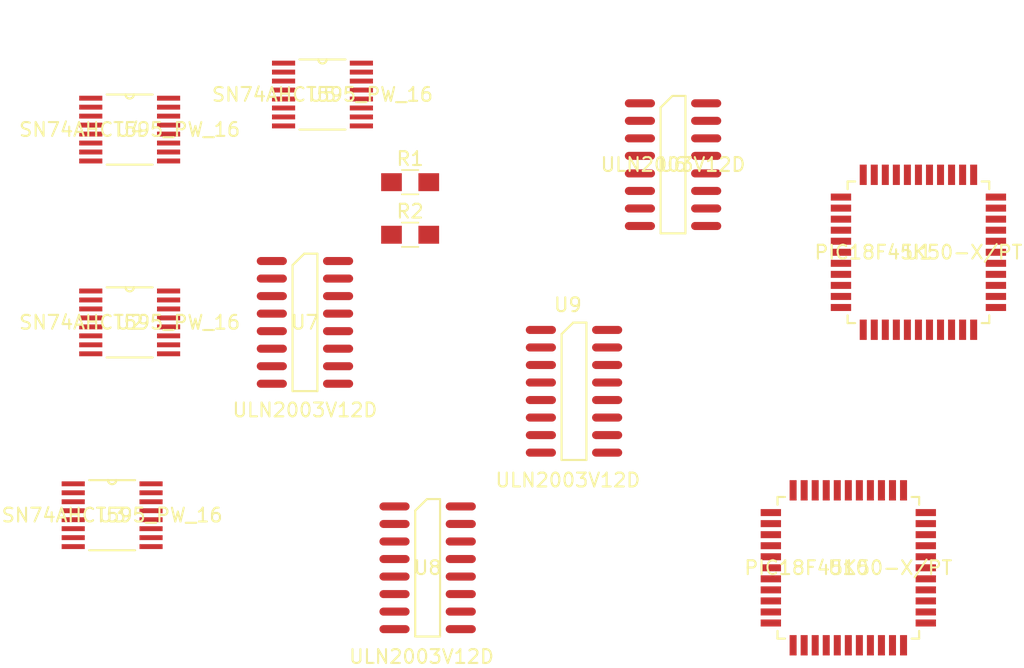
<source format=kicad_pcb>
(kicad_pcb (version 4) (host pcbnew 4.0.6)

  (general
    (links 204)
    (no_connects 204)
    (area 0 0 0 0)
    (thickness 1.6)
    (drawings 0)
    (tracks 0)
    (zones 0)
    (modules 12)
    (nets 92)
  )

  (page A3)
  (layers
    (0 F.Cu signal)
    (31 B.Cu signal)
    (32 B.Adhes user)
    (33 F.Adhes user)
    (34 B.Paste user)
    (35 F.Paste user)
    (36 B.SilkS user)
    (37 F.SilkS user)
    (38 B.Mask user)
    (39 F.Mask user)
    (40 Dwgs.User user)
    (41 Cmts.User user)
    (42 Eco1.User user)
    (43 Eco2.User user)
    (44 Edge.Cuts user)
  )

  (setup
    (last_trace_width 0.254)
    (trace_clearance 0.254)
    (zone_clearance 0.508)
    (zone_45_only no)
    (trace_min 0.254)
    (segment_width 0.2)
    (edge_width 0.15)
    (via_size 0.889)
    (via_drill 0.635)
    (via_min_size 0.889)
    (via_min_drill 0.508)
    (uvia_size 0.508)
    (uvia_drill 0.127)
    (uvias_allowed no)
    (uvia_min_size 0.508)
    (uvia_min_drill 0.127)
    (pcb_text_width 0.3)
    (pcb_text_size 1.5 1.5)
    (mod_edge_width 0.15)
    (mod_text_size 1.5 1.5)
    (mod_text_width 0.15)
    (pad_size 1.524 1.524)
    (pad_drill 0.762)
    (pad_to_mask_clearance 0.2)
    (aux_axis_origin 0 0)
    (visible_elements 7FFFF7FF)
    (pcbplotparams
      (layerselection 0x00030_80000001)
      (usegerberextensions true)
      (excludeedgelayer true)
      (linewidth 0.100000)
      (plotframeref false)
      (viasonmask false)
      (mode 1)
      (useauxorigin false)
      (hpglpennumber 1)
      (hpglpenspeed 20)
      (hpglpendiameter 15)
      (hpglpenoverlay 2)
      (psnegative false)
      (psa4output false)
      (plotreference true)
      (plotvalue true)
      (plotinvisibletext false)
      (padsonsilk false)
      (subtractmaskfromsilk false)
      (outputformat 1)
      (mirror false)
      (drillshape 1)
      (scaleselection 1)
      (outputdirectory ""))
  )

  (net 0 "")
  (net 1 "Net-(R1-Pad1)")
  (net 2 "Net-(R1-Pad2)")
  (net 3 "Net-(U1-Pad1)")
  (net 4 "Net-(U1-Pad2)")
  (net 5 "Net-(U1-Pad3)")
  (net 6 "Net-(U1-Pad4)")
  (net 7 "Net-(U1-Pad5)")
  (net 8 "Net-(U1-Pad6)")
  (net 9 "Net-(U1-Pad7)")
  (net 10 "Net-(U1-Pad8)")
  (net 11 "Net-(U1-Pad9)")
  (net 12 "Net-(U1-Pad10)")
  (net 13 "Net-(U1-Pad11)")
  (net 14 "Net-(U1-Pad12)")
  (net 15 "Net-(U1-Pad13)")
  (net 16 "Net-(U1-Pad14)")
  (net 17 "Net-(U1-Pad15)")
  (net 18 "Net-(U1-Pad16)")
  (net 19 "Net-(U1-Pad17)")
  (net 20 "Net-(U1-Pad18)")
  (net 21 "Net-(U1-Pad19)")
  (net 22 "Net-(U1-Pad20)")
  (net 23 "Net-(U1-Pad21)")
  (net 24 "Net-(U1-Pad22)")
  (net 25 "Net-(U1-Pad23)")
  (net 26 "Net-(U1-Pad24)")
  (net 27 "Net-(U1-Pad25)")
  (net 28 "Net-(U1-Pad26)")
  (net 29 "Net-(U1-Pad27)")
  (net 30 +5V)
  (net 31 GND)
  (net 32 "Net-(U1-Pad30)")
  (net 33 "Net-(U1-Pad31)")
  (net 34 "Net-(U1-Pad32)")
  (net 35 "Net-(U1-Pad33)")
  (net 36 "Net-(U1-Pad34)")
  (net 37 "Net-(U1-Pad36)")
  (net 38 "Net-(U1-Pad37)")
  (net 39 "Net-(U1-Pad38)")
  (net 40 "Net-(U1-Pad39)")
  (net 41 "Net-(U1-Pad40)")
  (net 42 "Net-(U1-Pad42)")
  (net 43 "Net-(U1-Pad43)")
  (net 44 "Net-(U1-Pad44)")
  (net 45 /BX8)
  (net 46 /BX0)
  (net 47 /BX10)
  (net 48 /BX11)
  (net 49 /BX12)
  (net 50 /BX13)
  (net 51 /BX9)
  (net 52 /BX1)
  (net 53 /BX2)
  (net 54 /BX3)
  (net 55 /BX4)
  (net 56 "Net-(U6-Pad6)")
  (net 57 /BX6)
  (net 58 "Net-(C2-Pad2)")
  (net 59 "Net-(U6-Pad10)")
  (net 60 "Net-(U6-Pad11)")
  (net 61 "Net-(U6-Pad12)")
  (net 62 "Net-(U6-Pad13)")
  (net 63 "Net-(U6-Pad14)")
  (net 64 "Net-(U6-Pad15)")
  (net 65 "Net-(U6-Pad16)")
  (net 66 /BX7)
  (net 67 "Net-(C1-Pad2)")
  (net 68 "Net-(U7-Pad10)")
  (net 69 "Net-(U7-Pad11)")
  (net 70 "Net-(U7-Pad12)")
  (net 71 "Net-(U7-Pad13)")
  (net 72 "Net-(U7-Pad14)")
  (net 73 "Net-(U7-Pad15)")
  (net 74 "Net-(U7-Pad16)")
  (net 75 /BX5)
  (net 76 "Net-(C3-Pad2)")
  (net 77 "Net-(U8-Pad10)")
  (net 78 "Net-(U8-Pad11)")
  (net 79 "Net-(U8-Pad12)")
  (net 80 "Net-(U8-Pad13)")
  (net 81 "Net-(U8-Pad14)")
  (net 82 "Net-(U8-Pad15)")
  (net 83 "Net-(U8-Pad16)")
  (net 84 "Net-(C4-Pad2)")
  (net 85 "Net-(U9-Pad10)")
  (net 86 "Net-(U9-Pad11)")
  (net 87 "Net-(U9-Pad12)")
  (net 88 "Net-(U9-Pad13)")
  (net 89 "Net-(U9-Pad14)")
  (net 90 "Net-(U9-Pad15)")
  (net 91 "Net-(U9-Pad16)")

  (net_class Default "This is the default net class."
    (clearance 0.254)
    (trace_width 0.254)
    (via_dia 0.889)
    (via_drill 0.635)
    (uvia_dia 0.508)
    (uvia_drill 0.127)
    (add_net +5V)
    (add_net /BX0)
    (add_net /BX1)
    (add_net /BX10)
    (add_net /BX11)
    (add_net /BX12)
    (add_net /BX13)
    (add_net /BX2)
    (add_net /BX3)
    (add_net /BX4)
    (add_net /BX5)
    (add_net /BX6)
    (add_net /BX7)
    (add_net /BX8)
    (add_net /BX9)
    (add_net GND)
    (add_net "Net-(C1-Pad2)")
    (add_net "Net-(C2-Pad2)")
    (add_net "Net-(C3-Pad2)")
    (add_net "Net-(C4-Pad2)")
    (add_net "Net-(R1-Pad1)")
    (add_net "Net-(R1-Pad2)")
    (add_net "Net-(U1-Pad1)")
    (add_net "Net-(U1-Pad10)")
    (add_net "Net-(U1-Pad11)")
    (add_net "Net-(U1-Pad12)")
    (add_net "Net-(U1-Pad13)")
    (add_net "Net-(U1-Pad14)")
    (add_net "Net-(U1-Pad15)")
    (add_net "Net-(U1-Pad16)")
    (add_net "Net-(U1-Pad17)")
    (add_net "Net-(U1-Pad18)")
    (add_net "Net-(U1-Pad19)")
    (add_net "Net-(U1-Pad2)")
    (add_net "Net-(U1-Pad20)")
    (add_net "Net-(U1-Pad21)")
    (add_net "Net-(U1-Pad22)")
    (add_net "Net-(U1-Pad23)")
    (add_net "Net-(U1-Pad24)")
    (add_net "Net-(U1-Pad25)")
    (add_net "Net-(U1-Pad26)")
    (add_net "Net-(U1-Pad27)")
    (add_net "Net-(U1-Pad3)")
    (add_net "Net-(U1-Pad30)")
    (add_net "Net-(U1-Pad31)")
    (add_net "Net-(U1-Pad32)")
    (add_net "Net-(U1-Pad33)")
    (add_net "Net-(U1-Pad34)")
    (add_net "Net-(U1-Pad36)")
    (add_net "Net-(U1-Pad37)")
    (add_net "Net-(U1-Pad38)")
    (add_net "Net-(U1-Pad39)")
    (add_net "Net-(U1-Pad4)")
    (add_net "Net-(U1-Pad40)")
    (add_net "Net-(U1-Pad42)")
    (add_net "Net-(U1-Pad43)")
    (add_net "Net-(U1-Pad44)")
    (add_net "Net-(U1-Pad5)")
    (add_net "Net-(U1-Pad6)")
    (add_net "Net-(U1-Pad7)")
    (add_net "Net-(U1-Pad8)")
    (add_net "Net-(U1-Pad9)")
    (add_net "Net-(U6-Pad10)")
    (add_net "Net-(U6-Pad11)")
    (add_net "Net-(U6-Pad12)")
    (add_net "Net-(U6-Pad13)")
    (add_net "Net-(U6-Pad14)")
    (add_net "Net-(U6-Pad15)")
    (add_net "Net-(U6-Pad16)")
    (add_net "Net-(U6-Pad6)")
    (add_net "Net-(U7-Pad10)")
    (add_net "Net-(U7-Pad11)")
    (add_net "Net-(U7-Pad12)")
    (add_net "Net-(U7-Pad13)")
    (add_net "Net-(U7-Pad14)")
    (add_net "Net-(U7-Pad15)")
    (add_net "Net-(U7-Pad16)")
    (add_net "Net-(U8-Pad10)")
    (add_net "Net-(U8-Pad11)")
    (add_net "Net-(U8-Pad12)")
    (add_net "Net-(U8-Pad13)")
    (add_net "Net-(U8-Pad14)")
    (add_net "Net-(U8-Pad15)")
    (add_net "Net-(U8-Pad16)")
    (add_net "Net-(U9-Pad10)")
    (add_net "Net-(U9-Pad11)")
    (add_net "Net-(U9-Pad12)")
    (add_net "Net-(U9-Pad13)")
    (add_net "Net-(U9-Pad14)")
    (add_net "Net-(U9-Pad15)")
    (add_net "Net-(U9-Pad16)")
  )

  (module LibreriaCendit:ULN2003V12DR (layer F.Cu) (tedit 5994DE7E) (tstamp 5994DFDA)
    (at 190.5 143.51)
    (path /5994D129)
    (fp_text reference U7 (at 0 0) (layer F.SilkS)
      (effects (font (size 1 1) (thickness 0.15)))
    )
    (fp_text value ULN2003V12D (at 0 6.35) (layer F.SilkS)
      (effects (font (size 1 1) (thickness 0.15)))
    )
    (fp_text user "Copyright 2016 Accelerated Designs. All rights reserved." (at 0 0) (layer Cmts.User)
      (effects (font (size 0.127 0.127) (thickness 0.002)))
    )
    (fp_line (start 1.960057 -4.2418) (end 1.960057 -4.6228) (layer Dwgs.User) (width 0.1524))
    (fp_line (start 2.497013 -4.6228) (end 2.563155 -4.6228) (layer Dwgs.User) (width 0.1524))
    (fp_line (start 1.960057 -4.2418) (end 2.171817 -4.2418) (layer Dwgs.User) (width 0.1524))
    (fp_line (start 2.563155 -4.6228) (end 2.679385 -4.6228) (layer Dwgs.User) (width 0.1524))
    (fp_line (start 2.679385 -4.2418) (end 3.001457 -4.2418) (layer Dwgs.User) (width 0.1524))
    (fp_line (start 1.960057 -4.6228) (end 2.171817 -4.6228) (layer Dwgs.User) (width 0.1524))
    (fp_line (start 2.171817 -4.2418) (end 2.497013 -4.2418) (layer Dwgs.User) (width 0.1524))
    (fp_line (start 2.171817 -4.6228) (end 2.497013 -4.6228) (layer Dwgs.User) (width 0.1524))
    (fp_line (start 2.563155 -4.2418) (end 2.679385 -4.2418) (layer Dwgs.User) (width 0.1524))
    (fp_line (start 2.679385 -4.6228) (end 3.001457 -4.6228) (layer Dwgs.User) (width 0.1524))
    (fp_line (start 2.497013 -4.2418) (end 2.563155 -4.2418) (layer Dwgs.User) (width 0.1524))
    (fp_line (start 3.001457 -4.2418) (end 3.001457 -4.6228) (layer Dwgs.User) (width 0.1524))
    (fp_line (start 1.960057 -2.9718) (end 1.960057 -3.3528) (layer Dwgs.User) (width 0.1524))
    (fp_line (start 2.497013 -3.3528) (end 2.563155 -3.3528) (layer Dwgs.User) (width 0.1524))
    (fp_line (start 1.960057 -2.9718) (end 2.171817 -2.9718) (layer Dwgs.User) (width 0.1524))
    (fp_line (start 2.563155 -3.3528) (end 2.679385 -3.3528) (layer Dwgs.User) (width 0.1524))
    (fp_line (start 2.679385 -2.9718) (end 3.001457 -2.9718) (layer Dwgs.User) (width 0.1524))
    (fp_line (start 1.960057 -3.3528) (end 2.171817 -3.3528) (layer Dwgs.User) (width 0.1524))
    (fp_line (start 2.171817 -2.9718) (end 2.497013 -2.9718) (layer Dwgs.User) (width 0.1524))
    (fp_line (start 2.171817 -3.3528) (end 2.497013 -3.3528) (layer Dwgs.User) (width 0.1524))
    (fp_line (start 2.563155 -2.9718) (end 2.679385 -2.9718) (layer Dwgs.User) (width 0.1524))
    (fp_line (start 2.679385 -3.3528) (end 3.001457 -3.3528) (layer Dwgs.User) (width 0.1524))
    (fp_line (start 2.497013 -2.9718) (end 2.563155 -2.9718) (layer Dwgs.User) (width 0.1524))
    (fp_line (start 3.001457 -2.9718) (end 3.001457 -3.3528) (layer Dwgs.User) (width 0.1524))
    (fp_line (start 1.960057 -1.7018) (end 1.960057 -2.0828) (layer Dwgs.User) (width 0.1524))
    (fp_line (start 2.497013 -2.0828) (end 2.563155 -2.0828) (layer Dwgs.User) (width 0.1524))
    (fp_line (start 1.960057 -1.7018) (end 2.171817 -1.7018) (layer Dwgs.User) (width 0.1524))
    (fp_line (start 2.563155 -2.0828) (end 2.679385 -2.0828) (layer Dwgs.User) (width 0.1524))
    (fp_line (start 2.679385 -1.7018) (end 3.001457 -1.7018) (layer Dwgs.User) (width 0.1524))
    (fp_line (start 1.960057 -2.0828) (end 2.171817 -2.0828) (layer Dwgs.User) (width 0.1524))
    (fp_line (start 2.171817 -1.7018) (end 2.497013 -1.7018) (layer Dwgs.User) (width 0.1524))
    (fp_line (start 2.171817 -2.0828) (end 2.497013 -2.0828) (layer Dwgs.User) (width 0.1524))
    (fp_line (start 2.563155 -1.7018) (end 2.679385 -1.7018) (layer Dwgs.User) (width 0.1524))
    (fp_line (start 2.679385 -2.0828) (end 3.001457 -2.0828) (layer Dwgs.User) (width 0.1524))
    (fp_line (start 2.497013 -1.7018) (end 2.563155 -1.7018) (layer Dwgs.User) (width 0.1524))
    (fp_line (start 3.001457 -1.7018) (end 3.001457 -2.0828) (layer Dwgs.User) (width 0.1524))
    (fp_line (start 1.960057 -0.4318) (end 1.960057 -0.8128) (layer Dwgs.User) (width 0.1524))
    (fp_line (start 2.497013 -0.8128) (end 2.563155 -0.8128) (layer Dwgs.User) (width 0.1524))
    (fp_line (start 1.960057 -0.4318) (end 2.171817 -0.4318) (layer Dwgs.User) (width 0.1524))
    (fp_line (start 2.563155 -0.8128) (end 2.679385 -0.8128) (layer Dwgs.User) (width 0.1524))
    (fp_line (start 2.679385 -0.4318) (end 3.001457 -0.4318) (layer Dwgs.User) (width 0.1524))
    (fp_line (start 1.960057 -0.8128) (end 2.171817 -0.8128) (layer Dwgs.User) (width 0.1524))
    (fp_line (start 2.171817 -0.4318) (end 2.497013 -0.4318) (layer Dwgs.User) (width 0.1524))
    (fp_line (start 2.171817 -0.8128) (end 2.497013 -0.8128) (layer Dwgs.User) (width 0.1524))
    (fp_line (start 2.563155 -0.4318) (end 2.679385 -0.4318) (layer Dwgs.User) (width 0.1524))
    (fp_line (start 2.679385 -0.8128) (end 3.001457 -0.8128) (layer Dwgs.User) (width 0.1524))
    (fp_line (start 2.497013 -0.4318) (end 2.563155 -0.4318) (layer Dwgs.User) (width 0.1524))
    (fp_line (start 3.001457 -0.4318) (end 3.001457 -0.8128) (layer Dwgs.User) (width 0.1524))
    (fp_line (start 1.960057 0.8128) (end 1.960057 0.4318) (layer Dwgs.User) (width 0.1524))
    (fp_line (start 2.497013 0.4318) (end 2.563155 0.4318) (layer Dwgs.User) (width 0.1524))
    (fp_line (start 1.960057 0.8128) (end 2.171817 0.8128) (layer Dwgs.User) (width 0.1524))
    (fp_line (start 2.563155 0.4318) (end 2.679385 0.4318) (layer Dwgs.User) (width 0.1524))
    (fp_line (start 2.679385 0.8128) (end 3.001457 0.8128) (layer Dwgs.User) (width 0.1524))
    (fp_line (start 1.960057 0.4318) (end 2.171817 0.4318) (layer Dwgs.User) (width 0.1524))
    (fp_line (start 2.171817 0.8128) (end 2.497013 0.8128) (layer Dwgs.User) (width 0.1524))
    (fp_line (start 2.171817 0.4318) (end 2.497013 0.4318) (layer Dwgs.User) (width 0.1524))
    (fp_line (start 2.563155 0.8128) (end 2.679385 0.8128) (layer Dwgs.User) (width 0.1524))
    (fp_line (start 2.679385 0.4318) (end 3.001457 0.4318) (layer Dwgs.User) (width 0.1524))
    (fp_line (start 2.497013 0.8128) (end 2.563155 0.8128) (layer Dwgs.User) (width 0.1524))
    (fp_line (start 3.001457 0.8128) (end 3.001457 0.4318) (layer Dwgs.User) (width 0.1524))
    (fp_line (start 1.960057 2.0828) (end 1.960057 1.7018) (layer Dwgs.User) (width 0.1524))
    (fp_line (start 2.497013 1.7018) (end 2.563155 1.7018) (layer Dwgs.User) (width 0.1524))
    (fp_line (start 1.960057 2.0828) (end 2.171817 2.0828) (layer Dwgs.User) (width 0.1524))
    (fp_line (start 2.563155 1.7018) (end 2.679385 1.7018) (layer Dwgs.User) (width 0.1524))
    (fp_line (start 2.679385 2.0828) (end 3.001457 2.0828) (layer Dwgs.User) (width 0.1524))
    (fp_line (start 1.960057 1.7018) (end 2.171817 1.7018) (layer Dwgs.User) (width 0.1524))
    (fp_line (start 2.171817 2.0828) (end 2.497013 2.0828) (layer Dwgs.User) (width 0.1524))
    (fp_line (start 2.171817 1.7018) (end 2.497013 1.7018) (layer Dwgs.User) (width 0.1524))
    (fp_line (start 2.563155 2.0828) (end 2.679385 2.0828) (layer Dwgs.User) (width 0.1524))
    (fp_line (start 2.679385 1.7018) (end 3.001457 1.7018) (layer Dwgs.User) (width 0.1524))
    (fp_line (start 2.497013 2.0828) (end 2.563155 2.0828) (layer Dwgs.User) (width 0.1524))
    (fp_line (start 3.001457 2.0828) (end 3.001457 1.7018) (layer Dwgs.User) (width 0.1524))
    (fp_line (start 1.960057 3.3528) (end 1.960057 2.9718) (layer Dwgs.User) (width 0.1524))
    (fp_line (start 2.497013 2.9718) (end 2.563155 2.9718) (layer Dwgs.User) (width 0.1524))
    (fp_line (start 1.960057 3.3528) (end 2.171817 3.3528) (layer Dwgs.User) (width 0.1524))
    (fp_line (start 2.563155 2.9718) (end 2.679385 2.9718) (layer Dwgs.User) (width 0.1524))
    (fp_line (start 2.679385 3.3528) (end 3.001457 3.3528) (layer Dwgs.User) (width 0.1524))
    (fp_line (start 1.960057 2.9718) (end 2.171817 2.9718) (layer Dwgs.User) (width 0.1524))
    (fp_line (start 2.171817 3.3528) (end 2.497013 3.3528) (layer Dwgs.User) (width 0.1524))
    (fp_line (start 2.171817 2.9718) (end 2.497013 2.9718) (layer Dwgs.User) (width 0.1524))
    (fp_line (start 2.563155 3.3528) (end 2.679385 3.3528) (layer Dwgs.User) (width 0.1524))
    (fp_line (start 2.679385 2.9718) (end 3.001457 2.9718) (layer Dwgs.User) (width 0.1524))
    (fp_line (start 2.497013 3.3528) (end 2.563155 3.3528) (layer Dwgs.User) (width 0.1524))
    (fp_line (start 3.001457 3.3528) (end 3.001457 2.9718) (layer Dwgs.User) (width 0.1524))
    (fp_line (start 1.960057 4.6228) (end 1.960057 4.2418) (layer Dwgs.User) (width 0.1524))
    (fp_line (start 2.497013 4.2418) (end 2.563155 4.2418) (layer Dwgs.User) (width 0.1524))
    (fp_line (start 1.960057 4.6228) (end 2.171817 4.6228) (layer Dwgs.User) (width 0.1524))
    (fp_line (start 2.563155 4.2418) (end 2.679385 4.2418) (layer Dwgs.User) (width 0.1524))
    (fp_line (start 2.679385 4.6228) (end 3.001457 4.6228) (layer Dwgs.User) (width 0.1524))
    (fp_line (start 1.960057 4.2418) (end 2.171817 4.2418) (layer Dwgs.User) (width 0.1524))
    (fp_line (start 2.171817 4.6228) (end 2.497013 4.6228) (layer Dwgs.User) (width 0.1524))
    (fp_line (start 2.171817 4.2418) (end 2.497013 4.2418) (layer Dwgs.User) (width 0.1524))
    (fp_line (start 2.563155 4.6228) (end 2.679385 4.6228) (layer Dwgs.User) (width 0.1524))
    (fp_line (start 2.679385 4.2418) (end 3.001457 4.2418) (layer Dwgs.User) (width 0.1524))
    (fp_line (start 2.497013 4.6228) (end 2.563155 4.6228) (layer Dwgs.User) (width 0.1524))
    (fp_line (start 3.001457 4.6228) (end 3.001457 4.2418) (layer Dwgs.User) (width 0.1524))
    (fp_line (start -1.951543 -4.2418) (end -1.951543 -4.6228) (layer Dwgs.User) (width 0.1524))
    (fp_line (start -2.554641 -4.2418) (end -2.488474 -4.2418) (layer Dwgs.User) (width 0.1524))
    (fp_line (start -2.163303 -4.6228) (end -1.951543 -4.6228) (layer Dwgs.User) (width 0.1524))
    (fp_line (start -2.670846 -4.2418) (end -2.554641 -4.2418) (layer Dwgs.User) (width 0.1524))
    (fp_line (start -2.992943 -4.6228) (end -2.670846 -4.6228) (layer Dwgs.User) (width 0.1524))
    (fp_line (start -2.163303 -4.2418) (end -1.951543 -4.2418) (layer Dwgs.User) (width 0.1524))
    (fp_line (start -2.488474 -4.6228) (end -2.163303 -4.6228) (layer Dwgs.User) (width 0.1524))
    (fp_line (start -2.488474 -4.2418) (end -2.163303 -4.2418) (layer Dwgs.User) (width 0.1524))
    (fp_line (start -2.670846 -4.6228) (end -2.554641 -4.6228) (layer Dwgs.User) (width 0.1524))
    (fp_line (start -2.992943 -4.2418) (end -2.670846 -4.2418) (layer Dwgs.User) (width 0.1524))
    (fp_line (start -2.554641 -4.6228) (end -2.488474 -4.6228) (layer Dwgs.User) (width 0.1524))
    (fp_line (start -2.992943 -4.2418) (end -2.992943 -4.6228) (layer Dwgs.User) (width 0.1524))
    (fp_line (start -1.951543 -2.9718) (end -1.951543 -3.3528) (layer Dwgs.User) (width 0.1524))
    (fp_line (start -2.554641 -2.9718) (end -2.488474 -2.9718) (layer Dwgs.User) (width 0.1524))
    (fp_line (start -2.163303 -3.3528) (end -1.951543 -3.3528) (layer Dwgs.User) (width 0.1524))
    (fp_line (start -2.670846 -2.9718) (end -2.554641 -2.9718) (layer Dwgs.User) (width 0.1524))
    (fp_line (start -2.992943 -3.3528) (end -2.670846 -3.3528) (layer Dwgs.User) (width 0.1524))
    (fp_line (start -2.163303 -2.9718) (end -1.951543 -2.9718) (layer Dwgs.User) (width 0.1524))
    (fp_line (start -2.488474 -3.3528) (end -2.163303 -3.3528) (layer Dwgs.User) (width 0.1524))
    (fp_line (start -2.488474 -2.9718) (end -2.163303 -2.9718) (layer Dwgs.User) (width 0.1524))
    (fp_line (start -2.670846 -3.3528) (end -2.554641 -3.3528) (layer Dwgs.User) (width 0.1524))
    (fp_line (start -2.992943 -2.9718) (end -2.670846 -2.9718) (layer Dwgs.User) (width 0.1524))
    (fp_line (start -2.554641 -3.3528) (end -2.488474 -3.3528) (layer Dwgs.User) (width 0.1524))
    (fp_line (start -2.992943 -2.9718) (end -2.992943 -3.3528) (layer Dwgs.User) (width 0.1524))
    (fp_line (start -1.951543 -1.7018) (end -1.951543 -2.0828) (layer Dwgs.User) (width 0.1524))
    (fp_line (start -2.554641 -1.7018) (end -2.488474 -1.7018) (layer Dwgs.User) (width 0.1524))
    (fp_line (start -2.163303 -2.0828) (end -1.951543 -2.0828) (layer Dwgs.User) (width 0.1524))
    (fp_line (start -2.670846 -1.7018) (end -2.554641 -1.7018) (layer Dwgs.User) (width 0.1524))
    (fp_line (start -2.992943 -2.0828) (end -2.670846 -2.0828) (layer Dwgs.User) (width 0.1524))
    (fp_line (start -2.163303 -1.7018) (end -1.951543 -1.7018) (layer Dwgs.User) (width 0.1524))
    (fp_line (start -2.488474 -2.0828) (end -2.163303 -2.0828) (layer Dwgs.User) (width 0.1524))
    (fp_line (start -2.488474 -1.7018) (end -2.163303 -1.7018) (layer Dwgs.User) (width 0.1524))
    (fp_line (start -2.670846 -2.0828) (end -2.554641 -2.0828) (layer Dwgs.User) (width 0.1524))
    (fp_line (start -2.992943 -1.7018) (end -2.670846 -1.7018) (layer Dwgs.User) (width 0.1524))
    (fp_line (start -2.554641 -2.0828) (end -2.488474 -2.0828) (layer Dwgs.User) (width 0.1524))
    (fp_line (start -2.992943 -1.7018) (end -2.992943 -2.0828) (layer Dwgs.User) (width 0.1524))
    (fp_line (start -1.951543 -0.4318) (end -1.951543 -0.8128) (layer Dwgs.User) (width 0.1524))
    (fp_line (start -2.554641 -0.4318) (end -2.488474 -0.4318) (layer Dwgs.User) (width 0.1524))
    (fp_line (start -2.163303 -0.8128) (end -1.951543 -0.8128) (layer Dwgs.User) (width 0.1524))
    (fp_line (start -2.670846 -0.4318) (end -2.554641 -0.4318) (layer Dwgs.User) (width 0.1524))
    (fp_line (start -2.992943 -0.8128) (end -2.670846 -0.8128) (layer Dwgs.User) (width 0.1524))
    (fp_line (start -2.163303 -0.4318) (end -1.951543 -0.4318) (layer Dwgs.User) (width 0.1524))
    (fp_line (start -2.488474 -0.8128) (end -2.163303 -0.8128) (layer Dwgs.User) (width 0.1524))
    (fp_line (start -2.488474 -0.4318) (end -2.163303 -0.4318) (layer Dwgs.User) (width 0.1524))
    (fp_line (start -2.670846 -0.8128) (end -2.554641 -0.8128) (layer Dwgs.User) (width 0.1524))
    (fp_line (start -2.992943 -0.4318) (end -2.670846 -0.4318) (layer Dwgs.User) (width 0.1524))
    (fp_line (start -2.554641 -0.8128) (end -2.488474 -0.8128) (layer Dwgs.User) (width 0.1524))
    (fp_line (start -2.992943 -0.4318) (end -2.992943 -0.8128) (layer Dwgs.User) (width 0.1524))
    (fp_line (start -1.951543 0.8128) (end -1.951543 0.4318) (layer Dwgs.User) (width 0.1524))
    (fp_line (start -2.554641 0.8128) (end -2.488474 0.8128) (layer Dwgs.User) (width 0.1524))
    (fp_line (start -2.163303 0.4318) (end -1.951543 0.4318) (layer Dwgs.User) (width 0.1524))
    (fp_line (start -2.670846 0.8128) (end -2.554641 0.8128) (layer Dwgs.User) (width 0.1524))
    (fp_line (start -2.992943 0.4318) (end -2.670846 0.4318) (layer Dwgs.User) (width 0.1524))
    (fp_line (start -2.163303 0.8128) (end -1.951543 0.8128) (layer Dwgs.User) (width 0.1524))
    (fp_line (start -2.488474 0.4318) (end -2.163303 0.4318) (layer Dwgs.User) (width 0.1524))
    (fp_line (start -2.488474 0.8128) (end -2.163303 0.8128) (layer Dwgs.User) (width 0.1524))
    (fp_line (start -2.670846 0.4318) (end -2.554641 0.4318) (layer Dwgs.User) (width 0.1524))
    (fp_line (start -2.992943 0.8128) (end -2.670846 0.8128) (layer Dwgs.User) (width 0.1524))
    (fp_line (start -2.554641 0.4318) (end -2.488474 0.4318) (layer Dwgs.User) (width 0.1524))
    (fp_line (start -2.992943 0.8128) (end -2.992943 0.4318) (layer Dwgs.User) (width 0.1524))
    (fp_line (start -1.951543 2.0828) (end -1.951543 1.7018) (layer Dwgs.User) (width 0.1524))
    (fp_line (start -2.554641 2.0828) (end -2.488474 2.0828) (layer Dwgs.User) (width 0.1524))
    (fp_line (start -2.163303 1.7018) (end -1.951543 1.7018) (layer Dwgs.User) (width 0.1524))
    (fp_line (start -2.670846 2.0828) (end -2.554641 2.0828) (layer Dwgs.User) (width 0.1524))
    (fp_line (start -2.992943 1.7018) (end -2.670846 1.7018) (layer Dwgs.User) (width 0.1524))
    (fp_line (start -2.163303 2.0828) (end -1.951543 2.0828) (layer Dwgs.User) (width 0.1524))
    (fp_line (start -2.488474 1.7018) (end -2.163303 1.7018) (layer Dwgs.User) (width 0.1524))
    (fp_line (start -2.488474 2.0828) (end -2.163303 2.0828) (layer Dwgs.User) (width 0.1524))
    (fp_line (start -2.670846 1.7018) (end -2.554641 1.7018) (layer Dwgs.User) (width 0.1524))
    (fp_line (start -2.992943 2.0828) (end -2.670846 2.0828) (layer Dwgs.User) (width 0.1524))
    (fp_line (start -2.554641 1.7018) (end -2.488474 1.7018) (layer Dwgs.User) (width 0.1524))
    (fp_line (start -2.992943 2.0828) (end -2.992943 1.7018) (layer Dwgs.User) (width 0.1524))
    (fp_line (start -1.951543 3.3528) (end -1.951543 2.9718) (layer Dwgs.User) (width 0.1524))
    (fp_line (start -2.554641 3.3528) (end -2.488474 3.3528) (layer Dwgs.User) (width 0.1524))
    (fp_line (start -2.163303 2.9718) (end -1.951543 2.9718) (layer Dwgs.User) (width 0.1524))
    (fp_line (start -2.670846 3.3528) (end -2.554641 3.3528) (layer Dwgs.User) (width 0.1524))
    (fp_line (start -2.992943 2.9718) (end -2.670846 2.9718) (layer Dwgs.User) (width 0.1524))
    (fp_line (start -2.163303 3.3528) (end -1.951543 3.3528) (layer Dwgs.User) (width 0.1524))
    (fp_line (start -2.488474 2.9718) (end -2.163303 2.9718) (layer Dwgs.User) (width 0.1524))
    (fp_line (start -2.488474 3.3528) (end -2.163303 3.3528) (layer Dwgs.User) (width 0.1524))
    (fp_line (start -2.670846 2.9718) (end -2.554641 2.9718) (layer Dwgs.User) (width 0.1524))
    (fp_line (start -2.992943 3.3528) (end -2.670846 3.3528) (layer Dwgs.User) (width 0.1524))
    (fp_line (start -2.554641 2.9718) (end -2.488474 2.9718) (layer Dwgs.User) (width 0.1524))
    (fp_line (start -2.992943 3.3528) (end -2.992943 2.9718) (layer Dwgs.User) (width 0.1524))
    (fp_line (start -1.951543 4.6228) (end -1.951543 4.2418) (layer Dwgs.User) (width 0.1524))
    (fp_line (start -2.554641 4.6228) (end -2.488474 4.6228) (layer Dwgs.User) (width 0.1524))
    (fp_line (start -2.163303 4.2418) (end -1.951543 4.2418) (layer Dwgs.User) (width 0.1524))
    (fp_line (start -2.670846 4.6228) (end -2.554641 4.6228) (layer Dwgs.User) (width 0.1524))
    (fp_line (start -2.992943 4.2418) (end -2.670846 4.2418) (layer Dwgs.User) (width 0.1524))
    (fp_line (start -2.163303 4.6228) (end -1.951543 4.6228) (layer Dwgs.User) (width 0.1524))
    (fp_line (start -2.488474 4.2418) (end -2.163303 4.2418) (layer Dwgs.User) (width 0.1524))
    (fp_line (start -2.488474 4.6228) (end -2.163303 4.6228) (layer Dwgs.User) (width 0.1524))
    (fp_line (start -2.670846 4.2418) (end -2.554641 4.2418) (layer Dwgs.User) (width 0.1524))
    (fp_line (start -2.992943 4.6228) (end -2.670846 4.6228) (layer Dwgs.User) (width 0.1524))
    (fp_line (start -2.554641 4.2418) (end -2.488474 4.2418) (layer Dwgs.User) (width 0.1524))
    (fp_line (start -2.992943 4.6228) (end -2.992943 4.2418) (layer Dwgs.User) (width 0.1524))
    (fp_line (start -1.924873 4.8006) (end -1.924873 -4.7752) (layer Dwgs.User) (width 0.1524))
    (fp_line (start -1.951543 4.826) (end -1.951543 -4.8006) (layer Dwgs.User) (width 0.1524))
    (fp_line (start 1.960057 4.826) (end 1.960057 -4.8006) (layer Dwgs.User) (width 0.1524))
    (fp_line (start -1.825 4.953) (end 1.83354 4.953) (layer Dwgs.User) (width 0.1524))
    (fp_line (start -1.825 -4.9276) (end 1.83354 -4.9276) (layer Dwgs.User) (width 0.1524))
    (fp_line (start -1.519743 4.953) (end -1.519743 -4.9276) (layer Dwgs.User) (width 0.1524))
    (fp_line (start 0.900001 4.9784) (end 0.900001 -4.9784) (layer F.SilkS) (width 0.1524))
    (fp_line (start -0.900001 4.9784) (end 0.900001 4.9784) (layer F.SilkS) (width 0.1524))
    (fp_line (start -0.900001 4.9784) (end -0.900001 -4.1402) (layer F.SilkS) (width 0.1524))
    (fp_line (start -0.900001 -4.1402) (end -0.05 -4.9784) (layer F.SilkS) (width 0.1524))
    (fp_line (start -0.05 -4.9784) (end 0.900001 -4.9784) (layer F.SilkS) (width 0.1524))
    (fp_arc (start -0.554543 -3.7562) (end -0.554543 4.3404) (angle 180) (layer Dwgs.User) (width 0.1524))
    (fp_arc (start -1.824525 4.828982) (end -1.824525 4.955982) (angle 89.572502) (layer Dwgs.User) (width 0.1524))
    (fp_arc (start -0.554543 -3.7562) (end -0.554543 -4.3404) (angle 180) (layer Dwgs.User) (width 0.1524))
    (fp_arc (start 1.833052 4.828995) (end 1.833052 4.955995) (angle 89.572502) (layer Dwgs.User) (width 0.1524))
    (fp_arc (start 1.833065 -4.823008) (end 1.833065 -4.924608) (angle 89.572502) (layer Dwgs.User) (width 0.1524))
    (fp_arc (start -1.824538 -4.822995) (end -1.824538 -4.949995) (angle 89.572502) (layer Dwgs.User) (width 0.1524))
    (pad 1 smd oval (at -2.4 -4.445 90) (size 0.5842 2.1844) (layers F.Cu)
      (net 66 /BX7))
    (pad 1 smd oval (at -2.4 -4.445 90) (size 0.6858 2.286) (layers F.Mask)
      (net 66 /BX7))
    (pad 1 smd oval (at -2.4 -4.445 90) (size 0.381 1.9812) (layers F.Paste)
      (net 66 /BX7))
    (pad 2 smd oval (at -2.4 -3.175 90) (size 0.5842 2.1844) (layers F.Cu)
      (net 45 /BX8))
    (pad 2 smd oval (at -2.4 -3.175 90) (size 0.6858 2.286) (layers F.Mask)
      (net 45 /BX8))
    (pad 2 smd oval (at -2.4 -3.175 90) (size 0.381 1.9812) (layers F.Paste)
      (net 45 /BX8))
    (pad 3 smd oval (at -2.4 -1.905 90) (size 0.5842 2.1844) (layers F.Cu)
      (net 51 /BX9))
    (pad 3 smd oval (at -2.4 -1.905 90) (size 0.6858 2.286) (layers F.Mask)
      (net 51 /BX9))
    (pad 3 smd oval (at -2.4 -1.905 90) (size 0.381 1.9812) (layers F.Paste)
      (net 51 /BX9))
    (pad 4 smd oval (at -2.4 -0.635 90) (size 0.5842 2.1844) (layers F.Cu)
      (net 47 /BX10))
    (pad 4 smd oval (at -2.4 -0.635 90) (size 0.6858 2.286) (layers F.Mask)
      (net 47 /BX10))
    (pad 4 smd oval (at -2.4 -0.635 90) (size 0.381 1.9812) (layers F.Paste)
      (net 47 /BX10))
    (pad 5 smd oval (at -2.4 0.635 90) (size 0.5842 2.1844) (layers F.Cu)
      (net 48 /BX11))
    (pad 5 smd oval (at -2.4 0.635 90) (size 0.6858 2.286) (layers F.Mask)
      (net 48 /BX11))
    (pad 5 smd oval (at -2.4 0.635 90) (size 0.381 1.9812) (layers F.Paste)
      (net 48 /BX11))
    (pad 6 smd oval (at -2.4 1.905 90) (size 0.5842 2.1844) (layers F.Cu)
      (net 49 /BX12))
    (pad 6 smd oval (at -2.4 1.905 90) (size 0.6858 2.286) (layers F.Mask)
      (net 49 /BX12))
    (pad 6 smd oval (at -2.4 1.905 90) (size 0.381 1.9812) (layers F.Paste)
      (net 49 /BX12))
    (pad 7 smd oval (at -2.4 3.175 90) (size 0.5842 2.1844) (layers F.Cu)
      (net 50 /BX13))
    (pad 7 smd oval (at -2.4 3.175 90) (size 0.6858 2.286) (layers F.Mask)
      (net 50 /BX13))
    (pad 7 smd oval (at -2.4 3.175 90) (size 0.381 1.9812) (layers F.Paste)
      (net 50 /BX13))
    (pad 8 smd oval (at -2.4 4.445 90) (size 0.5842 2.1844) (layers F.Cu)
      (net 31 GND))
    (pad 8 smd oval (at -2.4 4.445 90) (size 0.6858 2.286) (layers F.Mask)
      (net 31 GND))
    (pad 8 smd oval (at -2.4 4.445 90) (size 0.381 1.9812) (layers F.Paste)
      (net 31 GND))
    (pad 9 smd oval (at 2.4 4.445 90) (size 0.5842 2.1844) (layers F.Cu)
      (net 67 "Net-(C1-Pad2)"))
    (pad 9 smd oval (at 2.4 4.445 90) (size 0.6858 2.286) (layers F.Mask)
      (net 67 "Net-(C1-Pad2)"))
    (pad 9 smd oval (at 2.4 4.445 90) (size 0.381 1.9812) (layers F.Paste)
      (net 67 "Net-(C1-Pad2)"))
    (pad 10 smd oval (at 2.4 3.175 90) (size 0.5842 2.1844) (layers F.Cu)
      (net 68 "Net-(U7-Pad10)"))
    (pad 10 smd oval (at 2.4 3.175 90) (size 0.6858 2.286) (layers F.Mask)
      (net 68 "Net-(U7-Pad10)"))
    (pad 10 smd oval (at 2.4 3.175 90) (size 0.381 1.9812) (layers F.Paste)
      (net 68 "Net-(U7-Pad10)"))
    (pad 11 smd oval (at 2.4 1.905 90) (size 0.5842 2.1844) (layers F.Cu)
      (net 69 "Net-(U7-Pad11)"))
    (pad 11 smd oval (at 2.4 1.905 90) (size 0.6858 2.286) (layers F.Mask)
      (net 69 "Net-(U7-Pad11)"))
    (pad 11 smd oval (at 2.4 1.905 90) (size 0.381 1.9812) (layers F.Paste)
      (net 69 "Net-(U7-Pad11)"))
    (pad 12 smd oval (at 2.4 0.635 90) (size 0.5842 2.1844) (layers F.Cu)
      (net 70 "Net-(U7-Pad12)"))
    (pad 12 smd oval (at 2.4 0.635 90) (size 0.6858 2.286) (layers F.Mask)
      (net 70 "Net-(U7-Pad12)"))
    (pad 12 smd oval (at 2.4 0.635 90) (size 0.381 1.9812) (layers F.Paste)
      (net 70 "Net-(U7-Pad12)"))
    (pad 13 smd oval (at 2.4 -0.635 90) (size 0.5842 2.1844) (layers F.Cu)
      (net 71 "Net-(U7-Pad13)"))
    (pad 13 smd oval (at 2.4 -0.635 90) (size 0.6858 2.286) (layers F.Mask)
      (net 71 "Net-(U7-Pad13)"))
    (pad 13 smd oval (at 2.4 -0.635 90) (size 0.381 1.9812) (layers F.Paste)
      (net 71 "Net-(U7-Pad13)"))
    (pad 14 smd oval (at 2.4 -1.905 90) (size 0.5842 2.1844) (layers F.Cu)
      (net 72 "Net-(U7-Pad14)"))
    (pad 14 smd oval (at 2.4 -1.905 90) (size 0.6858 2.286) (layers F.Mask)
      (net 72 "Net-(U7-Pad14)"))
    (pad 14 smd oval (at 2.4 -1.905 90) (size 0.381 1.9812) (layers F.Paste)
      (net 72 "Net-(U7-Pad14)"))
    (pad 15 smd oval (at 2.4 -3.175 90) (size 0.5842 2.1844) (layers F.Cu)
      (net 73 "Net-(U7-Pad15)"))
    (pad 15 smd oval (at 2.4 -3.175 90) (size 0.6858 2.286) (layers F.Mask)
      (net 73 "Net-(U7-Pad15)"))
    (pad 15 smd oval (at 2.4 -3.175 90) (size 0.381 1.9812) (layers F.Paste)
      (net 73 "Net-(U7-Pad15)"))
    (pad 16 smd oval (at 2.4 -4.445 90) (size 0.5842 2.1844) (layers F.Cu)
      (net 74 "Net-(U7-Pad16)"))
    (pad 16 smd oval (at 2.4 -4.445 90) (size 0.6858 2.286) (layers F.Mask)
      (net 74 "Net-(U7-Pad16)"))
    (pad 16 smd oval (at 2.4 -4.445 90) (size 0.381 1.9812) (layers F.Paste)
      (net 74 "Net-(U7-Pad16)"))
  )

  (module Resistors_SMD:R_0805_HandSoldering (layer F.Cu) (tedit 58E0A804) (tstamp 5994DEEC)
    (at 198.12 133.35)
    (descr "Resistor SMD 0805, hand soldering")
    (tags "resistor 0805")
    (path /59949890)
    (attr smd)
    (fp_text reference R1 (at 0 -1.7) (layer F.SilkS)
      (effects (font (size 1 1) (thickness 0.15)))
    )
    (fp_text value R (at 0 1.75) (layer F.Fab)
      (effects (font (size 1 1) (thickness 0.15)))
    )
    (fp_text user %R (at 0 0) (layer F.Fab)
      (effects (font (size 0.5 0.5) (thickness 0.075)))
    )
    (fp_line (start -1 0.62) (end -1 -0.62) (layer F.Fab) (width 0.1))
    (fp_line (start 1 0.62) (end -1 0.62) (layer F.Fab) (width 0.1))
    (fp_line (start 1 -0.62) (end 1 0.62) (layer F.Fab) (width 0.1))
    (fp_line (start -1 -0.62) (end 1 -0.62) (layer F.Fab) (width 0.1))
    (fp_line (start 0.6 0.88) (end -0.6 0.88) (layer F.SilkS) (width 0.12))
    (fp_line (start -0.6 -0.88) (end 0.6 -0.88) (layer F.SilkS) (width 0.12))
    (fp_line (start -2.35 -0.9) (end 2.35 -0.9) (layer F.CrtYd) (width 0.05))
    (fp_line (start -2.35 -0.9) (end -2.35 0.9) (layer F.CrtYd) (width 0.05))
    (fp_line (start 2.35 0.9) (end 2.35 -0.9) (layer F.CrtYd) (width 0.05))
    (fp_line (start 2.35 0.9) (end -2.35 0.9) (layer F.CrtYd) (width 0.05))
    (pad 1 smd rect (at -1.35 0) (size 1.5 1.3) (layers F.Cu F.Paste F.Mask)
      (net 1 "Net-(R1-Pad1)"))
    (pad 2 smd rect (at 1.35 0) (size 1.5 1.3) (layers F.Cu F.Paste F.Mask)
      (net 2 "Net-(R1-Pad2)"))
    (model ${KISYS3DMOD}/Resistors_SMD.3dshapes/R_0805.wrl
      (at (xyz 0 0 0))
      (scale (xyz 1 1 1))
      (rotate (xyz 0 0 0))
    )
  )

  (module Resistors_SMD:R_0805_HandSoldering (layer F.Cu) (tedit 58E0A804) (tstamp 5994DEF2)
    (at 198.12 137.16)
    (descr "Resistor SMD 0805, hand soldering")
    (tags "resistor 0805")
    (path /5994D124)
    (attr smd)
    (fp_text reference R2 (at 0 -1.7) (layer F.SilkS)
      (effects (font (size 1 1) (thickness 0.15)))
    )
    (fp_text value R (at 0 1.75) (layer F.Fab)
      (effects (font (size 1 1) (thickness 0.15)))
    )
    (fp_text user %R (at 0 0) (layer F.Fab)
      (effects (font (size 0.5 0.5) (thickness 0.075)))
    )
    (fp_line (start -1 0.62) (end -1 -0.62) (layer F.Fab) (width 0.1))
    (fp_line (start 1 0.62) (end -1 0.62) (layer F.Fab) (width 0.1))
    (fp_line (start 1 -0.62) (end 1 0.62) (layer F.Fab) (width 0.1))
    (fp_line (start -1 -0.62) (end 1 -0.62) (layer F.Fab) (width 0.1))
    (fp_line (start 0.6 0.88) (end -0.6 0.88) (layer F.SilkS) (width 0.12))
    (fp_line (start -0.6 -0.88) (end 0.6 -0.88) (layer F.SilkS) (width 0.12))
    (fp_line (start -2.35 -0.9) (end 2.35 -0.9) (layer F.CrtYd) (width 0.05))
    (fp_line (start -2.35 -0.9) (end -2.35 0.9) (layer F.CrtYd) (width 0.05))
    (fp_line (start 2.35 0.9) (end 2.35 -0.9) (layer F.CrtYd) (width 0.05))
    (fp_line (start 2.35 0.9) (end -2.35 0.9) (layer F.CrtYd) (width 0.05))
    (pad 1 smd rect (at -1.35 0) (size 1.5 1.3) (layers F.Cu F.Paste F.Mask)
      (net 1 "Net-(R1-Pad1)"))
    (pad 2 smd rect (at 1.35 0) (size 1.5 1.3) (layers F.Cu F.Paste F.Mask)
      (net 2 "Net-(R1-Pad2)"))
    (model ${KISYS3DMOD}/Resistors_SMD.3dshapes/R_0805.wrl
      (at (xyz 0 0 0))
      (scale (xyz 1 1 1))
      (rotate (xyz 0 0 0))
    )
  )

  (module LibreriaCendit:PIC18F45K50-X_PT (layer F.Cu) (tedit 0) (tstamp 5994DF22)
    (at 234.95 138.43)
    (path /59949762)
    (fp_text reference U1 (at 0 0) (layer F.SilkS)
      (effects (font (size 1 1) (thickness 0.15)))
    )
    (fp_text value PIC18F45K50-X/PT (at 0 0) (layer F.SilkS)
      (effects (font (size 1 1) (thickness 0.15)))
    )
    (fp_text user "Copyright 2016 Accelerated Designs. All rights reserved." (at 0 0) (layer Cmts.User)
      (effects (font (size 0.127 0.127) (thickness 0.002)))
    )
    (fp_line (start 3.7714 -5.0038) (end 4.2286 -5.0038) (layer Dwgs.User) (width 0.1524))
    (fp_line (start 4.2286 -5.0038) (end 4.2286 -5.9944) (layer Dwgs.User) (width 0.1524))
    (fp_line (start 4.2286 -5.9944) (end 3.7714 -5.9944) (layer Dwgs.User) (width 0.1524))
    (fp_line (start 3.7714 -5.9944) (end 3.7714 -5.0038) (layer Dwgs.User) (width 0.1524))
    (fp_line (start 2.9714 -5.0038) (end 3.4286 -5.0038) (layer Dwgs.User) (width 0.1524))
    (fp_line (start 3.4286 -5.0038) (end 3.4286 -5.9944) (layer Dwgs.User) (width 0.1524))
    (fp_line (start 3.4286 -5.9944) (end 2.9714 -5.9944) (layer Dwgs.User) (width 0.1524))
    (fp_line (start 2.9714 -5.9944) (end 2.9714 -5.0038) (layer Dwgs.User) (width 0.1524))
    (fp_line (start 2.1714 -5.0038) (end 2.6286 -5.0038) (layer Dwgs.User) (width 0.1524))
    (fp_line (start 2.6286 -5.0038) (end 2.6286 -5.9944) (layer Dwgs.User) (width 0.1524))
    (fp_line (start 2.6286 -5.9944) (end 2.1714 -5.9944) (layer Dwgs.User) (width 0.1524))
    (fp_line (start 2.1714 -5.9944) (end 2.1714 -5.0038) (layer Dwgs.User) (width 0.1524))
    (fp_line (start 1.3714 -5.0038) (end 1.8286 -5.0038) (layer Dwgs.User) (width 0.1524))
    (fp_line (start 1.8286 -5.0038) (end 1.8286 -5.9944) (layer Dwgs.User) (width 0.1524))
    (fp_line (start 1.8286 -5.9944) (end 1.3714 -5.9944) (layer Dwgs.User) (width 0.1524))
    (fp_line (start 1.3714 -5.9944) (end 1.3714 -5.0038) (layer Dwgs.User) (width 0.1524))
    (fp_line (start 0.5714 -5.0038) (end 1.0286 -5.0038) (layer Dwgs.User) (width 0.1524))
    (fp_line (start 1.0286 -5.0038) (end 1.0286 -5.9944) (layer Dwgs.User) (width 0.1524))
    (fp_line (start 1.0286 -5.9944) (end 0.5714 -5.9944) (layer Dwgs.User) (width 0.1524))
    (fp_line (start 0.5714 -5.9944) (end 0.5714 -5.0038) (layer Dwgs.User) (width 0.1524))
    (fp_line (start -0.2286 -5.0038) (end 0.2286 -5.0038) (layer Dwgs.User) (width 0.1524))
    (fp_line (start 0.2286 -5.0038) (end 0.2286 -5.9944) (layer Dwgs.User) (width 0.1524))
    (fp_line (start 0.2286 -5.9944) (end -0.2286 -5.9944) (layer Dwgs.User) (width 0.1524))
    (fp_line (start -0.2286 -5.9944) (end -0.2286 -5.0038) (layer Dwgs.User) (width 0.1524))
    (fp_line (start -1.0286 -5.0038) (end -0.5714 -5.0038) (layer Dwgs.User) (width 0.1524))
    (fp_line (start -0.5714 -5.0038) (end -0.5714 -5.9944) (layer Dwgs.User) (width 0.1524))
    (fp_line (start -0.5714 -5.9944) (end -1.0286 -5.9944) (layer Dwgs.User) (width 0.1524))
    (fp_line (start -1.0286 -5.9944) (end -1.0286 -5.0038) (layer Dwgs.User) (width 0.1524))
    (fp_line (start -1.8286 -5.0038) (end -1.3714 -5.0038) (layer Dwgs.User) (width 0.1524))
    (fp_line (start -1.3714 -5.0038) (end -1.3714 -5.9944) (layer Dwgs.User) (width 0.1524))
    (fp_line (start -1.3714 -5.9944) (end -1.8286 -5.9944) (layer Dwgs.User) (width 0.1524))
    (fp_line (start -1.8286 -5.9944) (end -1.8286 -5.0038) (layer Dwgs.User) (width 0.1524))
    (fp_line (start -2.6286 -5.0038) (end -2.1714 -5.0038) (layer Dwgs.User) (width 0.1524))
    (fp_line (start -2.1714 -5.0038) (end -2.1714 -5.9944) (layer Dwgs.User) (width 0.1524))
    (fp_line (start -2.1714 -5.9944) (end -2.6286 -5.9944) (layer Dwgs.User) (width 0.1524))
    (fp_line (start -2.6286 -5.9944) (end -2.6286 -5.0038) (layer Dwgs.User) (width 0.1524))
    (fp_line (start -3.4286 -5.0038) (end -2.9714 -5.0038) (layer Dwgs.User) (width 0.1524))
    (fp_line (start -2.9714 -5.0038) (end -2.9714 -5.9944) (layer Dwgs.User) (width 0.1524))
    (fp_line (start -2.9714 -5.9944) (end -3.4286 -5.9944) (layer Dwgs.User) (width 0.1524))
    (fp_line (start -3.4286 -5.9944) (end -3.4286 -5.0038) (layer Dwgs.User) (width 0.1524))
    (fp_line (start -4.228599 -5.0038) (end -3.771399 -5.0038) (layer Dwgs.User) (width 0.1524))
    (fp_line (start -3.771399 -5.0038) (end -3.771399 -5.9944) (layer Dwgs.User) (width 0.1524))
    (fp_line (start -3.771399 -5.9944) (end -4.228599 -5.9944) (layer Dwgs.User) (width 0.1524))
    (fp_line (start -4.228599 -5.9944) (end -4.228599 -5.0038) (layer Dwgs.User) (width 0.1524))
    (fp_line (start -5.0038 -3.7592) (end -5.0038 -4.2164) (layer Dwgs.User) (width 0.1524))
    (fp_line (start -5.0038 -4.2164) (end -5.9944 -4.2164) (layer Dwgs.User) (width 0.1524))
    (fp_line (start -5.9944 -4.2164) (end -5.9944 -3.7592) (layer Dwgs.User) (width 0.1524))
    (fp_line (start -5.9944 -3.7592) (end -5.0038 -3.7592) (layer Dwgs.User) (width 0.1524))
    (fp_line (start -5.0038 -2.9464) (end -5.0038 -3.4036) (layer Dwgs.User) (width 0.1524))
    (fp_line (start -5.0038 -3.4036) (end -5.9944 -3.4036) (layer Dwgs.User) (width 0.1524))
    (fp_line (start -5.9944 -3.4036) (end -5.9944 -2.9464) (layer Dwgs.User) (width 0.1524))
    (fp_line (start -5.9944 -2.9464) (end -5.0038 -2.9464) (layer Dwgs.User) (width 0.1524))
    (fp_line (start -5.0038 -2.159) (end -5.0038 -2.6162) (layer Dwgs.User) (width 0.1524))
    (fp_line (start -5.0038 -2.6162) (end -5.9944 -2.6162) (layer Dwgs.User) (width 0.1524))
    (fp_line (start -5.9944 -2.6162) (end -5.9944 -2.159) (layer Dwgs.User) (width 0.1524))
    (fp_line (start -5.9944 -2.159) (end -5.0038 -2.159) (layer Dwgs.User) (width 0.1524))
    (fp_line (start -5.0038 -1.3462) (end -5.0038 -1.8034) (layer Dwgs.User) (width 0.1524))
    (fp_line (start -5.0038 -1.8034) (end -5.9944 -1.8034) (layer Dwgs.User) (width 0.1524))
    (fp_line (start -5.9944 -1.8034) (end -5.9944 -1.3462) (layer Dwgs.User) (width 0.1524))
    (fp_line (start -5.9944 -1.3462) (end -5.0038 -1.3462) (layer Dwgs.User) (width 0.1524))
    (fp_line (start -5.0038 -0.5588) (end -5.0038 -1.016) (layer Dwgs.User) (width 0.1524))
    (fp_line (start -5.0038 -1.016) (end -5.9944 -1.016) (layer Dwgs.User) (width 0.1524))
    (fp_line (start -5.9944 -1.016) (end -5.9944 -0.5588) (layer Dwgs.User) (width 0.1524))
    (fp_line (start -5.9944 -0.5588) (end -5.0038 -0.5588) (layer Dwgs.User) (width 0.1524))
    (fp_line (start -5.0038 0.2032) (end -5.0038 -0.2286) (layer Dwgs.User) (width 0.1524))
    (fp_line (start -5.0038 -0.2286) (end -5.9944 -0.2286) (layer Dwgs.User) (width 0.1524))
    (fp_line (start -5.9944 -0.2286) (end -5.9944 0.2032) (layer Dwgs.User) (width 0.1524))
    (fp_line (start -5.9944 0.2032) (end -5.0038 0.2032) (layer Dwgs.User) (width 0.1524))
    (fp_line (start -5.0038 1.016) (end -5.0038 0.5588) (layer Dwgs.User) (width 0.1524))
    (fp_line (start -5.0038 0.5588) (end -5.9944 0.5588) (layer Dwgs.User) (width 0.1524))
    (fp_line (start -5.9944 0.5588) (end -5.9944 1.016) (layer Dwgs.User) (width 0.1524))
    (fp_line (start -5.9944 1.016) (end -5.0038 1.016) (layer Dwgs.User) (width 0.1524))
    (fp_line (start -5.0038 1.8034) (end -5.0038 1.3462) (layer Dwgs.User) (width 0.1524))
    (fp_line (start -5.0038 1.3462) (end -5.9944 1.3462) (layer Dwgs.User) (width 0.1524))
    (fp_line (start -5.9944 1.3462) (end -5.9944 1.8034) (layer Dwgs.User) (width 0.1524))
    (fp_line (start -5.9944 1.8034) (end -5.0038 1.8034) (layer Dwgs.User) (width 0.1524))
    (fp_line (start -5.0038 2.6162) (end -5.0038 2.159) (layer Dwgs.User) (width 0.1524))
    (fp_line (start -5.0038 2.159) (end -5.9944 2.159) (layer Dwgs.User) (width 0.1524))
    (fp_line (start -5.9944 2.159) (end -5.9944 2.6162) (layer Dwgs.User) (width 0.1524))
    (fp_line (start -5.9944 2.6162) (end -5.0038 2.6162) (layer Dwgs.User) (width 0.1524))
    (fp_line (start -5.0038 3.4036) (end -5.0038 2.9464) (layer Dwgs.User) (width 0.1524))
    (fp_line (start -5.0038 2.9464) (end -5.9944 2.9464) (layer Dwgs.User) (width 0.1524))
    (fp_line (start -5.9944 2.9464) (end -5.9944 3.4036) (layer Dwgs.User) (width 0.1524))
    (fp_line (start -5.9944 3.4036) (end -5.0038 3.4036) (layer Dwgs.User) (width 0.1524))
    (fp_line (start -5.0038 4.2164) (end -5.0038 3.7592) (layer Dwgs.User) (width 0.1524))
    (fp_line (start -5.0038 3.7592) (end -5.9944 3.7592) (layer Dwgs.User) (width 0.1524))
    (fp_line (start -5.9944 3.7592) (end -5.9944 4.2164) (layer Dwgs.User) (width 0.1524))
    (fp_line (start -5.9944 4.2164) (end -5.0038 4.2164) (layer Dwgs.User) (width 0.1524))
    (fp_line (start -3.7714 5.0038) (end -4.2286 5.0038) (layer Dwgs.User) (width 0.1524))
    (fp_line (start -4.2286 5.0038) (end -4.2286 5.9944) (layer Dwgs.User) (width 0.1524))
    (fp_line (start -4.2286 5.9944) (end -3.7714 5.9944) (layer Dwgs.User) (width 0.1524))
    (fp_line (start -3.7714 5.9944) (end -3.7714 5.0038) (layer Dwgs.User) (width 0.1524))
    (fp_line (start -2.9714 5.0038) (end -3.4286 5.0038) (layer Dwgs.User) (width 0.1524))
    (fp_line (start -3.4286 5.0038) (end -3.4286 5.9944) (layer Dwgs.User) (width 0.1524))
    (fp_line (start -3.4286 5.9944) (end -2.9714 5.9944) (layer Dwgs.User) (width 0.1524))
    (fp_line (start -2.9714 5.9944) (end -2.9714 5.0038) (layer Dwgs.User) (width 0.1524))
    (fp_line (start -2.1714 5.0038) (end -2.6286 5.0038) (layer Dwgs.User) (width 0.1524))
    (fp_line (start -2.6286 5.0038) (end -2.6286 5.9944) (layer Dwgs.User) (width 0.1524))
    (fp_line (start -2.6286 5.9944) (end -2.1714 5.9944) (layer Dwgs.User) (width 0.1524))
    (fp_line (start -2.1714 5.9944) (end -2.1714 5.0038) (layer Dwgs.User) (width 0.1524))
    (fp_line (start -1.3714 5.0038) (end -1.8286 5.0038) (layer Dwgs.User) (width 0.1524))
    (fp_line (start -1.8286 5.0038) (end -1.8286 5.9944) (layer Dwgs.User) (width 0.1524))
    (fp_line (start -1.8286 5.9944) (end -1.3714 5.9944) (layer Dwgs.User) (width 0.1524))
    (fp_line (start -1.3714 5.9944) (end -1.3714 5.0038) (layer Dwgs.User) (width 0.1524))
    (fp_line (start -0.5714 5.0038) (end -1.0286 5.0038) (layer Dwgs.User) (width 0.1524))
    (fp_line (start -1.0286 5.0038) (end -1.0286 5.9944) (layer Dwgs.User) (width 0.1524))
    (fp_line (start -1.0286 5.9944) (end -0.5714 5.9944) (layer Dwgs.User) (width 0.1524))
    (fp_line (start -0.5714 5.9944) (end -0.5714 5.0038) (layer Dwgs.User) (width 0.1524))
    (fp_line (start 0.2286 5.0038) (end -0.2286 5.0038) (layer Dwgs.User) (width 0.1524))
    (fp_line (start -0.2286 5.0038) (end -0.2286 5.9944) (layer Dwgs.User) (width 0.1524))
    (fp_line (start -0.2286 5.9944) (end 0.2286 5.9944) (layer Dwgs.User) (width 0.1524))
    (fp_line (start 0.2286 5.9944) (end 0.2286 5.0038) (layer Dwgs.User) (width 0.1524))
    (fp_line (start 1.0286 5.0038) (end 0.5714 5.0038) (layer Dwgs.User) (width 0.1524))
    (fp_line (start 0.5714 5.0038) (end 0.5714 5.9944) (layer Dwgs.User) (width 0.1524))
    (fp_line (start 0.5714 5.9944) (end 1.0286 5.9944) (layer Dwgs.User) (width 0.1524))
    (fp_line (start 1.0286 5.9944) (end 1.0286 5.0038) (layer Dwgs.User) (width 0.1524))
    (fp_line (start 1.8286 5.0038) (end 1.3714 5.0038) (layer Dwgs.User) (width 0.1524))
    (fp_line (start 1.3714 5.0038) (end 1.3714 5.9944) (layer Dwgs.User) (width 0.1524))
    (fp_line (start 1.3714 5.9944) (end 1.8286 5.9944) (layer Dwgs.User) (width 0.1524))
    (fp_line (start 1.8286 5.9944) (end 1.8286 5.0038) (layer Dwgs.User) (width 0.1524))
    (fp_line (start 2.6286 5.0038) (end 2.1714 5.0038) (layer Dwgs.User) (width 0.1524))
    (fp_line (start 2.1714 5.0038) (end 2.1714 5.9944) (layer Dwgs.User) (width 0.1524))
    (fp_line (start 2.1714 5.9944) (end 2.6286 5.9944) (layer Dwgs.User) (width 0.1524))
    (fp_line (start 2.6286 5.9944) (end 2.6286 5.0038) (layer Dwgs.User) (width 0.1524))
    (fp_line (start 3.4286 5.0038) (end 2.9714 5.0038) (layer Dwgs.User) (width 0.1524))
    (fp_line (start 2.9714 5.0038) (end 2.9714 5.9944) (layer Dwgs.User) (width 0.1524))
    (fp_line (start 2.9714 5.9944) (end 3.4286 5.9944) (layer Dwgs.User) (width 0.1524))
    (fp_line (start 3.4286 5.9944) (end 3.4286 5.0038) (layer Dwgs.User) (width 0.1524))
    (fp_line (start 4.228599 5.0038) (end 3.771399 5.0038) (layer Dwgs.User) (width 0.1524))
    (fp_line (start 3.771399 5.0038) (end 3.771399 5.9944) (layer Dwgs.User) (width 0.1524))
    (fp_line (start 3.771399 5.9944) (end 4.228599 5.9944) (layer Dwgs.User) (width 0.1524))
    (fp_line (start 4.228599 5.9944) (end 4.228599 5.0038) (layer Dwgs.User) (width 0.1524))
    (fp_line (start 5.0038 3.7592) (end 5.0038 4.2164) (layer Dwgs.User) (width 0.1524))
    (fp_line (start 5.0038 4.2164) (end 5.9944 4.2164) (layer Dwgs.User) (width 0.1524))
    (fp_line (start 5.9944 4.2164) (end 5.9944 3.7592) (layer Dwgs.User) (width 0.1524))
    (fp_line (start 5.9944 3.7592) (end 5.0038 3.7592) (layer Dwgs.User) (width 0.1524))
    (fp_line (start 5.0038 2.9464) (end 5.0038 3.4036) (layer Dwgs.User) (width 0.1524))
    (fp_line (start 5.0038 3.4036) (end 5.9944 3.4036) (layer Dwgs.User) (width 0.1524))
    (fp_line (start 5.9944 3.4036) (end 5.9944 2.9464) (layer Dwgs.User) (width 0.1524))
    (fp_line (start 5.9944 2.9464) (end 5.0038 2.9464) (layer Dwgs.User) (width 0.1524))
    (fp_line (start 5.0038 2.159) (end 5.0038 2.6162) (layer Dwgs.User) (width 0.1524))
    (fp_line (start 5.0038 2.6162) (end 5.9944 2.6162) (layer Dwgs.User) (width 0.1524))
    (fp_line (start 5.9944 2.6162) (end 5.9944 2.159) (layer Dwgs.User) (width 0.1524))
    (fp_line (start 5.9944 2.159) (end 5.0038 2.159) (layer Dwgs.User) (width 0.1524))
    (fp_line (start 5.0038 1.3462) (end 5.0038 1.8034) (layer Dwgs.User) (width 0.1524))
    (fp_line (start 5.0038 1.8034) (end 5.9944 1.8034) (layer Dwgs.User) (width 0.1524))
    (fp_line (start 5.9944 1.8034) (end 5.9944 1.3462) (layer Dwgs.User) (width 0.1524))
    (fp_line (start 5.9944 1.3462) (end 5.0038 1.3462) (layer Dwgs.User) (width 0.1524))
    (fp_line (start 5.0038 0.5588) (end 5.0038 1.016) (layer Dwgs.User) (width 0.1524))
    (fp_line (start 5.0038 1.016) (end 5.9944 1.016) (layer Dwgs.User) (width 0.1524))
    (fp_line (start 5.9944 1.016) (end 5.9944 0.5588) (layer Dwgs.User) (width 0.1524))
    (fp_line (start 5.9944 0.5588) (end 5.0038 0.5588) (layer Dwgs.User) (width 0.1524))
    (fp_line (start 5.0038 -0.2032) (end 5.0038 0.2286) (layer Dwgs.User) (width 0.1524))
    (fp_line (start 5.0038 0.2286) (end 5.9944 0.2286) (layer Dwgs.User) (width 0.1524))
    (fp_line (start 5.9944 0.2286) (end 5.9944 -0.2032) (layer Dwgs.User) (width 0.1524))
    (fp_line (start 5.9944 -0.2032) (end 5.0038 -0.2032) (layer Dwgs.User) (width 0.1524))
    (fp_line (start 5.0038 -1.016) (end 5.0038 -0.5588) (layer Dwgs.User) (width 0.1524))
    (fp_line (start 5.0038 -0.5588) (end 5.9944 -0.5588) (layer Dwgs.User) (width 0.1524))
    (fp_line (start 5.9944 -0.5588) (end 5.9944 -1.016) (layer Dwgs.User) (width 0.1524))
    (fp_line (start 5.9944 -1.016) (end 5.0038 -1.016) (layer Dwgs.User) (width 0.1524))
    (fp_line (start 5.0038 -1.8034) (end 5.0038 -1.3462) (layer Dwgs.User) (width 0.1524))
    (fp_line (start 5.0038 -1.3462) (end 5.9944 -1.3462) (layer Dwgs.User) (width 0.1524))
    (fp_line (start 5.9944 -1.3462) (end 5.9944 -1.8034) (layer Dwgs.User) (width 0.1524))
    (fp_line (start 5.9944 -1.8034) (end 5.0038 -1.8034) (layer Dwgs.User) (width 0.1524))
    (fp_line (start 5.0038 -2.6162) (end 5.0038 -2.159) (layer Dwgs.User) (width 0.1524))
    (fp_line (start 5.0038 -2.159) (end 5.9944 -2.159) (layer Dwgs.User) (width 0.1524))
    (fp_line (start 5.9944 -2.159) (end 5.9944 -2.6162) (layer Dwgs.User) (width 0.1524))
    (fp_line (start 5.9944 -2.6162) (end 5.0038 -2.6162) (layer Dwgs.User) (width 0.1524))
    (fp_line (start 5.0038 -3.4036) (end 5.0038 -2.9464) (layer Dwgs.User) (width 0.1524))
    (fp_line (start 5.0038 -2.9464) (end 5.9944 -2.9464) (layer Dwgs.User) (width 0.1524))
    (fp_line (start 5.9944 -2.9464) (end 5.9944 -3.4036) (layer Dwgs.User) (width 0.1524))
    (fp_line (start 5.9944 -3.4036) (end 5.0038 -3.4036) (layer Dwgs.User) (width 0.1524))
    (fp_line (start 5.0038 -4.2164) (end 5.0038 -3.7592) (layer Dwgs.User) (width 0.1524))
    (fp_line (start 5.0038 -3.7592) (end 5.9944 -3.7592) (layer Dwgs.User) (width 0.1524))
    (fp_line (start 5.9944 -3.7592) (end 5.9944 -4.2164) (layer Dwgs.User) (width 0.1524))
    (fp_line (start 5.9944 -4.2164) (end 5.0038 -4.2164) (layer Dwgs.User) (width 0.1524))
    (fp_line (start -5.0038 -3.7338) (end -3.7338 -5.0038) (layer Dwgs.User) (width 0.1524))
    (fp_line (start -5.1308 5.1308) (end -4.58674 5.1308) (layer F.SilkS) (width 0.1524))
    (fp_line (start 5.1308 5.1308) (end 5.1308 4.572) (layer F.SilkS) (width 0.1524))
    (fp_line (start 5.1308 -5.1308) (end 4.58674 -5.1308) (layer F.SilkS) (width 0.1524))
    (fp_line (start -5.1308 -5.1308) (end -5.1308 -4.572) (layer F.SilkS) (width 0.1524))
    (fp_line (start -5.1308 4.572) (end -5.1308 5.1308) (layer F.SilkS) (width 0.1524))
    (fp_line (start -5.0038 5.0038) (end 5.0038 5.0038) (layer Dwgs.User) (width 0.1524))
    (fp_line (start 5.0038 5.0038) (end 5.0038 5.0038) (layer Dwgs.User) (width 0.1524))
    (fp_line (start 5.0038 5.0038) (end 5.0038 -5.0038) (layer Dwgs.User) (width 0.1524))
    (fp_line (start 5.0038 -5.0038) (end 5.0038 -5.0038) (layer Dwgs.User) (width 0.1524))
    (fp_line (start 5.0038 -5.0038) (end -5.0038 -5.0038) (layer Dwgs.User) (width 0.1524))
    (fp_line (start -5.0038 -5.0038) (end -5.0038 -5.0038) (layer Dwgs.User) (width 0.1524))
    (fp_line (start -5.0038 -5.0038) (end -5.0038 5.0038) (layer Dwgs.User) (width 0.1524))
    (fp_line (start -5.0038 5.0038) (end -5.0038 5.0038) (layer Dwgs.User) (width 0.1524))
    (fp_line (start 4.58674 5.1308) (end 5.1308 5.1308) (layer F.SilkS) (width 0.1524))
    (fp_line (start 5.1308 -4.572) (end 5.1308 -5.1308) (layer F.SilkS) (width 0.1524))
    (fp_line (start -4.58674 -5.1308) (end -5.1308 -5.1308) (layer F.SilkS) (width 0.1524))
    (pad 1 smd rect (at -5.6134 -4 90) (size 0.508 1.4732) (layers F.Cu)
      (net 3 "Net-(U1-Pad1)"))
    (pad 2 smd rect (at -5.6134 -3.199999 90) (size 0.508 1.4732) (layers F.Cu)
      (net 4 "Net-(U1-Pad2)"))
    (pad 3 smd rect (at -5.6134 -2.4 90) (size 0.508 1.4732) (layers F.Cu)
      (net 5 "Net-(U1-Pad3)"))
    (pad 4 smd rect (at -5.6134 -1.599999 90) (size 0.508 1.4732) (layers F.Cu)
      (net 6 "Net-(U1-Pad4)"))
    (pad 5 smd rect (at -5.6134 -0.800001 90) (size 0.508 1.4732) (layers F.Cu)
      (net 7 "Net-(U1-Pad5)"))
    (pad 6 smd rect (at -5.6134 0 90) (size 0.508 1.4732) (layers F.Cu)
      (net 8 "Net-(U1-Pad6)"))
    (pad 7 smd rect (at -5.6134 0.800001 90) (size 0.508 1.4732) (layers F.Cu)
      (net 9 "Net-(U1-Pad7)"))
    (pad 8 smd rect (at -5.6134 1.599999 90) (size 0.508 1.4732) (layers F.Cu)
      (net 10 "Net-(U1-Pad8)"))
    (pad 9 smd rect (at -5.6134 2.4 90) (size 0.508 1.4732) (layers F.Cu)
      (net 11 "Net-(U1-Pad9)"))
    (pad 10 smd rect (at -5.6134 3.199999 90) (size 0.508 1.4732) (layers F.Cu)
      (net 12 "Net-(U1-Pad10)"))
    (pad 11 smd rect (at -5.6134 4 90) (size 0.508 1.4732) (layers F.Cu)
      (net 13 "Net-(U1-Pad11)"))
    (pad 12 smd rect (at -4 5.6134) (size 0.508 1.4732) (layers F.Cu)
      (net 14 "Net-(U1-Pad12)"))
    (pad 13 smd rect (at -3.199999 5.6134) (size 0.508 1.4732) (layers F.Cu)
      (net 15 "Net-(U1-Pad13)"))
    (pad 14 smd rect (at -2.4 5.6134) (size 0.508 1.4732) (layers F.Cu)
      (net 16 "Net-(U1-Pad14)"))
    (pad 15 smd rect (at -1.599999 5.6134) (size 0.508 1.4732) (layers F.Cu)
      (net 17 "Net-(U1-Pad15)"))
    (pad 16 smd rect (at -0.800001 5.6134) (size 0.508 1.4732) (layers F.Cu)
      (net 18 "Net-(U1-Pad16)"))
    (pad 17 smd rect (at 0 5.6134) (size 0.508 1.4732) (layers F.Cu)
      (net 19 "Net-(U1-Pad17)"))
    (pad 18 smd rect (at 0.800001 5.6134) (size 0.508 1.4732) (layers F.Cu)
      (net 20 "Net-(U1-Pad18)"))
    (pad 19 smd rect (at 1.599999 5.6134) (size 0.508 1.4732) (layers F.Cu)
      (net 21 "Net-(U1-Pad19)"))
    (pad 20 smd rect (at 2.4 5.6134) (size 0.508 1.4732) (layers F.Cu)
      (net 22 "Net-(U1-Pad20)"))
    (pad 21 smd rect (at 3.199999 5.6134) (size 0.508 1.4732) (layers F.Cu)
      (net 23 "Net-(U1-Pad21)"))
    (pad 22 smd rect (at 4 5.6134) (size 0.508 1.4732) (layers F.Cu)
      (net 24 "Net-(U1-Pad22)"))
    (pad 23 smd rect (at 5.6134 4 90) (size 0.508 1.4732) (layers F.Cu)
      (net 25 "Net-(U1-Pad23)"))
    (pad 24 smd rect (at 5.6134 3.199999 90) (size 0.508 1.4732) (layers F.Cu)
      (net 26 "Net-(U1-Pad24)"))
    (pad 25 smd rect (at 5.6134 2.4 90) (size 0.508 1.4732) (layers F.Cu)
      (net 27 "Net-(U1-Pad25)"))
    (pad 26 smd rect (at 5.6134 1.599999 90) (size 0.508 1.4732) (layers F.Cu)
      (net 28 "Net-(U1-Pad26)"))
    (pad 27 smd rect (at 5.6134 0.800001 90) (size 0.508 1.4732) (layers F.Cu)
      (net 29 "Net-(U1-Pad27)"))
    (pad 28 smd rect (at 5.6134 0 90) (size 0.508 1.4732) (layers F.Cu)
      (net 30 +5V))
    (pad 29 smd rect (at 5.6134 -0.800001 90) (size 0.508 1.4732) (layers F.Cu)
      (net 31 GND))
    (pad 30 smd rect (at 5.6134 -1.599999 90) (size 0.508 1.4732) (layers F.Cu)
      (net 32 "Net-(U1-Pad30)"))
    (pad 31 smd rect (at 5.6134 -2.4 90) (size 0.508 1.4732) (layers F.Cu)
      (net 33 "Net-(U1-Pad31)"))
    (pad 32 smd rect (at 5.6134 -3.199999 90) (size 0.508 1.4732) (layers F.Cu)
      (net 34 "Net-(U1-Pad32)"))
    (pad 33 smd rect (at 5.6134 -4 90) (size 0.508 1.4732) (layers F.Cu)
      (net 35 "Net-(U1-Pad33)"))
    (pad 34 smd rect (at 4 -5.6134) (size 0.508 1.4732) (layers F.Cu)
      (net 36 "Net-(U1-Pad34)"))
    (pad 35 smd rect (at 3.199999 -5.6134) (size 0.508 1.4732) (layers F.Cu)
      (net 2 "Net-(R1-Pad2)"))
    (pad 36 smd rect (at 2.4 -5.6134) (size 0.508 1.4732) (layers F.Cu)
      (net 37 "Net-(U1-Pad36)"))
    (pad 37 smd rect (at 1.599999 -5.6134) (size 0.508 1.4732) (layers F.Cu)
      (net 38 "Net-(U1-Pad37)"))
    (pad 38 smd rect (at 0.800001 -5.6134) (size 0.508 1.4732) (layers F.Cu)
      (net 39 "Net-(U1-Pad38)"))
    (pad 39 smd rect (at 0 -5.6134) (size 0.508 1.4732) (layers F.Cu)
      (net 40 "Net-(U1-Pad39)"))
    (pad 40 smd rect (at -0.800001 -5.6134) (size 0.508 1.4732) (layers F.Cu)
      (net 41 "Net-(U1-Pad40)"))
    (pad 41 smd rect (at -1.599999 -5.6134) (size 0.508 1.4732) (layers F.Cu)
      (net 1 "Net-(R1-Pad1)"))
    (pad 42 smd rect (at -2.4 -5.6134) (size 0.508 1.4732) (layers F.Cu)
      (net 42 "Net-(U1-Pad42)"))
    (pad 43 smd rect (at -3.199999 -5.6134) (size 0.508 1.4732) (layers F.Cu)
      (net 43 "Net-(U1-Pad43)"))
    (pad 44 smd rect (at -4 -5.6134) (size 0.508 1.4732) (layers F.Cu)
      (net 44 "Net-(U1-Pad44)"))
  )

  (module LibreriaCendit:SN74AHCT595_PW_16 (layer F.Cu) (tedit 0) (tstamp 5994DF36)
    (at 177.8 143.51)
    (path /5994D126)
    (fp_text reference U2 (at 0 0) (layer F.SilkS)
      (effects (font (size 1 1) (thickness 0.15)))
    )
    (fp_text value SN74AHCT595_PW_16 (at 0 0) (layer F.SilkS)
      (effects (font (size 1 1) (thickness 0.15)))
    )
    (fp_text user "Copyright 2016 Accelerated Designs. All rights reserved." (at 0 0) (layer Cmts.User)
      (effects (font (size 0.127 0.127) (thickness 0.002)))
    )
    (fp_line (start -2.2479 -2.1082) (end -2.2479 -2.413) (layer Dwgs.User) (width 0.1524))
    (fp_line (start -2.2479 -2.413) (end -3.302 -2.413) (layer Dwgs.User) (width 0.1524))
    (fp_line (start -3.302 -2.413) (end -3.302 -2.1082) (layer Dwgs.User) (width 0.1524))
    (fp_line (start -3.302 -2.1082) (end -2.2479 -2.1082) (layer Dwgs.User) (width 0.1524))
    (fp_line (start -2.2479 -1.4478) (end -2.2479 -1.7526) (layer Dwgs.User) (width 0.1524))
    (fp_line (start -2.2479 -1.7526) (end -3.302 -1.7526) (layer Dwgs.User) (width 0.1524))
    (fp_line (start -3.302 -1.7526) (end -3.302 -1.4478) (layer Dwgs.User) (width 0.1524))
    (fp_line (start -3.302 -1.4478) (end -2.2479 -1.4478) (layer Dwgs.User) (width 0.1524))
    (fp_line (start -2.2479 -0.8128) (end -2.2479 -1.1176) (layer Dwgs.User) (width 0.1524))
    (fp_line (start -2.2479 -1.1176) (end -3.302 -1.1176) (layer Dwgs.User) (width 0.1524))
    (fp_line (start -3.302 -1.1176) (end -3.302 -0.8128) (layer Dwgs.User) (width 0.1524))
    (fp_line (start -3.302 -0.8128) (end -2.2479 -0.8128) (layer Dwgs.User) (width 0.1524))
    (fp_line (start -2.2479 -0.1524) (end -2.2479 -0.4572) (layer Dwgs.User) (width 0.1524))
    (fp_line (start -2.2479 -0.4572) (end -3.302 -0.4572) (layer Dwgs.User) (width 0.1524))
    (fp_line (start -3.302 -0.4572) (end -3.302 -0.1524) (layer Dwgs.User) (width 0.1524))
    (fp_line (start -3.302 -0.1524) (end -2.2479 -0.1524) (layer Dwgs.User) (width 0.1524))
    (fp_line (start -2.2479 0.4572) (end -2.2479 0.1524) (layer Dwgs.User) (width 0.1524))
    (fp_line (start -2.2479 0.1524) (end -3.302 0.1524) (layer Dwgs.User) (width 0.1524))
    (fp_line (start -3.302 0.1524) (end -3.302 0.4572) (layer Dwgs.User) (width 0.1524))
    (fp_line (start -3.302 0.4572) (end -2.2479 0.4572) (layer Dwgs.User) (width 0.1524))
    (fp_line (start -2.2479 1.1176) (end -2.2479 0.8128) (layer Dwgs.User) (width 0.1524))
    (fp_line (start -2.2479 0.8128) (end -3.302 0.8128) (layer Dwgs.User) (width 0.1524))
    (fp_line (start -3.302 0.8128) (end -3.302 1.1176) (layer Dwgs.User) (width 0.1524))
    (fp_line (start -3.302 1.1176) (end -2.2479 1.1176) (layer Dwgs.User) (width 0.1524))
    (fp_line (start -2.2479 1.7526) (end -2.2479 1.4478) (layer Dwgs.User) (width 0.1524))
    (fp_line (start -2.2479 1.4478) (end -3.302 1.4478) (layer Dwgs.User) (width 0.1524))
    (fp_line (start -3.302 1.4478) (end -3.302 1.7526) (layer Dwgs.User) (width 0.1524))
    (fp_line (start -3.302 1.7526) (end -2.2479 1.7526) (layer Dwgs.User) (width 0.1524))
    (fp_line (start -2.2479 2.413) (end -2.2479 2.1082) (layer Dwgs.User) (width 0.1524))
    (fp_line (start -2.2479 2.1082) (end -3.302 2.1082) (layer Dwgs.User) (width 0.1524))
    (fp_line (start -3.302 2.1082) (end -3.302 2.413) (layer Dwgs.User) (width 0.1524))
    (fp_line (start -3.302 2.413) (end -2.2479 2.413) (layer Dwgs.User) (width 0.1524))
    (fp_line (start 2.2479 2.1082) (end 2.2479 2.413) (layer Dwgs.User) (width 0.1524))
    (fp_line (start 2.2479 2.413) (end 3.302 2.413) (layer Dwgs.User) (width 0.1524))
    (fp_line (start 3.302 2.413) (end 3.302 2.1082) (layer Dwgs.User) (width 0.1524))
    (fp_line (start 3.302 2.1082) (end 2.2479 2.1082) (layer Dwgs.User) (width 0.1524))
    (fp_line (start 2.2479 1.4478) (end 2.2479 1.7526) (layer Dwgs.User) (width 0.1524))
    (fp_line (start 2.2479 1.7526) (end 3.302 1.7526) (layer Dwgs.User) (width 0.1524))
    (fp_line (start 3.302 1.7526) (end 3.302 1.4478) (layer Dwgs.User) (width 0.1524))
    (fp_line (start 3.302 1.4478) (end 2.2479 1.4478) (layer Dwgs.User) (width 0.1524))
    (fp_line (start 2.2479 0.8128) (end 2.2479 1.1176) (layer Dwgs.User) (width 0.1524))
    (fp_line (start 2.2479 1.1176) (end 3.302 1.1176) (layer Dwgs.User) (width 0.1524))
    (fp_line (start 3.302 1.1176) (end 3.302 0.8128) (layer Dwgs.User) (width 0.1524))
    (fp_line (start 3.302 0.8128) (end 2.2479 0.8128) (layer Dwgs.User) (width 0.1524))
    (fp_line (start 2.2479 0.1524) (end 2.2479 0.4572) (layer Dwgs.User) (width 0.1524))
    (fp_line (start 2.2479 0.4572) (end 3.302 0.4572) (layer Dwgs.User) (width 0.1524))
    (fp_line (start 3.302 0.4572) (end 3.302 0.1524) (layer Dwgs.User) (width 0.1524))
    (fp_line (start 3.302 0.1524) (end 2.2479 0.1524) (layer Dwgs.User) (width 0.1524))
    (fp_line (start 2.2479 -0.4572) (end 2.2479 -0.1524) (layer Dwgs.User) (width 0.1524))
    (fp_line (start 2.2479 -0.1524) (end 3.302 -0.1524) (layer Dwgs.User) (width 0.1524))
    (fp_line (start 3.302 -0.1524) (end 3.302 -0.4572) (layer Dwgs.User) (width 0.1524))
    (fp_line (start 3.302 -0.4572) (end 2.2479 -0.4572) (layer Dwgs.User) (width 0.1524))
    (fp_line (start 2.2479 -1.1176) (end 2.2479 -0.8128) (layer Dwgs.User) (width 0.1524))
    (fp_line (start 2.2479 -0.8128) (end 3.302 -0.8128) (layer Dwgs.User) (width 0.1524))
    (fp_line (start 3.302 -0.8128) (end 3.302 -1.1176) (layer Dwgs.User) (width 0.1524))
    (fp_line (start 3.302 -1.1176) (end 2.2479 -1.1176) (layer Dwgs.User) (width 0.1524))
    (fp_line (start 2.2479 -1.7526) (end 2.2479 -1.4478) (layer Dwgs.User) (width 0.1524))
    (fp_line (start 2.2479 -1.4478) (end 3.302 -1.4478) (layer Dwgs.User) (width 0.1524))
    (fp_line (start 3.302 -1.4478) (end 3.302 -1.7526) (layer Dwgs.User) (width 0.1524))
    (fp_line (start 3.302 -1.7526) (end 2.2479 -1.7526) (layer Dwgs.User) (width 0.1524))
    (fp_line (start 2.2479 -2.413) (end 2.2479 -2.1082) (layer Dwgs.User) (width 0.1524))
    (fp_line (start 2.2479 -2.1082) (end 3.302 -2.1082) (layer Dwgs.User) (width 0.1524))
    (fp_line (start 3.302 -2.1082) (end 3.302 -2.413) (layer Dwgs.User) (width 0.1524))
    (fp_line (start 3.302 -2.413) (end 2.2479 -2.413) (layer Dwgs.User) (width 0.1524))
    (fp_line (start -1.663811 2.54) (end 1.663811 2.54) (layer F.SilkS) (width 0.1524))
    (fp_line (start 1.663811 -2.54) (end -1.663811 -2.54) (layer F.SilkS) (width 0.1524))
    (fp_line (start -2.2479 2.54) (end 2.2479 2.54) (layer Dwgs.User) (width 0.1524))
    (fp_line (start 2.2479 2.54) (end 2.2479 -2.54) (layer Dwgs.User) (width 0.1524))
    (fp_line (start 2.2479 -2.54) (end -2.2479 -2.54) (layer Dwgs.User) (width 0.1524))
    (fp_line (start -2.2479 -2.54) (end -2.2479 2.54) (layer Dwgs.User) (width 0.1524))
    (fp_arc (start 0 -2.5527) (end 0.3048 -2.5527) (angle 180) (layer F.SilkS) (width 0.1524))
    (fp_arc (start 0 -2.5527) (end 0.3048 -2.5527) (angle 180) (layer Dwgs.User) (width 0.1524))
    (pad 1 smd rect (at -2.8194 -2.274999) (size 1.6764 0.3556) (layers F.Cu))
    (pad 2 smd rect (at -2.8194 -1.625001) (size 1.6764 0.3556) (layers F.Cu))
    (pad 3 smd rect (at -2.8194 -0.974999) (size 1.6764 0.3556) (layers F.Cu))
    (pad 4 smd rect (at -2.8194 -0.325001) (size 1.6764 0.3556) (layers F.Cu))
    (pad 5 smd rect (at -2.8194 0.324998) (size 1.6764 0.3556) (layers F.Cu))
    (pad 6 smd rect (at -2.8194 0.974999) (size 1.6764 0.3556) (layers F.Cu))
    (pad 7 smd rect (at -2.8194 1.624998) (size 1.6764 0.3556) (layers F.Cu))
    (pad 8 smd rect (at -2.8194 2.274999) (size 1.6764 0.3556) (layers F.Cu))
    (pad 9 smd rect (at 2.8194 2.274999) (size 1.6764 0.3556) (layers F.Cu))
    (pad 10 smd rect (at 2.8194 1.625001) (size 1.6764 0.3556) (layers F.Cu))
    (pad 11 smd rect (at 2.8194 0.974999) (size 1.6764 0.3556) (layers F.Cu))
    (pad 12 smd rect (at 2.8194 0.325001) (size 1.6764 0.3556) (layers F.Cu))
    (pad 13 smd rect (at 2.8194 -0.324998) (size 1.6764 0.3556) (layers F.Cu))
    (pad 14 smd rect (at 2.8194 -0.974999) (size 1.6764 0.3556) (layers F.Cu))
    (pad 15 smd rect (at 2.8194 -1.624998) (size 1.6764 0.3556) (layers F.Cu))
    (pad 16 smd rect (at 2.8194 -2.274999) (size 1.6764 0.3556) (layers F.Cu))
  )

  (module LibreriaCendit:SN74AHCT595_PW_16 (layer F.Cu) (tedit 0) (tstamp 5994DF4A)
    (at 176.53 157.48)
    (path /5994D125)
    (fp_text reference U3 (at 0 0) (layer F.SilkS)
      (effects (font (size 1 1) (thickness 0.15)))
    )
    (fp_text value SN74AHCT595_PW_16 (at 0 0) (layer F.SilkS)
      (effects (font (size 1 1) (thickness 0.15)))
    )
    (fp_text user "Copyright 2016 Accelerated Designs. All rights reserved." (at 0 0) (layer Cmts.User)
      (effects (font (size 0.127 0.127) (thickness 0.002)))
    )
    (fp_line (start -2.2479 -2.1082) (end -2.2479 -2.413) (layer Dwgs.User) (width 0.1524))
    (fp_line (start -2.2479 -2.413) (end -3.302 -2.413) (layer Dwgs.User) (width 0.1524))
    (fp_line (start -3.302 -2.413) (end -3.302 -2.1082) (layer Dwgs.User) (width 0.1524))
    (fp_line (start -3.302 -2.1082) (end -2.2479 -2.1082) (layer Dwgs.User) (width 0.1524))
    (fp_line (start -2.2479 -1.4478) (end -2.2479 -1.7526) (layer Dwgs.User) (width 0.1524))
    (fp_line (start -2.2479 -1.7526) (end -3.302 -1.7526) (layer Dwgs.User) (width 0.1524))
    (fp_line (start -3.302 -1.7526) (end -3.302 -1.4478) (layer Dwgs.User) (width 0.1524))
    (fp_line (start -3.302 -1.4478) (end -2.2479 -1.4478) (layer Dwgs.User) (width 0.1524))
    (fp_line (start -2.2479 -0.8128) (end -2.2479 -1.1176) (layer Dwgs.User) (width 0.1524))
    (fp_line (start -2.2479 -1.1176) (end -3.302 -1.1176) (layer Dwgs.User) (width 0.1524))
    (fp_line (start -3.302 -1.1176) (end -3.302 -0.8128) (layer Dwgs.User) (width 0.1524))
    (fp_line (start -3.302 -0.8128) (end -2.2479 -0.8128) (layer Dwgs.User) (width 0.1524))
    (fp_line (start -2.2479 -0.1524) (end -2.2479 -0.4572) (layer Dwgs.User) (width 0.1524))
    (fp_line (start -2.2479 -0.4572) (end -3.302 -0.4572) (layer Dwgs.User) (width 0.1524))
    (fp_line (start -3.302 -0.4572) (end -3.302 -0.1524) (layer Dwgs.User) (width 0.1524))
    (fp_line (start -3.302 -0.1524) (end -2.2479 -0.1524) (layer Dwgs.User) (width 0.1524))
    (fp_line (start -2.2479 0.4572) (end -2.2479 0.1524) (layer Dwgs.User) (width 0.1524))
    (fp_line (start -2.2479 0.1524) (end -3.302 0.1524) (layer Dwgs.User) (width 0.1524))
    (fp_line (start -3.302 0.1524) (end -3.302 0.4572) (layer Dwgs.User) (width 0.1524))
    (fp_line (start -3.302 0.4572) (end -2.2479 0.4572) (layer Dwgs.User) (width 0.1524))
    (fp_line (start -2.2479 1.1176) (end -2.2479 0.8128) (layer Dwgs.User) (width 0.1524))
    (fp_line (start -2.2479 0.8128) (end -3.302 0.8128) (layer Dwgs.User) (width 0.1524))
    (fp_line (start -3.302 0.8128) (end -3.302 1.1176) (layer Dwgs.User) (width 0.1524))
    (fp_line (start -3.302 1.1176) (end -2.2479 1.1176) (layer Dwgs.User) (width 0.1524))
    (fp_line (start -2.2479 1.7526) (end -2.2479 1.4478) (layer Dwgs.User) (width 0.1524))
    (fp_line (start -2.2479 1.4478) (end -3.302 1.4478) (layer Dwgs.User) (width 0.1524))
    (fp_line (start -3.302 1.4478) (end -3.302 1.7526) (layer Dwgs.User) (width 0.1524))
    (fp_line (start -3.302 1.7526) (end -2.2479 1.7526) (layer Dwgs.User) (width 0.1524))
    (fp_line (start -2.2479 2.413) (end -2.2479 2.1082) (layer Dwgs.User) (width 0.1524))
    (fp_line (start -2.2479 2.1082) (end -3.302 2.1082) (layer Dwgs.User) (width 0.1524))
    (fp_line (start -3.302 2.1082) (end -3.302 2.413) (layer Dwgs.User) (width 0.1524))
    (fp_line (start -3.302 2.413) (end -2.2479 2.413) (layer Dwgs.User) (width 0.1524))
    (fp_line (start 2.2479 2.1082) (end 2.2479 2.413) (layer Dwgs.User) (width 0.1524))
    (fp_line (start 2.2479 2.413) (end 3.302 2.413) (layer Dwgs.User) (width 0.1524))
    (fp_line (start 3.302 2.413) (end 3.302 2.1082) (layer Dwgs.User) (width 0.1524))
    (fp_line (start 3.302 2.1082) (end 2.2479 2.1082) (layer Dwgs.User) (width 0.1524))
    (fp_line (start 2.2479 1.4478) (end 2.2479 1.7526) (layer Dwgs.User) (width 0.1524))
    (fp_line (start 2.2479 1.7526) (end 3.302 1.7526) (layer Dwgs.User) (width 0.1524))
    (fp_line (start 3.302 1.7526) (end 3.302 1.4478) (layer Dwgs.User) (width 0.1524))
    (fp_line (start 3.302 1.4478) (end 2.2479 1.4478) (layer Dwgs.User) (width 0.1524))
    (fp_line (start 2.2479 0.8128) (end 2.2479 1.1176) (layer Dwgs.User) (width 0.1524))
    (fp_line (start 2.2479 1.1176) (end 3.302 1.1176) (layer Dwgs.User) (width 0.1524))
    (fp_line (start 3.302 1.1176) (end 3.302 0.8128) (layer Dwgs.User) (width 0.1524))
    (fp_line (start 3.302 0.8128) (end 2.2479 0.8128) (layer Dwgs.User) (width 0.1524))
    (fp_line (start 2.2479 0.1524) (end 2.2479 0.4572) (layer Dwgs.User) (width 0.1524))
    (fp_line (start 2.2479 0.4572) (end 3.302 0.4572) (layer Dwgs.User) (width 0.1524))
    (fp_line (start 3.302 0.4572) (end 3.302 0.1524) (layer Dwgs.User) (width 0.1524))
    (fp_line (start 3.302 0.1524) (end 2.2479 0.1524) (layer Dwgs.User) (width 0.1524))
    (fp_line (start 2.2479 -0.4572) (end 2.2479 -0.1524) (layer Dwgs.User) (width 0.1524))
    (fp_line (start 2.2479 -0.1524) (end 3.302 -0.1524) (layer Dwgs.User) (width 0.1524))
    (fp_line (start 3.302 -0.1524) (end 3.302 -0.4572) (layer Dwgs.User) (width 0.1524))
    (fp_line (start 3.302 -0.4572) (end 2.2479 -0.4572) (layer Dwgs.User) (width 0.1524))
    (fp_line (start 2.2479 -1.1176) (end 2.2479 -0.8128) (layer Dwgs.User) (width 0.1524))
    (fp_line (start 2.2479 -0.8128) (end 3.302 -0.8128) (layer Dwgs.User) (width 0.1524))
    (fp_line (start 3.302 -0.8128) (end 3.302 -1.1176) (layer Dwgs.User) (width 0.1524))
    (fp_line (start 3.302 -1.1176) (end 2.2479 -1.1176) (layer Dwgs.User) (width 0.1524))
    (fp_line (start 2.2479 -1.7526) (end 2.2479 -1.4478) (layer Dwgs.User) (width 0.1524))
    (fp_line (start 2.2479 -1.4478) (end 3.302 -1.4478) (layer Dwgs.User) (width 0.1524))
    (fp_line (start 3.302 -1.4478) (end 3.302 -1.7526) (layer Dwgs.User) (width 0.1524))
    (fp_line (start 3.302 -1.7526) (end 2.2479 -1.7526) (layer Dwgs.User) (width 0.1524))
    (fp_line (start 2.2479 -2.413) (end 2.2479 -2.1082) (layer Dwgs.User) (width 0.1524))
    (fp_line (start 2.2479 -2.1082) (end 3.302 -2.1082) (layer Dwgs.User) (width 0.1524))
    (fp_line (start 3.302 -2.1082) (end 3.302 -2.413) (layer Dwgs.User) (width 0.1524))
    (fp_line (start 3.302 -2.413) (end 2.2479 -2.413) (layer Dwgs.User) (width 0.1524))
    (fp_line (start -1.663811 2.54) (end 1.663811 2.54) (layer F.SilkS) (width 0.1524))
    (fp_line (start 1.663811 -2.54) (end -1.663811 -2.54) (layer F.SilkS) (width 0.1524))
    (fp_line (start -2.2479 2.54) (end 2.2479 2.54) (layer Dwgs.User) (width 0.1524))
    (fp_line (start 2.2479 2.54) (end 2.2479 -2.54) (layer Dwgs.User) (width 0.1524))
    (fp_line (start 2.2479 -2.54) (end -2.2479 -2.54) (layer Dwgs.User) (width 0.1524))
    (fp_line (start -2.2479 -2.54) (end -2.2479 2.54) (layer Dwgs.User) (width 0.1524))
    (fp_arc (start 0 -2.5527) (end 0.3048 -2.5527) (angle 180) (layer F.SilkS) (width 0.1524))
    (fp_arc (start 0 -2.5527) (end 0.3048 -2.5527) (angle 180) (layer Dwgs.User) (width 0.1524))
    (pad 1 smd rect (at -2.8194 -2.274999) (size 1.6764 0.3556) (layers F.Cu))
    (pad 2 smd rect (at -2.8194 -1.625001) (size 1.6764 0.3556) (layers F.Cu))
    (pad 3 smd rect (at -2.8194 -0.974999) (size 1.6764 0.3556) (layers F.Cu))
    (pad 4 smd rect (at -2.8194 -0.325001) (size 1.6764 0.3556) (layers F.Cu))
    (pad 5 smd rect (at -2.8194 0.324998) (size 1.6764 0.3556) (layers F.Cu))
    (pad 6 smd rect (at -2.8194 0.974999) (size 1.6764 0.3556) (layers F.Cu))
    (pad 7 smd rect (at -2.8194 1.624998) (size 1.6764 0.3556) (layers F.Cu))
    (pad 8 smd rect (at -2.8194 2.274999) (size 1.6764 0.3556) (layers F.Cu))
    (pad 9 smd rect (at 2.8194 2.274999) (size 1.6764 0.3556) (layers F.Cu))
    (pad 10 smd rect (at 2.8194 1.625001) (size 1.6764 0.3556) (layers F.Cu))
    (pad 11 smd rect (at 2.8194 0.974999) (size 1.6764 0.3556) (layers F.Cu))
    (pad 12 smd rect (at 2.8194 0.325001) (size 1.6764 0.3556) (layers F.Cu))
    (pad 13 smd rect (at 2.8194 -0.324998) (size 1.6764 0.3556) (layers F.Cu))
    (pad 14 smd rect (at 2.8194 -0.974999) (size 1.6764 0.3556) (layers F.Cu))
    (pad 15 smd rect (at 2.8194 -1.624998) (size 1.6764 0.3556) (layers F.Cu))
    (pad 16 smd rect (at 2.8194 -2.274999) (size 1.6764 0.3556) (layers F.Cu))
  )

  (module LibreriaCendit:SN74AHCT595_PW_16 (layer F.Cu) (tedit 0) (tstamp 5994DF5E)
    (at 177.8 129.54)
    (path /5994CAD5)
    (fp_text reference U4 (at 0 0) (layer F.SilkS)
      (effects (font (size 1 1) (thickness 0.15)))
    )
    (fp_text value SN74AHCT595_PW_16 (at 0 0) (layer F.SilkS)
      (effects (font (size 1 1) (thickness 0.15)))
    )
    (fp_text user "Copyright 2016 Accelerated Designs. All rights reserved." (at 0 0) (layer Cmts.User)
      (effects (font (size 0.127 0.127) (thickness 0.002)))
    )
    (fp_line (start -2.2479 -2.1082) (end -2.2479 -2.413) (layer Dwgs.User) (width 0.1524))
    (fp_line (start -2.2479 -2.413) (end -3.302 -2.413) (layer Dwgs.User) (width 0.1524))
    (fp_line (start -3.302 -2.413) (end -3.302 -2.1082) (layer Dwgs.User) (width 0.1524))
    (fp_line (start -3.302 -2.1082) (end -2.2479 -2.1082) (layer Dwgs.User) (width 0.1524))
    (fp_line (start -2.2479 -1.4478) (end -2.2479 -1.7526) (layer Dwgs.User) (width 0.1524))
    (fp_line (start -2.2479 -1.7526) (end -3.302 -1.7526) (layer Dwgs.User) (width 0.1524))
    (fp_line (start -3.302 -1.7526) (end -3.302 -1.4478) (layer Dwgs.User) (width 0.1524))
    (fp_line (start -3.302 -1.4478) (end -2.2479 -1.4478) (layer Dwgs.User) (width 0.1524))
    (fp_line (start -2.2479 -0.8128) (end -2.2479 -1.1176) (layer Dwgs.User) (width 0.1524))
    (fp_line (start -2.2479 -1.1176) (end -3.302 -1.1176) (layer Dwgs.User) (width 0.1524))
    (fp_line (start -3.302 -1.1176) (end -3.302 -0.8128) (layer Dwgs.User) (width 0.1524))
    (fp_line (start -3.302 -0.8128) (end -2.2479 -0.8128) (layer Dwgs.User) (width 0.1524))
    (fp_line (start -2.2479 -0.1524) (end -2.2479 -0.4572) (layer Dwgs.User) (width 0.1524))
    (fp_line (start -2.2479 -0.4572) (end -3.302 -0.4572) (layer Dwgs.User) (width 0.1524))
    (fp_line (start -3.302 -0.4572) (end -3.302 -0.1524) (layer Dwgs.User) (width 0.1524))
    (fp_line (start -3.302 -0.1524) (end -2.2479 -0.1524) (layer Dwgs.User) (width 0.1524))
    (fp_line (start -2.2479 0.4572) (end -2.2479 0.1524) (layer Dwgs.User) (width 0.1524))
    (fp_line (start -2.2479 0.1524) (end -3.302 0.1524) (layer Dwgs.User) (width 0.1524))
    (fp_line (start -3.302 0.1524) (end -3.302 0.4572) (layer Dwgs.User) (width 0.1524))
    (fp_line (start -3.302 0.4572) (end -2.2479 0.4572) (layer Dwgs.User) (width 0.1524))
    (fp_line (start -2.2479 1.1176) (end -2.2479 0.8128) (layer Dwgs.User) (width 0.1524))
    (fp_line (start -2.2479 0.8128) (end -3.302 0.8128) (layer Dwgs.User) (width 0.1524))
    (fp_line (start -3.302 0.8128) (end -3.302 1.1176) (layer Dwgs.User) (width 0.1524))
    (fp_line (start -3.302 1.1176) (end -2.2479 1.1176) (layer Dwgs.User) (width 0.1524))
    (fp_line (start -2.2479 1.7526) (end -2.2479 1.4478) (layer Dwgs.User) (width 0.1524))
    (fp_line (start -2.2479 1.4478) (end -3.302 1.4478) (layer Dwgs.User) (width 0.1524))
    (fp_line (start -3.302 1.4478) (end -3.302 1.7526) (layer Dwgs.User) (width 0.1524))
    (fp_line (start -3.302 1.7526) (end -2.2479 1.7526) (layer Dwgs.User) (width 0.1524))
    (fp_line (start -2.2479 2.413) (end -2.2479 2.1082) (layer Dwgs.User) (width 0.1524))
    (fp_line (start -2.2479 2.1082) (end -3.302 2.1082) (layer Dwgs.User) (width 0.1524))
    (fp_line (start -3.302 2.1082) (end -3.302 2.413) (layer Dwgs.User) (width 0.1524))
    (fp_line (start -3.302 2.413) (end -2.2479 2.413) (layer Dwgs.User) (width 0.1524))
    (fp_line (start 2.2479 2.1082) (end 2.2479 2.413) (layer Dwgs.User) (width 0.1524))
    (fp_line (start 2.2479 2.413) (end 3.302 2.413) (layer Dwgs.User) (width 0.1524))
    (fp_line (start 3.302 2.413) (end 3.302 2.1082) (layer Dwgs.User) (width 0.1524))
    (fp_line (start 3.302 2.1082) (end 2.2479 2.1082) (layer Dwgs.User) (width 0.1524))
    (fp_line (start 2.2479 1.4478) (end 2.2479 1.7526) (layer Dwgs.User) (width 0.1524))
    (fp_line (start 2.2479 1.7526) (end 3.302 1.7526) (layer Dwgs.User) (width 0.1524))
    (fp_line (start 3.302 1.7526) (end 3.302 1.4478) (layer Dwgs.User) (width 0.1524))
    (fp_line (start 3.302 1.4478) (end 2.2479 1.4478) (layer Dwgs.User) (width 0.1524))
    (fp_line (start 2.2479 0.8128) (end 2.2479 1.1176) (layer Dwgs.User) (width 0.1524))
    (fp_line (start 2.2479 1.1176) (end 3.302 1.1176) (layer Dwgs.User) (width 0.1524))
    (fp_line (start 3.302 1.1176) (end 3.302 0.8128) (layer Dwgs.User) (width 0.1524))
    (fp_line (start 3.302 0.8128) (end 2.2479 0.8128) (layer Dwgs.User) (width 0.1524))
    (fp_line (start 2.2479 0.1524) (end 2.2479 0.4572) (layer Dwgs.User) (width 0.1524))
    (fp_line (start 2.2479 0.4572) (end 3.302 0.4572) (layer Dwgs.User) (width 0.1524))
    (fp_line (start 3.302 0.4572) (end 3.302 0.1524) (layer Dwgs.User) (width 0.1524))
    (fp_line (start 3.302 0.1524) (end 2.2479 0.1524) (layer Dwgs.User) (width 0.1524))
    (fp_line (start 2.2479 -0.4572) (end 2.2479 -0.1524) (layer Dwgs.User) (width 0.1524))
    (fp_line (start 2.2479 -0.1524) (end 3.302 -0.1524) (layer Dwgs.User) (width 0.1524))
    (fp_line (start 3.302 -0.1524) (end 3.302 -0.4572) (layer Dwgs.User) (width 0.1524))
    (fp_line (start 3.302 -0.4572) (end 2.2479 -0.4572) (layer Dwgs.User) (width 0.1524))
    (fp_line (start 2.2479 -1.1176) (end 2.2479 -0.8128) (layer Dwgs.User) (width 0.1524))
    (fp_line (start 2.2479 -0.8128) (end 3.302 -0.8128) (layer Dwgs.User) (width 0.1524))
    (fp_line (start 3.302 -0.8128) (end 3.302 -1.1176) (layer Dwgs.User) (width 0.1524))
    (fp_line (start 3.302 -1.1176) (end 2.2479 -1.1176) (layer Dwgs.User) (width 0.1524))
    (fp_line (start 2.2479 -1.7526) (end 2.2479 -1.4478) (layer Dwgs.User) (width 0.1524))
    (fp_line (start 2.2479 -1.4478) (end 3.302 -1.4478) (layer Dwgs.User) (width 0.1524))
    (fp_line (start 3.302 -1.4478) (end 3.302 -1.7526) (layer Dwgs.User) (width 0.1524))
    (fp_line (start 3.302 -1.7526) (end 2.2479 -1.7526) (layer Dwgs.User) (width 0.1524))
    (fp_line (start 2.2479 -2.413) (end 2.2479 -2.1082) (layer Dwgs.User) (width 0.1524))
    (fp_line (start 2.2479 -2.1082) (end 3.302 -2.1082) (layer Dwgs.User) (width 0.1524))
    (fp_line (start 3.302 -2.1082) (end 3.302 -2.413) (layer Dwgs.User) (width 0.1524))
    (fp_line (start 3.302 -2.413) (end 2.2479 -2.413) (layer Dwgs.User) (width 0.1524))
    (fp_line (start -1.663811 2.54) (end 1.663811 2.54) (layer F.SilkS) (width 0.1524))
    (fp_line (start 1.663811 -2.54) (end -1.663811 -2.54) (layer F.SilkS) (width 0.1524))
    (fp_line (start -2.2479 2.54) (end 2.2479 2.54) (layer Dwgs.User) (width 0.1524))
    (fp_line (start 2.2479 2.54) (end 2.2479 -2.54) (layer Dwgs.User) (width 0.1524))
    (fp_line (start 2.2479 -2.54) (end -2.2479 -2.54) (layer Dwgs.User) (width 0.1524))
    (fp_line (start -2.2479 -2.54) (end -2.2479 2.54) (layer Dwgs.User) (width 0.1524))
    (fp_arc (start 0 -2.5527) (end 0.3048 -2.5527) (angle 180) (layer F.SilkS) (width 0.1524))
    (fp_arc (start 0 -2.5527) (end 0.3048 -2.5527) (angle 180) (layer Dwgs.User) (width 0.1524))
    (pad 1 smd rect (at -2.8194 -2.274999) (size 1.6764 0.3556) (layers F.Cu))
    (pad 2 smd rect (at -2.8194 -1.625001) (size 1.6764 0.3556) (layers F.Cu))
    (pad 3 smd rect (at -2.8194 -0.974999) (size 1.6764 0.3556) (layers F.Cu))
    (pad 4 smd rect (at -2.8194 -0.325001) (size 1.6764 0.3556) (layers F.Cu))
    (pad 5 smd rect (at -2.8194 0.324998) (size 1.6764 0.3556) (layers F.Cu))
    (pad 6 smd rect (at -2.8194 0.974999) (size 1.6764 0.3556) (layers F.Cu))
    (pad 7 smd rect (at -2.8194 1.624998) (size 1.6764 0.3556) (layers F.Cu))
    (pad 8 smd rect (at -2.8194 2.274999) (size 1.6764 0.3556) (layers F.Cu)
      (net 31 GND))
    (pad 9 smd rect (at 2.8194 2.274999) (size 1.6764 0.3556) (layers F.Cu)
      (net 45 /BX8))
    (pad 10 smd rect (at 2.8194 1.625001) (size 1.6764 0.3556) (layers F.Cu))
    (pad 11 smd rect (at 2.8194 0.974999) (size 1.6764 0.3556) (layers F.Cu))
    (pad 12 smd rect (at 2.8194 0.325001) (size 1.6764 0.3556) (layers F.Cu))
    (pad 13 smd rect (at 2.8194 -0.324998) (size 1.6764 0.3556) (layers F.Cu))
    (pad 14 smd rect (at 2.8194 -0.974999) (size 1.6764 0.3556) (layers F.Cu))
    (pad 15 smd rect (at 2.8194 -1.624998) (size 1.6764 0.3556) (layers F.Cu)
      (net 46 /BX0))
    (pad 16 smd rect (at 2.8194 -2.274999) (size 1.6764 0.3556) (layers F.Cu)
      (net 30 +5V))
  )

  (module LibreriaCendit:SN74AHCT595_PW_16 (layer F.Cu) (tedit 0) (tstamp 5994DF72)
    (at 191.77 127)
    (path /5994CA2E)
    (fp_text reference U5 (at 0 0) (layer F.SilkS)
      (effects (font (size 1 1) (thickness 0.15)))
    )
    (fp_text value SN74AHCT595_PW_16 (at 0 0) (layer F.SilkS)
      (effects (font (size 1 1) (thickness 0.15)))
    )
    (fp_text user "Copyright 2016 Accelerated Designs. All rights reserved." (at 0 0) (layer Cmts.User)
      (effects (font (size 0.127 0.127) (thickness 0.002)))
    )
    (fp_line (start -2.2479 -2.1082) (end -2.2479 -2.413) (layer Dwgs.User) (width 0.1524))
    (fp_line (start -2.2479 -2.413) (end -3.302 -2.413) (layer Dwgs.User) (width 0.1524))
    (fp_line (start -3.302 -2.413) (end -3.302 -2.1082) (layer Dwgs.User) (width 0.1524))
    (fp_line (start -3.302 -2.1082) (end -2.2479 -2.1082) (layer Dwgs.User) (width 0.1524))
    (fp_line (start -2.2479 -1.4478) (end -2.2479 -1.7526) (layer Dwgs.User) (width 0.1524))
    (fp_line (start -2.2479 -1.7526) (end -3.302 -1.7526) (layer Dwgs.User) (width 0.1524))
    (fp_line (start -3.302 -1.7526) (end -3.302 -1.4478) (layer Dwgs.User) (width 0.1524))
    (fp_line (start -3.302 -1.4478) (end -2.2479 -1.4478) (layer Dwgs.User) (width 0.1524))
    (fp_line (start -2.2479 -0.8128) (end -2.2479 -1.1176) (layer Dwgs.User) (width 0.1524))
    (fp_line (start -2.2479 -1.1176) (end -3.302 -1.1176) (layer Dwgs.User) (width 0.1524))
    (fp_line (start -3.302 -1.1176) (end -3.302 -0.8128) (layer Dwgs.User) (width 0.1524))
    (fp_line (start -3.302 -0.8128) (end -2.2479 -0.8128) (layer Dwgs.User) (width 0.1524))
    (fp_line (start -2.2479 -0.1524) (end -2.2479 -0.4572) (layer Dwgs.User) (width 0.1524))
    (fp_line (start -2.2479 -0.4572) (end -3.302 -0.4572) (layer Dwgs.User) (width 0.1524))
    (fp_line (start -3.302 -0.4572) (end -3.302 -0.1524) (layer Dwgs.User) (width 0.1524))
    (fp_line (start -3.302 -0.1524) (end -2.2479 -0.1524) (layer Dwgs.User) (width 0.1524))
    (fp_line (start -2.2479 0.4572) (end -2.2479 0.1524) (layer Dwgs.User) (width 0.1524))
    (fp_line (start -2.2479 0.1524) (end -3.302 0.1524) (layer Dwgs.User) (width 0.1524))
    (fp_line (start -3.302 0.1524) (end -3.302 0.4572) (layer Dwgs.User) (width 0.1524))
    (fp_line (start -3.302 0.4572) (end -2.2479 0.4572) (layer Dwgs.User) (width 0.1524))
    (fp_line (start -2.2479 1.1176) (end -2.2479 0.8128) (layer Dwgs.User) (width 0.1524))
    (fp_line (start -2.2479 0.8128) (end -3.302 0.8128) (layer Dwgs.User) (width 0.1524))
    (fp_line (start -3.302 0.8128) (end -3.302 1.1176) (layer Dwgs.User) (width 0.1524))
    (fp_line (start -3.302 1.1176) (end -2.2479 1.1176) (layer Dwgs.User) (width 0.1524))
    (fp_line (start -2.2479 1.7526) (end -2.2479 1.4478) (layer Dwgs.User) (width 0.1524))
    (fp_line (start -2.2479 1.4478) (end -3.302 1.4478) (layer Dwgs.User) (width 0.1524))
    (fp_line (start -3.302 1.4478) (end -3.302 1.7526) (layer Dwgs.User) (width 0.1524))
    (fp_line (start -3.302 1.7526) (end -2.2479 1.7526) (layer Dwgs.User) (width 0.1524))
    (fp_line (start -2.2479 2.413) (end -2.2479 2.1082) (layer Dwgs.User) (width 0.1524))
    (fp_line (start -2.2479 2.1082) (end -3.302 2.1082) (layer Dwgs.User) (width 0.1524))
    (fp_line (start -3.302 2.1082) (end -3.302 2.413) (layer Dwgs.User) (width 0.1524))
    (fp_line (start -3.302 2.413) (end -2.2479 2.413) (layer Dwgs.User) (width 0.1524))
    (fp_line (start 2.2479 2.1082) (end 2.2479 2.413) (layer Dwgs.User) (width 0.1524))
    (fp_line (start 2.2479 2.413) (end 3.302 2.413) (layer Dwgs.User) (width 0.1524))
    (fp_line (start 3.302 2.413) (end 3.302 2.1082) (layer Dwgs.User) (width 0.1524))
    (fp_line (start 3.302 2.1082) (end 2.2479 2.1082) (layer Dwgs.User) (width 0.1524))
    (fp_line (start 2.2479 1.4478) (end 2.2479 1.7526) (layer Dwgs.User) (width 0.1524))
    (fp_line (start 2.2479 1.7526) (end 3.302 1.7526) (layer Dwgs.User) (width 0.1524))
    (fp_line (start 3.302 1.7526) (end 3.302 1.4478) (layer Dwgs.User) (width 0.1524))
    (fp_line (start 3.302 1.4478) (end 2.2479 1.4478) (layer Dwgs.User) (width 0.1524))
    (fp_line (start 2.2479 0.8128) (end 2.2479 1.1176) (layer Dwgs.User) (width 0.1524))
    (fp_line (start 2.2479 1.1176) (end 3.302 1.1176) (layer Dwgs.User) (width 0.1524))
    (fp_line (start 3.302 1.1176) (end 3.302 0.8128) (layer Dwgs.User) (width 0.1524))
    (fp_line (start 3.302 0.8128) (end 2.2479 0.8128) (layer Dwgs.User) (width 0.1524))
    (fp_line (start 2.2479 0.1524) (end 2.2479 0.4572) (layer Dwgs.User) (width 0.1524))
    (fp_line (start 2.2479 0.4572) (end 3.302 0.4572) (layer Dwgs.User) (width 0.1524))
    (fp_line (start 3.302 0.4572) (end 3.302 0.1524) (layer Dwgs.User) (width 0.1524))
    (fp_line (start 3.302 0.1524) (end 2.2479 0.1524) (layer Dwgs.User) (width 0.1524))
    (fp_line (start 2.2479 -0.4572) (end 2.2479 -0.1524) (layer Dwgs.User) (width 0.1524))
    (fp_line (start 2.2479 -0.1524) (end 3.302 -0.1524) (layer Dwgs.User) (width 0.1524))
    (fp_line (start 3.302 -0.1524) (end 3.302 -0.4572) (layer Dwgs.User) (width 0.1524))
    (fp_line (start 3.302 -0.4572) (end 2.2479 -0.4572) (layer Dwgs.User) (width 0.1524))
    (fp_line (start 2.2479 -1.1176) (end 2.2479 -0.8128) (layer Dwgs.User) (width 0.1524))
    (fp_line (start 2.2479 -0.8128) (end 3.302 -0.8128) (layer Dwgs.User) (width 0.1524))
    (fp_line (start 3.302 -0.8128) (end 3.302 -1.1176) (layer Dwgs.User) (width 0.1524))
    (fp_line (start 3.302 -1.1176) (end 2.2479 -1.1176) (layer Dwgs.User) (width 0.1524))
    (fp_line (start 2.2479 -1.7526) (end 2.2479 -1.4478) (layer Dwgs.User) (width 0.1524))
    (fp_line (start 2.2479 -1.4478) (end 3.302 -1.4478) (layer Dwgs.User) (width 0.1524))
    (fp_line (start 3.302 -1.4478) (end 3.302 -1.7526) (layer Dwgs.User) (width 0.1524))
    (fp_line (start 3.302 -1.7526) (end 2.2479 -1.7526) (layer Dwgs.User) (width 0.1524))
    (fp_line (start 2.2479 -2.413) (end 2.2479 -2.1082) (layer Dwgs.User) (width 0.1524))
    (fp_line (start 2.2479 -2.1082) (end 3.302 -2.1082) (layer Dwgs.User) (width 0.1524))
    (fp_line (start 3.302 -2.1082) (end 3.302 -2.413) (layer Dwgs.User) (width 0.1524))
    (fp_line (start 3.302 -2.413) (end 2.2479 -2.413) (layer Dwgs.User) (width 0.1524))
    (fp_line (start -1.663811 2.54) (end 1.663811 2.54) (layer F.SilkS) (width 0.1524))
    (fp_line (start 1.663811 -2.54) (end -1.663811 -2.54) (layer F.SilkS) (width 0.1524))
    (fp_line (start -2.2479 2.54) (end 2.2479 2.54) (layer Dwgs.User) (width 0.1524))
    (fp_line (start 2.2479 2.54) (end 2.2479 -2.54) (layer Dwgs.User) (width 0.1524))
    (fp_line (start 2.2479 -2.54) (end -2.2479 -2.54) (layer Dwgs.User) (width 0.1524))
    (fp_line (start -2.2479 -2.54) (end -2.2479 2.54) (layer Dwgs.User) (width 0.1524))
    (fp_arc (start 0 -2.5527) (end 0.3048 -2.5527) (angle 180) (layer F.SilkS) (width 0.1524))
    (fp_arc (start 0 -2.5527) (end 0.3048 -2.5527) (angle 180) (layer Dwgs.User) (width 0.1524))
    (pad 1 smd rect (at -2.8194 -2.274999) (size 1.6764 0.3556) (layers F.Cu)
      (net 47 /BX10))
    (pad 2 smd rect (at -2.8194 -1.625001) (size 1.6764 0.3556) (layers F.Cu)
      (net 48 /BX11))
    (pad 3 smd rect (at -2.8194 -0.974999) (size 1.6764 0.3556) (layers F.Cu)
      (net 49 /BX12))
    (pad 4 smd rect (at -2.8194 -0.325001) (size 1.6764 0.3556) (layers F.Cu)
      (net 50 /BX13))
    (pad 5 smd rect (at -2.8194 0.324998) (size 1.6764 0.3556) (layers F.Cu))
    (pad 6 smd rect (at -2.8194 0.974999) (size 1.6764 0.3556) (layers F.Cu))
    (pad 7 smd rect (at -2.8194 1.624998) (size 1.6764 0.3556) (layers F.Cu))
    (pad 8 smd rect (at -2.8194 2.274999) (size 1.6764 0.3556) (layers F.Cu)
      (net 31 GND))
    (pad 9 smd rect (at 2.8194 2.274999) (size 1.6764 0.3556) (layers F.Cu))
    (pad 10 smd rect (at 2.8194 1.625001) (size 1.6764 0.3556) (layers F.Cu))
    (pad 11 smd rect (at 2.8194 0.974999) (size 1.6764 0.3556) (layers F.Cu))
    (pad 12 smd rect (at 2.8194 0.325001) (size 1.6764 0.3556) (layers F.Cu))
    (pad 13 smd rect (at 2.8194 -0.324998) (size 1.6764 0.3556) (layers F.Cu))
    (pad 14 smd rect (at 2.8194 -0.974999) (size 1.6764 0.3556) (layers F.Cu))
    (pad 15 smd rect (at 2.8194 -1.624998) (size 1.6764 0.3556) (layers F.Cu)
      (net 51 /BX9))
    (pad 16 smd rect (at 2.8194 -2.274999) (size 1.6764 0.3556) (layers F.Cu)
      (net 30 +5V))
  )

  (module LibreriaCendit:ULN2003V12DR (layer F.Cu) (tedit 0) (tstamp 5994DFA6)
    (at 217.17 132.08)
    (path /5994CC14)
    (fp_text reference U6 (at 0 0) (layer F.SilkS)
      (effects (font (size 1 1) (thickness 0.15)))
    )
    (fp_text value ULN2003V12D (at 0 0) (layer F.SilkS)
      (effects (font (size 1 1) (thickness 0.15)))
    )
    (fp_text user "Copyright 2016 Accelerated Designs. All rights reserved." (at 0 0) (layer Cmts.User)
      (effects (font (size 0.127 0.127) (thickness 0.002)))
    )
    (fp_line (start 1.960057 -4.2418) (end 1.960057 -4.6228) (layer Dwgs.User) (width 0.1524))
    (fp_line (start 2.497013 -4.6228) (end 2.563155 -4.6228) (layer Dwgs.User) (width 0.1524))
    (fp_line (start 1.960057 -4.2418) (end 2.171817 -4.2418) (layer Dwgs.User) (width 0.1524))
    (fp_line (start 2.563155 -4.6228) (end 2.679385 -4.6228) (layer Dwgs.User) (width 0.1524))
    (fp_line (start 2.679385 -4.2418) (end 3.001457 -4.2418) (layer Dwgs.User) (width 0.1524))
    (fp_line (start 1.960057 -4.6228) (end 2.171817 -4.6228) (layer Dwgs.User) (width 0.1524))
    (fp_line (start 2.171817 -4.2418) (end 2.497013 -4.2418) (layer Dwgs.User) (width 0.1524))
    (fp_line (start 2.171817 -4.6228) (end 2.497013 -4.6228) (layer Dwgs.User) (width 0.1524))
    (fp_line (start 2.563155 -4.2418) (end 2.679385 -4.2418) (layer Dwgs.User) (width 0.1524))
    (fp_line (start 2.679385 -4.6228) (end 3.001457 -4.6228) (layer Dwgs.User) (width 0.1524))
    (fp_line (start 2.497013 -4.2418) (end 2.563155 -4.2418) (layer Dwgs.User) (width 0.1524))
    (fp_line (start 3.001457 -4.2418) (end 3.001457 -4.6228) (layer Dwgs.User) (width 0.1524))
    (fp_line (start 1.960057 -2.9718) (end 1.960057 -3.3528) (layer Dwgs.User) (width 0.1524))
    (fp_line (start 2.497013 -3.3528) (end 2.563155 -3.3528) (layer Dwgs.User) (width 0.1524))
    (fp_line (start 1.960057 -2.9718) (end 2.171817 -2.9718) (layer Dwgs.User) (width 0.1524))
    (fp_line (start 2.563155 -3.3528) (end 2.679385 -3.3528) (layer Dwgs.User) (width 0.1524))
    (fp_line (start 2.679385 -2.9718) (end 3.001457 -2.9718) (layer Dwgs.User) (width 0.1524))
    (fp_line (start 1.960057 -3.3528) (end 2.171817 -3.3528) (layer Dwgs.User) (width 0.1524))
    (fp_line (start 2.171817 -2.9718) (end 2.497013 -2.9718) (layer Dwgs.User) (width 0.1524))
    (fp_line (start 2.171817 -3.3528) (end 2.497013 -3.3528) (layer Dwgs.User) (width 0.1524))
    (fp_line (start 2.563155 -2.9718) (end 2.679385 -2.9718) (layer Dwgs.User) (width 0.1524))
    (fp_line (start 2.679385 -3.3528) (end 3.001457 -3.3528) (layer Dwgs.User) (width 0.1524))
    (fp_line (start 2.497013 -2.9718) (end 2.563155 -2.9718) (layer Dwgs.User) (width 0.1524))
    (fp_line (start 3.001457 -2.9718) (end 3.001457 -3.3528) (layer Dwgs.User) (width 0.1524))
    (fp_line (start 1.960057 -1.7018) (end 1.960057 -2.0828) (layer Dwgs.User) (width 0.1524))
    (fp_line (start 2.497013 -2.0828) (end 2.563155 -2.0828) (layer Dwgs.User) (width 0.1524))
    (fp_line (start 1.960057 -1.7018) (end 2.171817 -1.7018) (layer Dwgs.User) (width 0.1524))
    (fp_line (start 2.563155 -2.0828) (end 2.679385 -2.0828) (layer Dwgs.User) (width 0.1524))
    (fp_line (start 2.679385 -1.7018) (end 3.001457 -1.7018) (layer Dwgs.User) (width 0.1524))
    (fp_line (start 1.960057 -2.0828) (end 2.171817 -2.0828) (layer Dwgs.User) (width 0.1524))
    (fp_line (start 2.171817 -1.7018) (end 2.497013 -1.7018) (layer Dwgs.User) (width 0.1524))
    (fp_line (start 2.171817 -2.0828) (end 2.497013 -2.0828) (layer Dwgs.User) (width 0.1524))
    (fp_line (start 2.563155 -1.7018) (end 2.679385 -1.7018) (layer Dwgs.User) (width 0.1524))
    (fp_line (start 2.679385 -2.0828) (end 3.001457 -2.0828) (layer Dwgs.User) (width 0.1524))
    (fp_line (start 2.497013 -1.7018) (end 2.563155 -1.7018) (layer Dwgs.User) (width 0.1524))
    (fp_line (start 3.001457 -1.7018) (end 3.001457 -2.0828) (layer Dwgs.User) (width 0.1524))
    (fp_line (start 1.960057 -0.4318) (end 1.960057 -0.8128) (layer Dwgs.User) (width 0.1524))
    (fp_line (start 2.497013 -0.8128) (end 2.563155 -0.8128) (layer Dwgs.User) (width 0.1524))
    (fp_line (start 1.960057 -0.4318) (end 2.171817 -0.4318) (layer Dwgs.User) (width 0.1524))
    (fp_line (start 2.563155 -0.8128) (end 2.679385 -0.8128) (layer Dwgs.User) (width 0.1524))
    (fp_line (start 2.679385 -0.4318) (end 3.001457 -0.4318) (layer Dwgs.User) (width 0.1524))
    (fp_line (start 1.960057 -0.8128) (end 2.171817 -0.8128) (layer Dwgs.User) (width 0.1524))
    (fp_line (start 2.171817 -0.4318) (end 2.497013 -0.4318) (layer Dwgs.User) (width 0.1524))
    (fp_line (start 2.171817 -0.8128) (end 2.497013 -0.8128) (layer Dwgs.User) (width 0.1524))
    (fp_line (start 2.563155 -0.4318) (end 2.679385 -0.4318) (layer Dwgs.User) (width 0.1524))
    (fp_line (start 2.679385 -0.8128) (end 3.001457 -0.8128) (layer Dwgs.User) (width 0.1524))
    (fp_line (start 2.497013 -0.4318) (end 2.563155 -0.4318) (layer Dwgs.User) (width 0.1524))
    (fp_line (start 3.001457 -0.4318) (end 3.001457 -0.8128) (layer Dwgs.User) (width 0.1524))
    (fp_line (start 1.960057 0.8128) (end 1.960057 0.4318) (layer Dwgs.User) (width 0.1524))
    (fp_line (start 2.497013 0.4318) (end 2.563155 0.4318) (layer Dwgs.User) (width 0.1524))
    (fp_line (start 1.960057 0.8128) (end 2.171817 0.8128) (layer Dwgs.User) (width 0.1524))
    (fp_line (start 2.563155 0.4318) (end 2.679385 0.4318) (layer Dwgs.User) (width 0.1524))
    (fp_line (start 2.679385 0.8128) (end 3.001457 0.8128) (layer Dwgs.User) (width 0.1524))
    (fp_line (start 1.960057 0.4318) (end 2.171817 0.4318) (layer Dwgs.User) (width 0.1524))
    (fp_line (start 2.171817 0.8128) (end 2.497013 0.8128) (layer Dwgs.User) (width 0.1524))
    (fp_line (start 2.171817 0.4318) (end 2.497013 0.4318) (layer Dwgs.User) (width 0.1524))
    (fp_line (start 2.563155 0.8128) (end 2.679385 0.8128) (layer Dwgs.User) (width 0.1524))
    (fp_line (start 2.679385 0.4318) (end 3.001457 0.4318) (layer Dwgs.User) (width 0.1524))
    (fp_line (start 2.497013 0.8128) (end 2.563155 0.8128) (layer Dwgs.User) (width 0.1524))
    (fp_line (start 3.001457 0.8128) (end 3.001457 0.4318) (layer Dwgs.User) (width 0.1524))
    (fp_line (start 1.960057 2.0828) (end 1.960057 1.7018) (layer Dwgs.User) (width 0.1524))
    (fp_line (start 2.497013 1.7018) (end 2.563155 1.7018) (layer Dwgs.User) (width 0.1524))
    (fp_line (start 1.960057 2.0828) (end 2.171817 2.0828) (layer Dwgs.User) (width 0.1524))
    (fp_line (start 2.563155 1.7018) (end 2.679385 1.7018) (layer Dwgs.User) (width 0.1524))
    (fp_line (start 2.679385 2.0828) (end 3.001457 2.0828) (layer Dwgs.User) (width 0.1524))
    (fp_line (start 1.960057 1.7018) (end 2.171817 1.7018) (layer Dwgs.User) (width 0.1524))
    (fp_line (start 2.171817 2.0828) (end 2.497013 2.0828) (layer Dwgs.User) (width 0.1524))
    (fp_line (start 2.171817 1.7018) (end 2.497013 1.7018) (layer Dwgs.User) (width 0.1524))
    (fp_line (start 2.563155 2.0828) (end 2.679385 2.0828) (layer Dwgs.User) (width 0.1524))
    (fp_line (start 2.679385 1.7018) (end 3.001457 1.7018) (layer Dwgs.User) (width 0.1524))
    (fp_line (start 2.497013 2.0828) (end 2.563155 2.0828) (layer Dwgs.User) (width 0.1524))
    (fp_line (start 3.001457 2.0828) (end 3.001457 1.7018) (layer Dwgs.User) (width 0.1524))
    (fp_line (start 1.960057 3.3528) (end 1.960057 2.9718) (layer Dwgs.User) (width 0.1524))
    (fp_line (start 2.497013 2.9718) (end 2.563155 2.9718) (layer Dwgs.User) (width 0.1524))
    (fp_line (start 1.960057 3.3528) (end 2.171817 3.3528) (layer Dwgs.User) (width 0.1524))
    (fp_line (start 2.563155 2.9718) (end 2.679385 2.9718) (layer Dwgs.User) (width 0.1524))
    (fp_line (start 2.679385 3.3528) (end 3.001457 3.3528) (layer Dwgs.User) (width 0.1524))
    (fp_line (start 1.960057 2.9718) (end 2.171817 2.9718) (layer Dwgs.User) (width 0.1524))
    (fp_line (start 2.171817 3.3528) (end 2.497013 3.3528) (layer Dwgs.User) (width 0.1524))
    (fp_line (start 2.171817 2.9718) (end 2.497013 2.9718) (layer Dwgs.User) (width 0.1524))
    (fp_line (start 2.563155 3.3528) (end 2.679385 3.3528) (layer Dwgs.User) (width 0.1524))
    (fp_line (start 2.679385 2.9718) (end 3.001457 2.9718) (layer Dwgs.User) (width 0.1524))
    (fp_line (start 2.497013 3.3528) (end 2.563155 3.3528) (layer Dwgs.User) (width 0.1524))
    (fp_line (start 3.001457 3.3528) (end 3.001457 2.9718) (layer Dwgs.User) (width 0.1524))
    (fp_line (start 1.960057 4.6228) (end 1.960057 4.2418) (layer Dwgs.User) (width 0.1524))
    (fp_line (start 2.497013 4.2418) (end 2.563155 4.2418) (layer Dwgs.User) (width 0.1524))
    (fp_line (start 1.960057 4.6228) (end 2.171817 4.6228) (layer Dwgs.User) (width 0.1524))
    (fp_line (start 2.563155 4.2418) (end 2.679385 4.2418) (layer Dwgs.User) (width 0.1524))
    (fp_line (start 2.679385 4.6228) (end 3.001457 4.6228) (layer Dwgs.User) (width 0.1524))
    (fp_line (start 1.960057 4.2418) (end 2.171817 4.2418) (layer Dwgs.User) (width 0.1524))
    (fp_line (start 2.171817 4.6228) (end 2.497013 4.6228) (layer Dwgs.User) (width 0.1524))
    (fp_line (start 2.171817 4.2418) (end 2.497013 4.2418) (layer Dwgs.User) (width 0.1524))
    (fp_line (start 2.563155 4.6228) (end 2.679385 4.6228) (layer Dwgs.User) (width 0.1524))
    (fp_line (start 2.679385 4.2418) (end 3.001457 4.2418) (layer Dwgs.User) (width 0.1524))
    (fp_line (start 2.497013 4.6228) (end 2.563155 4.6228) (layer Dwgs.User) (width 0.1524))
    (fp_line (start 3.001457 4.6228) (end 3.001457 4.2418) (layer Dwgs.User) (width 0.1524))
    (fp_line (start -1.951543 -4.2418) (end -1.951543 -4.6228) (layer Dwgs.User) (width 0.1524))
    (fp_line (start -2.554641 -4.2418) (end -2.488474 -4.2418) (layer Dwgs.User) (width 0.1524))
    (fp_line (start -2.163303 -4.6228) (end -1.951543 -4.6228) (layer Dwgs.User) (width 0.1524))
    (fp_line (start -2.670846 -4.2418) (end -2.554641 -4.2418) (layer Dwgs.User) (width 0.1524))
    (fp_line (start -2.992943 -4.6228) (end -2.670846 -4.6228) (layer Dwgs.User) (width 0.1524))
    (fp_line (start -2.163303 -4.2418) (end -1.951543 -4.2418) (layer Dwgs.User) (width 0.1524))
    (fp_line (start -2.488474 -4.6228) (end -2.163303 -4.6228) (layer Dwgs.User) (width 0.1524))
    (fp_line (start -2.488474 -4.2418) (end -2.163303 -4.2418) (layer Dwgs.User) (width 0.1524))
    (fp_line (start -2.670846 -4.6228) (end -2.554641 -4.6228) (layer Dwgs.User) (width 0.1524))
    (fp_line (start -2.992943 -4.2418) (end -2.670846 -4.2418) (layer Dwgs.User) (width 0.1524))
    (fp_line (start -2.554641 -4.6228) (end -2.488474 -4.6228) (layer Dwgs.User) (width 0.1524))
    (fp_line (start -2.992943 -4.2418) (end -2.992943 -4.6228) (layer Dwgs.User) (width 0.1524))
    (fp_line (start -1.951543 -2.9718) (end -1.951543 -3.3528) (layer Dwgs.User) (width 0.1524))
    (fp_line (start -2.554641 -2.9718) (end -2.488474 -2.9718) (layer Dwgs.User) (width 0.1524))
    (fp_line (start -2.163303 -3.3528) (end -1.951543 -3.3528) (layer Dwgs.User) (width 0.1524))
    (fp_line (start -2.670846 -2.9718) (end -2.554641 -2.9718) (layer Dwgs.User) (width 0.1524))
    (fp_line (start -2.992943 -3.3528) (end -2.670846 -3.3528) (layer Dwgs.User) (width 0.1524))
    (fp_line (start -2.163303 -2.9718) (end -1.951543 -2.9718) (layer Dwgs.User) (width 0.1524))
    (fp_line (start -2.488474 -3.3528) (end -2.163303 -3.3528) (layer Dwgs.User) (width 0.1524))
    (fp_line (start -2.488474 -2.9718) (end -2.163303 -2.9718) (layer Dwgs.User) (width 0.1524))
    (fp_line (start -2.670846 -3.3528) (end -2.554641 -3.3528) (layer Dwgs.User) (width 0.1524))
    (fp_line (start -2.992943 -2.9718) (end -2.670846 -2.9718) (layer Dwgs.User) (width 0.1524))
    (fp_line (start -2.554641 -3.3528) (end -2.488474 -3.3528) (layer Dwgs.User) (width 0.1524))
    (fp_line (start -2.992943 -2.9718) (end -2.992943 -3.3528) (layer Dwgs.User) (width 0.1524))
    (fp_line (start -1.951543 -1.7018) (end -1.951543 -2.0828) (layer Dwgs.User) (width 0.1524))
    (fp_line (start -2.554641 -1.7018) (end -2.488474 -1.7018) (layer Dwgs.User) (width 0.1524))
    (fp_line (start -2.163303 -2.0828) (end -1.951543 -2.0828) (layer Dwgs.User) (width 0.1524))
    (fp_line (start -2.670846 -1.7018) (end -2.554641 -1.7018) (layer Dwgs.User) (width 0.1524))
    (fp_line (start -2.992943 -2.0828) (end -2.670846 -2.0828) (layer Dwgs.User) (width 0.1524))
    (fp_line (start -2.163303 -1.7018) (end -1.951543 -1.7018) (layer Dwgs.User) (width 0.1524))
    (fp_line (start -2.488474 -2.0828) (end -2.163303 -2.0828) (layer Dwgs.User) (width 0.1524))
    (fp_line (start -2.488474 -1.7018) (end -2.163303 -1.7018) (layer Dwgs.User) (width 0.1524))
    (fp_line (start -2.670846 -2.0828) (end -2.554641 -2.0828) (layer Dwgs.User) (width 0.1524))
    (fp_line (start -2.992943 -1.7018) (end -2.670846 -1.7018) (layer Dwgs.User) (width 0.1524))
    (fp_line (start -2.554641 -2.0828) (end -2.488474 -2.0828) (layer Dwgs.User) (width 0.1524))
    (fp_line (start -2.992943 -1.7018) (end -2.992943 -2.0828) (layer Dwgs.User) (width 0.1524))
    (fp_line (start -1.951543 -0.4318) (end -1.951543 -0.8128) (layer Dwgs.User) (width 0.1524))
    (fp_line (start -2.554641 -0.4318) (end -2.488474 -0.4318) (layer Dwgs.User) (width 0.1524))
    (fp_line (start -2.163303 -0.8128) (end -1.951543 -0.8128) (layer Dwgs.User) (width 0.1524))
    (fp_line (start -2.670846 -0.4318) (end -2.554641 -0.4318) (layer Dwgs.User) (width 0.1524))
    (fp_line (start -2.992943 -0.8128) (end -2.670846 -0.8128) (layer Dwgs.User) (width 0.1524))
    (fp_line (start -2.163303 -0.4318) (end -1.951543 -0.4318) (layer Dwgs.User) (width 0.1524))
    (fp_line (start -2.488474 -0.8128) (end -2.163303 -0.8128) (layer Dwgs.User) (width 0.1524))
    (fp_line (start -2.488474 -0.4318) (end -2.163303 -0.4318) (layer Dwgs.User) (width 0.1524))
    (fp_line (start -2.670846 -0.8128) (end -2.554641 -0.8128) (layer Dwgs.User) (width 0.1524))
    (fp_line (start -2.992943 -0.4318) (end -2.670846 -0.4318) (layer Dwgs.User) (width 0.1524))
    (fp_line (start -2.554641 -0.8128) (end -2.488474 -0.8128) (layer Dwgs.User) (width 0.1524))
    (fp_line (start -2.992943 -0.4318) (end -2.992943 -0.8128) (layer Dwgs.User) (width 0.1524))
    (fp_line (start -1.951543 0.8128) (end -1.951543 0.4318) (layer Dwgs.User) (width 0.1524))
    (fp_line (start -2.554641 0.8128) (end -2.488474 0.8128) (layer Dwgs.User) (width 0.1524))
    (fp_line (start -2.163303 0.4318) (end -1.951543 0.4318) (layer Dwgs.User) (width 0.1524))
    (fp_line (start -2.670846 0.8128) (end -2.554641 0.8128) (layer Dwgs.User) (width 0.1524))
    (fp_line (start -2.992943 0.4318) (end -2.670846 0.4318) (layer Dwgs.User) (width 0.1524))
    (fp_line (start -2.163303 0.8128) (end -1.951543 0.8128) (layer Dwgs.User) (width 0.1524))
    (fp_line (start -2.488474 0.4318) (end -2.163303 0.4318) (layer Dwgs.User) (width 0.1524))
    (fp_line (start -2.488474 0.8128) (end -2.163303 0.8128) (layer Dwgs.User) (width 0.1524))
    (fp_line (start -2.670846 0.4318) (end -2.554641 0.4318) (layer Dwgs.User) (width 0.1524))
    (fp_line (start -2.992943 0.8128) (end -2.670846 0.8128) (layer Dwgs.User) (width 0.1524))
    (fp_line (start -2.554641 0.4318) (end -2.488474 0.4318) (layer Dwgs.User) (width 0.1524))
    (fp_line (start -2.992943 0.8128) (end -2.992943 0.4318) (layer Dwgs.User) (width 0.1524))
    (fp_line (start -1.951543 2.0828) (end -1.951543 1.7018) (layer Dwgs.User) (width 0.1524))
    (fp_line (start -2.554641 2.0828) (end -2.488474 2.0828) (layer Dwgs.User) (width 0.1524))
    (fp_line (start -2.163303 1.7018) (end -1.951543 1.7018) (layer Dwgs.User) (width 0.1524))
    (fp_line (start -2.670846 2.0828) (end -2.554641 2.0828) (layer Dwgs.User) (width 0.1524))
    (fp_line (start -2.992943 1.7018) (end -2.670846 1.7018) (layer Dwgs.User) (width 0.1524))
    (fp_line (start -2.163303 2.0828) (end -1.951543 2.0828) (layer Dwgs.User) (width 0.1524))
    (fp_line (start -2.488474 1.7018) (end -2.163303 1.7018) (layer Dwgs.User) (width 0.1524))
    (fp_line (start -2.488474 2.0828) (end -2.163303 2.0828) (layer Dwgs.User) (width 0.1524))
    (fp_line (start -2.670846 1.7018) (end -2.554641 1.7018) (layer Dwgs.User) (width 0.1524))
    (fp_line (start -2.992943 2.0828) (end -2.670846 2.0828) (layer Dwgs.User) (width 0.1524))
    (fp_line (start -2.554641 1.7018) (end -2.488474 1.7018) (layer Dwgs.User) (width 0.1524))
    (fp_line (start -2.992943 2.0828) (end -2.992943 1.7018) (layer Dwgs.User) (width 0.1524))
    (fp_line (start -1.951543 3.3528) (end -1.951543 2.9718) (layer Dwgs.User) (width 0.1524))
    (fp_line (start -2.554641 3.3528) (end -2.488474 3.3528) (layer Dwgs.User) (width 0.1524))
    (fp_line (start -2.163303 2.9718) (end -1.951543 2.9718) (layer Dwgs.User) (width 0.1524))
    (fp_line (start -2.670846 3.3528) (end -2.554641 3.3528) (layer Dwgs.User) (width 0.1524))
    (fp_line (start -2.992943 2.9718) (end -2.670846 2.9718) (layer Dwgs.User) (width 0.1524))
    (fp_line (start -2.163303 3.3528) (end -1.951543 3.3528) (layer Dwgs.User) (width 0.1524))
    (fp_line (start -2.488474 2.9718) (end -2.163303 2.9718) (layer Dwgs.User) (width 0.1524))
    (fp_line (start -2.488474 3.3528) (end -2.163303 3.3528) (layer Dwgs.User) (width 0.1524))
    (fp_line (start -2.670846 2.9718) (end -2.554641 2.9718) (layer Dwgs.User) (width 0.1524))
    (fp_line (start -2.992943 3.3528) (end -2.670846 3.3528) (layer Dwgs.User) (width 0.1524))
    (fp_line (start -2.554641 2.9718) (end -2.488474 2.9718) (layer Dwgs.User) (width 0.1524))
    (fp_line (start -2.992943 3.3528) (end -2.992943 2.9718) (layer Dwgs.User) (width 0.1524))
    (fp_line (start -1.951543 4.6228) (end -1.951543 4.2418) (layer Dwgs.User) (width 0.1524))
    (fp_line (start -2.554641 4.6228) (end -2.488474 4.6228) (layer Dwgs.User) (width 0.1524))
    (fp_line (start -2.163303 4.2418) (end -1.951543 4.2418) (layer Dwgs.User) (width 0.1524))
    (fp_line (start -2.670846 4.6228) (end -2.554641 4.6228) (layer Dwgs.User) (width 0.1524))
    (fp_line (start -2.992943 4.2418) (end -2.670846 4.2418) (layer Dwgs.User) (width 0.1524))
    (fp_line (start -2.163303 4.6228) (end -1.951543 4.6228) (layer Dwgs.User) (width 0.1524))
    (fp_line (start -2.488474 4.2418) (end -2.163303 4.2418) (layer Dwgs.User) (width 0.1524))
    (fp_line (start -2.488474 4.6228) (end -2.163303 4.6228) (layer Dwgs.User) (width 0.1524))
    (fp_line (start -2.670846 4.2418) (end -2.554641 4.2418) (layer Dwgs.User) (width 0.1524))
    (fp_line (start -2.992943 4.6228) (end -2.670846 4.6228) (layer Dwgs.User) (width 0.1524))
    (fp_line (start -2.554641 4.2418) (end -2.488474 4.2418) (layer Dwgs.User) (width 0.1524))
    (fp_line (start -2.992943 4.6228) (end -2.992943 4.2418) (layer Dwgs.User) (width 0.1524))
    (fp_line (start -1.924873 4.8006) (end -1.924873 -4.7752) (layer Dwgs.User) (width 0.1524))
    (fp_line (start -1.951543 4.826) (end -1.951543 -4.8006) (layer Dwgs.User) (width 0.1524))
    (fp_line (start 1.960057 4.826) (end 1.960057 -4.8006) (layer Dwgs.User) (width 0.1524))
    (fp_line (start -1.825 4.953) (end 1.83354 4.953) (layer Dwgs.User) (width 0.1524))
    (fp_line (start -1.825 -4.9276) (end 1.83354 -4.9276) (layer Dwgs.User) (width 0.1524))
    (fp_line (start -1.519743 4.953) (end -1.519743 -4.9276) (layer Dwgs.User) (width 0.1524))
    (fp_line (start 0.900001 4.9784) (end 0.900001 -4.9784) (layer F.SilkS) (width 0.1524))
    (fp_line (start -0.900001 4.9784) (end 0.900001 4.9784) (layer F.SilkS) (width 0.1524))
    (fp_line (start -0.900001 4.9784) (end -0.900001 -4.1402) (layer F.SilkS) (width 0.1524))
    (fp_line (start -0.900001 -4.1402) (end -0.05 -4.9784) (layer F.SilkS) (width 0.1524))
    (fp_line (start -0.05 -4.9784) (end 0.900001 -4.9784) (layer F.SilkS) (width 0.1524))
    (fp_arc (start -0.554543 -3.7562) (end -0.554543 4.3404) (angle 180) (layer Dwgs.User) (width 0.1524))
    (fp_arc (start -1.824525 4.828982) (end -1.824525 4.955982) (angle 89.572502) (layer Dwgs.User) (width 0.1524))
    (fp_arc (start -0.554543 -3.7562) (end -0.554543 -4.3404) (angle 180) (layer Dwgs.User) (width 0.1524))
    (fp_arc (start 1.833052 4.828995) (end 1.833052 4.955995) (angle 89.572502) (layer Dwgs.User) (width 0.1524))
    (fp_arc (start 1.833065 -4.823008) (end 1.833065 -4.924608) (angle 89.572502) (layer Dwgs.User) (width 0.1524))
    (fp_arc (start -1.824538 -4.822995) (end -1.824538 -4.949995) (angle 89.572502) (layer Dwgs.User) (width 0.1524))
    (pad 1 smd oval (at -2.4 -4.445 90) (size 0.5842 2.1844) (layers F.Cu)
      (net 46 /BX0))
    (pad 1 smd oval (at -2.4 -4.445 90) (size 0.6858 2.286) (layers F.Mask)
      (net 46 /BX0))
    (pad 1 smd oval (at -2.4 -4.445 90) (size 0.381 1.9812) (layers F.Paste)
      (net 46 /BX0))
    (pad 2 smd oval (at -2.4 -3.175 90) (size 0.5842 2.1844) (layers F.Cu)
      (net 52 /BX1))
    (pad 2 smd oval (at -2.4 -3.175 90) (size 0.6858 2.286) (layers F.Mask)
      (net 52 /BX1))
    (pad 2 smd oval (at -2.4 -3.175 90) (size 0.381 1.9812) (layers F.Paste)
      (net 52 /BX1))
    (pad 3 smd oval (at -2.4 -1.905 90) (size 0.5842 2.1844) (layers F.Cu)
      (net 53 /BX2))
    (pad 3 smd oval (at -2.4 -1.905 90) (size 0.6858 2.286) (layers F.Mask)
      (net 53 /BX2))
    (pad 3 smd oval (at -2.4 -1.905 90) (size 0.381 1.9812) (layers F.Paste)
      (net 53 /BX2))
    (pad 4 smd oval (at -2.4 -0.635 90) (size 0.5842 2.1844) (layers F.Cu)
      (net 54 /BX3))
    (pad 4 smd oval (at -2.4 -0.635 90) (size 0.6858 2.286) (layers F.Mask)
      (net 54 /BX3))
    (pad 4 smd oval (at -2.4 -0.635 90) (size 0.381 1.9812) (layers F.Paste)
      (net 54 /BX3))
    (pad 5 smd oval (at -2.4 0.635 90) (size 0.5842 2.1844) (layers F.Cu)
      (net 55 /BX4))
    (pad 5 smd oval (at -2.4 0.635 90) (size 0.6858 2.286) (layers F.Mask)
      (net 55 /BX4))
    (pad 5 smd oval (at -2.4 0.635 90) (size 0.381 1.9812) (layers F.Paste)
      (net 55 /BX4))
    (pad 6 smd oval (at -2.4 1.905 90) (size 0.5842 2.1844) (layers F.Cu)
      (net 56 "Net-(U6-Pad6)"))
    (pad 6 smd oval (at -2.4 1.905 90) (size 0.6858 2.286) (layers F.Mask)
      (net 56 "Net-(U6-Pad6)"))
    (pad 6 smd oval (at -2.4 1.905 90) (size 0.381 1.9812) (layers F.Paste)
      (net 56 "Net-(U6-Pad6)"))
    (pad 7 smd oval (at -2.4 3.175 90) (size 0.5842 2.1844) (layers F.Cu)
      (net 57 /BX6))
    (pad 7 smd oval (at -2.4 3.175 90) (size 0.6858 2.286) (layers F.Mask)
      (net 57 /BX6))
    (pad 7 smd oval (at -2.4 3.175 90) (size 0.381 1.9812) (layers F.Paste)
      (net 57 /BX6))
    (pad 8 smd oval (at -2.4 4.445 90) (size 0.5842 2.1844) (layers F.Cu)
      (net 31 GND))
    (pad 8 smd oval (at -2.4 4.445 90) (size 0.6858 2.286) (layers F.Mask)
      (net 31 GND))
    (pad 8 smd oval (at -2.4 4.445 90) (size 0.381 1.9812) (layers F.Paste)
      (net 31 GND))
    (pad 9 smd oval (at 2.4 4.445 90) (size 0.5842 2.1844) (layers F.Cu)
      (net 58 "Net-(C2-Pad2)"))
    (pad 9 smd oval (at 2.4 4.445 90) (size 0.6858 2.286) (layers F.Mask)
      (net 58 "Net-(C2-Pad2)"))
    (pad 9 smd oval (at 2.4 4.445 90) (size 0.381 1.9812) (layers F.Paste)
      (net 58 "Net-(C2-Pad2)"))
    (pad 10 smd oval (at 2.4 3.175 90) (size 0.5842 2.1844) (layers F.Cu)
      (net 59 "Net-(U6-Pad10)"))
    (pad 10 smd oval (at 2.4 3.175 90) (size 0.6858 2.286) (layers F.Mask)
      (net 59 "Net-(U6-Pad10)"))
    (pad 10 smd oval (at 2.4 3.175 90) (size 0.381 1.9812) (layers F.Paste)
      (net 59 "Net-(U6-Pad10)"))
    (pad 11 smd oval (at 2.4 1.905 90) (size 0.5842 2.1844) (layers F.Cu)
      (net 60 "Net-(U6-Pad11)"))
    (pad 11 smd oval (at 2.4 1.905 90) (size 0.6858 2.286) (layers F.Mask)
      (net 60 "Net-(U6-Pad11)"))
    (pad 11 smd oval (at 2.4 1.905 90) (size 0.381 1.9812) (layers F.Paste)
      (net 60 "Net-(U6-Pad11)"))
    (pad 12 smd oval (at 2.4 0.635 90) (size 0.5842 2.1844) (layers F.Cu)
      (net 61 "Net-(U6-Pad12)"))
    (pad 12 smd oval (at 2.4 0.635 90) (size 0.6858 2.286) (layers F.Mask)
      (net 61 "Net-(U6-Pad12)"))
    (pad 12 smd oval (at 2.4 0.635 90) (size 0.381 1.9812) (layers F.Paste)
      (net 61 "Net-(U6-Pad12)"))
    (pad 13 smd oval (at 2.4 -0.635 90) (size 0.5842 2.1844) (layers F.Cu)
      (net 62 "Net-(U6-Pad13)"))
    (pad 13 smd oval (at 2.4 -0.635 90) (size 0.6858 2.286) (layers F.Mask)
      (net 62 "Net-(U6-Pad13)"))
    (pad 13 smd oval (at 2.4 -0.635 90) (size 0.381 1.9812) (layers F.Paste)
      (net 62 "Net-(U6-Pad13)"))
    (pad 14 smd oval (at 2.4 -1.905 90) (size 0.5842 2.1844) (layers F.Cu)
      (net 63 "Net-(U6-Pad14)"))
    (pad 14 smd oval (at 2.4 -1.905 90) (size 0.6858 2.286) (layers F.Mask)
      (net 63 "Net-(U6-Pad14)"))
    (pad 14 smd oval (at 2.4 -1.905 90) (size 0.381 1.9812) (layers F.Paste)
      (net 63 "Net-(U6-Pad14)"))
    (pad 15 smd oval (at 2.4 -3.175 90) (size 0.5842 2.1844) (layers F.Cu)
      (net 64 "Net-(U6-Pad15)"))
    (pad 15 smd oval (at 2.4 -3.175 90) (size 0.6858 2.286) (layers F.Mask)
      (net 64 "Net-(U6-Pad15)"))
    (pad 15 smd oval (at 2.4 -3.175 90) (size 0.381 1.9812) (layers F.Paste)
      (net 64 "Net-(U6-Pad15)"))
    (pad 16 smd oval (at 2.4 -4.445 90) (size 0.5842 2.1844) (layers F.Cu)
      (net 65 "Net-(U6-Pad16)"))
    (pad 16 smd oval (at 2.4 -4.445 90) (size 0.6858 2.286) (layers F.Mask)
      (net 65 "Net-(U6-Pad16)"))
    (pad 16 smd oval (at 2.4 -4.445 90) (size 0.381 1.9812) (layers F.Paste)
      (net 65 "Net-(U6-Pad16)"))
  )

  (module LibreriaCendit:ULN2003V12DR (layer F.Cu) (tedit 5994DE89) (tstamp 5994E00E)
    (at 199.39 161.29)
    (path /5994CB24)
    (fp_text reference U8 (at 0 0) (layer F.SilkS)
      (effects (font (size 1 1) (thickness 0.15)))
    )
    (fp_text value ULN2003V12D (at -0.4445 6.4389) (layer F.SilkS)
      (effects (font (size 1 1) (thickness 0.15)))
    )
    (fp_text user "Copyright 2016 Accelerated Designs. All rights reserved." (at 0 0) (layer Cmts.User)
      (effects (font (size 0.127 0.127) (thickness 0.002)))
    )
    (fp_line (start 1.960057 -4.2418) (end 1.960057 -4.6228) (layer Dwgs.User) (width 0.1524))
    (fp_line (start 2.497013 -4.6228) (end 2.563155 -4.6228) (layer Dwgs.User) (width 0.1524))
    (fp_line (start 1.960057 -4.2418) (end 2.171817 -4.2418) (layer Dwgs.User) (width 0.1524))
    (fp_line (start 2.563155 -4.6228) (end 2.679385 -4.6228) (layer Dwgs.User) (width 0.1524))
    (fp_line (start 2.679385 -4.2418) (end 3.001457 -4.2418) (layer Dwgs.User) (width 0.1524))
    (fp_line (start 1.960057 -4.6228) (end 2.171817 -4.6228) (layer Dwgs.User) (width 0.1524))
    (fp_line (start 2.171817 -4.2418) (end 2.497013 -4.2418) (layer Dwgs.User) (width 0.1524))
    (fp_line (start 2.171817 -4.6228) (end 2.497013 -4.6228) (layer Dwgs.User) (width 0.1524))
    (fp_line (start 2.563155 -4.2418) (end 2.679385 -4.2418) (layer Dwgs.User) (width 0.1524))
    (fp_line (start 2.679385 -4.6228) (end 3.001457 -4.6228) (layer Dwgs.User) (width 0.1524))
    (fp_line (start 2.497013 -4.2418) (end 2.563155 -4.2418) (layer Dwgs.User) (width 0.1524))
    (fp_line (start 3.001457 -4.2418) (end 3.001457 -4.6228) (layer Dwgs.User) (width 0.1524))
    (fp_line (start 1.960057 -2.9718) (end 1.960057 -3.3528) (layer Dwgs.User) (width 0.1524))
    (fp_line (start 2.497013 -3.3528) (end 2.563155 -3.3528) (layer Dwgs.User) (width 0.1524))
    (fp_line (start 1.960057 -2.9718) (end 2.171817 -2.9718) (layer Dwgs.User) (width 0.1524))
    (fp_line (start 2.563155 -3.3528) (end 2.679385 -3.3528) (layer Dwgs.User) (width 0.1524))
    (fp_line (start 2.679385 -2.9718) (end 3.001457 -2.9718) (layer Dwgs.User) (width 0.1524))
    (fp_line (start 1.960057 -3.3528) (end 2.171817 -3.3528) (layer Dwgs.User) (width 0.1524))
    (fp_line (start 2.171817 -2.9718) (end 2.497013 -2.9718) (layer Dwgs.User) (width 0.1524))
    (fp_line (start 2.171817 -3.3528) (end 2.497013 -3.3528) (layer Dwgs.User) (width 0.1524))
    (fp_line (start 2.563155 -2.9718) (end 2.679385 -2.9718) (layer Dwgs.User) (width 0.1524))
    (fp_line (start 2.679385 -3.3528) (end 3.001457 -3.3528) (layer Dwgs.User) (width 0.1524))
    (fp_line (start 2.497013 -2.9718) (end 2.563155 -2.9718) (layer Dwgs.User) (width 0.1524))
    (fp_line (start 3.001457 -2.9718) (end 3.001457 -3.3528) (layer Dwgs.User) (width 0.1524))
    (fp_line (start 1.960057 -1.7018) (end 1.960057 -2.0828) (layer Dwgs.User) (width 0.1524))
    (fp_line (start 2.497013 -2.0828) (end 2.563155 -2.0828) (layer Dwgs.User) (width 0.1524))
    (fp_line (start 1.960057 -1.7018) (end 2.171817 -1.7018) (layer Dwgs.User) (width 0.1524))
    (fp_line (start 2.563155 -2.0828) (end 2.679385 -2.0828) (layer Dwgs.User) (width 0.1524))
    (fp_line (start 2.679385 -1.7018) (end 3.001457 -1.7018) (layer Dwgs.User) (width 0.1524))
    (fp_line (start 1.960057 -2.0828) (end 2.171817 -2.0828) (layer Dwgs.User) (width 0.1524))
    (fp_line (start 2.171817 -1.7018) (end 2.497013 -1.7018) (layer Dwgs.User) (width 0.1524))
    (fp_line (start 2.171817 -2.0828) (end 2.497013 -2.0828) (layer Dwgs.User) (width 0.1524))
    (fp_line (start 2.563155 -1.7018) (end 2.679385 -1.7018) (layer Dwgs.User) (width 0.1524))
    (fp_line (start 2.679385 -2.0828) (end 3.001457 -2.0828) (layer Dwgs.User) (width 0.1524))
    (fp_line (start 2.497013 -1.7018) (end 2.563155 -1.7018) (layer Dwgs.User) (width 0.1524))
    (fp_line (start 3.001457 -1.7018) (end 3.001457 -2.0828) (layer Dwgs.User) (width 0.1524))
    (fp_line (start 1.960057 -0.4318) (end 1.960057 -0.8128) (layer Dwgs.User) (width 0.1524))
    (fp_line (start 2.497013 -0.8128) (end 2.563155 -0.8128) (layer Dwgs.User) (width 0.1524))
    (fp_line (start 1.960057 -0.4318) (end 2.171817 -0.4318) (layer Dwgs.User) (width 0.1524))
    (fp_line (start 2.563155 -0.8128) (end 2.679385 -0.8128) (layer Dwgs.User) (width 0.1524))
    (fp_line (start 2.679385 -0.4318) (end 3.001457 -0.4318) (layer Dwgs.User) (width 0.1524))
    (fp_line (start 1.960057 -0.8128) (end 2.171817 -0.8128) (layer Dwgs.User) (width 0.1524))
    (fp_line (start 2.171817 -0.4318) (end 2.497013 -0.4318) (layer Dwgs.User) (width 0.1524))
    (fp_line (start 2.171817 -0.8128) (end 2.497013 -0.8128) (layer Dwgs.User) (width 0.1524))
    (fp_line (start 2.563155 -0.4318) (end 2.679385 -0.4318) (layer Dwgs.User) (width 0.1524))
    (fp_line (start 2.679385 -0.8128) (end 3.001457 -0.8128) (layer Dwgs.User) (width 0.1524))
    (fp_line (start 2.497013 -0.4318) (end 2.563155 -0.4318) (layer Dwgs.User) (width 0.1524))
    (fp_line (start 3.001457 -0.4318) (end 3.001457 -0.8128) (layer Dwgs.User) (width 0.1524))
    (fp_line (start 1.960057 0.8128) (end 1.960057 0.4318) (layer Dwgs.User) (width 0.1524))
    (fp_line (start 2.497013 0.4318) (end 2.563155 0.4318) (layer Dwgs.User) (width 0.1524))
    (fp_line (start 1.960057 0.8128) (end 2.171817 0.8128) (layer Dwgs.User) (width 0.1524))
    (fp_line (start 2.563155 0.4318) (end 2.679385 0.4318) (layer Dwgs.User) (width 0.1524))
    (fp_line (start 2.679385 0.8128) (end 3.001457 0.8128) (layer Dwgs.User) (width 0.1524))
    (fp_line (start 1.960057 0.4318) (end 2.171817 0.4318) (layer Dwgs.User) (width 0.1524))
    (fp_line (start 2.171817 0.8128) (end 2.497013 0.8128) (layer Dwgs.User) (width 0.1524))
    (fp_line (start 2.171817 0.4318) (end 2.497013 0.4318) (layer Dwgs.User) (width 0.1524))
    (fp_line (start 2.563155 0.8128) (end 2.679385 0.8128) (layer Dwgs.User) (width 0.1524))
    (fp_line (start 2.679385 0.4318) (end 3.001457 0.4318) (layer Dwgs.User) (width 0.1524))
    (fp_line (start 2.497013 0.8128) (end 2.563155 0.8128) (layer Dwgs.User) (width 0.1524))
    (fp_line (start 3.001457 0.8128) (end 3.001457 0.4318) (layer Dwgs.User) (width 0.1524))
    (fp_line (start 1.960057 2.0828) (end 1.960057 1.7018) (layer Dwgs.User) (width 0.1524))
    (fp_line (start 2.497013 1.7018) (end 2.563155 1.7018) (layer Dwgs.User) (width 0.1524))
    (fp_line (start 1.960057 2.0828) (end 2.171817 2.0828) (layer Dwgs.User) (width 0.1524))
    (fp_line (start 2.563155 1.7018) (end 2.679385 1.7018) (layer Dwgs.User) (width 0.1524))
    (fp_line (start 2.679385 2.0828) (end 3.001457 2.0828) (layer Dwgs.User) (width 0.1524))
    (fp_line (start 1.960057 1.7018) (end 2.171817 1.7018) (layer Dwgs.User) (width 0.1524))
    (fp_line (start 2.171817 2.0828) (end 2.497013 2.0828) (layer Dwgs.User) (width 0.1524))
    (fp_line (start 2.171817 1.7018) (end 2.497013 1.7018) (layer Dwgs.User) (width 0.1524))
    (fp_line (start 2.563155 2.0828) (end 2.679385 2.0828) (layer Dwgs.User) (width 0.1524))
    (fp_line (start 2.679385 1.7018) (end 3.001457 1.7018) (layer Dwgs.User) (width 0.1524))
    (fp_line (start 2.497013 2.0828) (end 2.563155 2.0828) (layer Dwgs.User) (width 0.1524))
    (fp_line (start 3.001457 2.0828) (end 3.001457 1.7018) (layer Dwgs.User) (width 0.1524))
    (fp_line (start 1.960057 3.3528) (end 1.960057 2.9718) (layer Dwgs.User) (width 0.1524))
    (fp_line (start 2.497013 2.9718) (end 2.563155 2.9718) (layer Dwgs.User) (width 0.1524))
    (fp_line (start 1.960057 3.3528) (end 2.171817 3.3528) (layer Dwgs.User) (width 0.1524))
    (fp_line (start 2.563155 2.9718) (end 2.679385 2.9718) (layer Dwgs.User) (width 0.1524))
    (fp_line (start 2.679385 3.3528) (end 3.001457 3.3528) (layer Dwgs.User) (width 0.1524))
    (fp_line (start 1.960057 2.9718) (end 2.171817 2.9718) (layer Dwgs.User) (width 0.1524))
    (fp_line (start 2.171817 3.3528) (end 2.497013 3.3528) (layer Dwgs.User) (width 0.1524))
    (fp_line (start 2.171817 2.9718) (end 2.497013 2.9718) (layer Dwgs.User) (width 0.1524))
    (fp_line (start 2.563155 3.3528) (end 2.679385 3.3528) (layer Dwgs.User) (width 0.1524))
    (fp_line (start 2.679385 2.9718) (end 3.001457 2.9718) (layer Dwgs.User) (width 0.1524))
    (fp_line (start 2.497013 3.3528) (end 2.563155 3.3528) (layer Dwgs.User) (width 0.1524))
    (fp_line (start 3.001457 3.3528) (end 3.001457 2.9718) (layer Dwgs.User) (width 0.1524))
    (fp_line (start 1.960057 4.6228) (end 1.960057 4.2418) (layer Dwgs.User) (width 0.1524))
    (fp_line (start 2.497013 4.2418) (end 2.563155 4.2418) (layer Dwgs.User) (width 0.1524))
    (fp_line (start 1.960057 4.6228) (end 2.171817 4.6228) (layer Dwgs.User) (width 0.1524))
    (fp_line (start 2.563155 4.2418) (end 2.679385 4.2418) (layer Dwgs.User) (width 0.1524))
    (fp_line (start 2.679385 4.6228) (end 3.001457 4.6228) (layer Dwgs.User) (width 0.1524))
    (fp_line (start 1.960057 4.2418) (end 2.171817 4.2418) (layer Dwgs.User) (width 0.1524))
    (fp_line (start 2.171817 4.6228) (end 2.497013 4.6228) (layer Dwgs.User) (width 0.1524))
    (fp_line (start 2.171817 4.2418) (end 2.497013 4.2418) (layer Dwgs.User) (width 0.1524))
    (fp_line (start 2.563155 4.6228) (end 2.679385 4.6228) (layer Dwgs.User) (width 0.1524))
    (fp_line (start 2.679385 4.2418) (end 3.001457 4.2418) (layer Dwgs.User) (width 0.1524))
    (fp_line (start 2.497013 4.6228) (end 2.563155 4.6228) (layer Dwgs.User) (width 0.1524))
    (fp_line (start 3.001457 4.6228) (end 3.001457 4.2418) (layer Dwgs.User) (width 0.1524))
    (fp_line (start -1.951543 -4.2418) (end -1.951543 -4.6228) (layer Dwgs.User) (width 0.1524))
    (fp_line (start -2.554641 -4.2418) (end -2.488474 -4.2418) (layer Dwgs.User) (width 0.1524))
    (fp_line (start -2.163303 -4.6228) (end -1.951543 -4.6228) (layer Dwgs.User) (width 0.1524))
    (fp_line (start -2.670846 -4.2418) (end -2.554641 -4.2418) (layer Dwgs.User) (width 0.1524))
    (fp_line (start -2.992943 -4.6228) (end -2.670846 -4.6228) (layer Dwgs.User) (width 0.1524))
    (fp_line (start -2.163303 -4.2418) (end -1.951543 -4.2418) (layer Dwgs.User) (width 0.1524))
    (fp_line (start -2.488474 -4.6228) (end -2.163303 -4.6228) (layer Dwgs.User) (width 0.1524))
    (fp_line (start -2.488474 -4.2418) (end -2.163303 -4.2418) (layer Dwgs.User) (width 0.1524))
    (fp_line (start -2.670846 -4.6228) (end -2.554641 -4.6228) (layer Dwgs.User) (width 0.1524))
    (fp_line (start -2.992943 -4.2418) (end -2.670846 -4.2418) (layer Dwgs.User) (width 0.1524))
    (fp_line (start -2.554641 -4.6228) (end -2.488474 -4.6228) (layer Dwgs.User) (width 0.1524))
    (fp_line (start -2.992943 -4.2418) (end -2.992943 -4.6228) (layer Dwgs.User) (width 0.1524))
    (fp_line (start -1.951543 -2.9718) (end -1.951543 -3.3528) (layer Dwgs.User) (width 0.1524))
    (fp_line (start -2.554641 -2.9718) (end -2.488474 -2.9718) (layer Dwgs.User) (width 0.1524))
    (fp_line (start -2.163303 -3.3528) (end -1.951543 -3.3528) (layer Dwgs.User) (width 0.1524))
    (fp_line (start -2.670846 -2.9718) (end -2.554641 -2.9718) (layer Dwgs.User) (width 0.1524))
    (fp_line (start -2.992943 -3.3528) (end -2.670846 -3.3528) (layer Dwgs.User) (width 0.1524))
    (fp_line (start -2.163303 -2.9718) (end -1.951543 -2.9718) (layer Dwgs.User) (width 0.1524))
    (fp_line (start -2.488474 -3.3528) (end -2.163303 -3.3528) (layer Dwgs.User) (width 0.1524))
    (fp_line (start -2.488474 -2.9718) (end -2.163303 -2.9718) (layer Dwgs.User) (width 0.1524))
    (fp_line (start -2.670846 -3.3528) (end -2.554641 -3.3528) (layer Dwgs.User) (width 0.1524))
    (fp_line (start -2.992943 -2.9718) (end -2.670846 -2.9718) (layer Dwgs.User) (width 0.1524))
    (fp_line (start -2.554641 -3.3528) (end -2.488474 -3.3528) (layer Dwgs.User) (width 0.1524))
    (fp_line (start -2.992943 -2.9718) (end -2.992943 -3.3528) (layer Dwgs.User) (width 0.1524))
    (fp_line (start -1.951543 -1.7018) (end -1.951543 -2.0828) (layer Dwgs.User) (width 0.1524))
    (fp_line (start -2.554641 -1.7018) (end -2.488474 -1.7018) (layer Dwgs.User) (width 0.1524))
    (fp_line (start -2.163303 -2.0828) (end -1.951543 -2.0828) (layer Dwgs.User) (width 0.1524))
    (fp_line (start -2.670846 -1.7018) (end -2.554641 -1.7018) (layer Dwgs.User) (width 0.1524))
    (fp_line (start -2.992943 -2.0828) (end -2.670846 -2.0828) (layer Dwgs.User) (width 0.1524))
    (fp_line (start -2.163303 -1.7018) (end -1.951543 -1.7018) (layer Dwgs.User) (width 0.1524))
    (fp_line (start -2.488474 -2.0828) (end -2.163303 -2.0828) (layer Dwgs.User) (width 0.1524))
    (fp_line (start -2.488474 -1.7018) (end -2.163303 -1.7018) (layer Dwgs.User) (width 0.1524))
    (fp_line (start -2.670846 -2.0828) (end -2.554641 -2.0828) (layer Dwgs.User) (width 0.1524))
    (fp_line (start -2.992943 -1.7018) (end -2.670846 -1.7018) (layer Dwgs.User) (width 0.1524))
    (fp_line (start -2.554641 -2.0828) (end -2.488474 -2.0828) (layer Dwgs.User) (width 0.1524))
    (fp_line (start -2.992943 -1.7018) (end -2.992943 -2.0828) (layer Dwgs.User) (width 0.1524))
    (fp_line (start -1.951543 -0.4318) (end -1.951543 -0.8128) (layer Dwgs.User) (width 0.1524))
    (fp_line (start -2.554641 -0.4318) (end -2.488474 -0.4318) (layer Dwgs.User) (width 0.1524))
    (fp_line (start -2.163303 -0.8128) (end -1.951543 -0.8128) (layer Dwgs.User) (width 0.1524))
    (fp_line (start -2.670846 -0.4318) (end -2.554641 -0.4318) (layer Dwgs.User) (width 0.1524))
    (fp_line (start -2.992943 -0.8128) (end -2.670846 -0.8128) (layer Dwgs.User) (width 0.1524))
    (fp_line (start -2.163303 -0.4318) (end -1.951543 -0.4318) (layer Dwgs.User) (width 0.1524))
    (fp_line (start -2.488474 -0.8128) (end -2.163303 -0.8128) (layer Dwgs.User) (width 0.1524))
    (fp_line (start -2.488474 -0.4318) (end -2.163303 -0.4318) (layer Dwgs.User) (width 0.1524))
    (fp_line (start -2.670846 -0.8128) (end -2.554641 -0.8128) (layer Dwgs.User) (width 0.1524))
    (fp_line (start -2.992943 -0.4318) (end -2.670846 -0.4318) (layer Dwgs.User) (width 0.1524))
    (fp_line (start -2.554641 -0.8128) (end -2.488474 -0.8128) (layer Dwgs.User) (width 0.1524))
    (fp_line (start -2.992943 -0.4318) (end -2.992943 -0.8128) (layer Dwgs.User) (width 0.1524))
    (fp_line (start -1.951543 0.8128) (end -1.951543 0.4318) (layer Dwgs.User) (width 0.1524))
    (fp_line (start -2.554641 0.8128) (end -2.488474 0.8128) (layer Dwgs.User) (width 0.1524))
    (fp_line (start -2.163303 0.4318) (end -1.951543 0.4318) (layer Dwgs.User) (width 0.1524))
    (fp_line (start -2.670846 0.8128) (end -2.554641 0.8128) (layer Dwgs.User) (width 0.1524))
    (fp_line (start -2.992943 0.4318) (end -2.670846 0.4318) (layer Dwgs.User) (width 0.1524))
    (fp_line (start -2.163303 0.8128) (end -1.951543 0.8128) (layer Dwgs.User) (width 0.1524))
    (fp_line (start -2.488474 0.4318) (end -2.163303 0.4318) (layer Dwgs.User) (width 0.1524))
    (fp_line (start -2.488474 0.8128) (end -2.163303 0.8128) (layer Dwgs.User) (width 0.1524))
    (fp_line (start -2.670846 0.4318) (end -2.554641 0.4318) (layer Dwgs.User) (width 0.1524))
    (fp_line (start -2.992943 0.8128) (end -2.670846 0.8128) (layer Dwgs.User) (width 0.1524))
    (fp_line (start -2.554641 0.4318) (end -2.488474 0.4318) (layer Dwgs.User) (width 0.1524))
    (fp_line (start -2.992943 0.8128) (end -2.992943 0.4318) (layer Dwgs.User) (width 0.1524))
    (fp_line (start -1.951543 2.0828) (end -1.951543 1.7018) (layer Dwgs.User) (width 0.1524))
    (fp_line (start -2.554641 2.0828) (end -2.488474 2.0828) (layer Dwgs.User) (width 0.1524))
    (fp_line (start -2.163303 1.7018) (end -1.951543 1.7018) (layer Dwgs.User) (width 0.1524))
    (fp_line (start -2.670846 2.0828) (end -2.554641 2.0828) (layer Dwgs.User) (width 0.1524))
    (fp_line (start -2.992943 1.7018) (end -2.670846 1.7018) (layer Dwgs.User) (width 0.1524))
    (fp_line (start -2.163303 2.0828) (end -1.951543 2.0828) (layer Dwgs.User) (width 0.1524))
    (fp_line (start -2.488474 1.7018) (end -2.163303 1.7018) (layer Dwgs.User) (width 0.1524))
    (fp_line (start -2.488474 2.0828) (end -2.163303 2.0828) (layer Dwgs.User) (width 0.1524))
    (fp_line (start -2.670846 1.7018) (end -2.554641 1.7018) (layer Dwgs.User) (width 0.1524))
    (fp_line (start -2.992943 2.0828) (end -2.670846 2.0828) (layer Dwgs.User) (width 0.1524))
    (fp_line (start -2.554641 1.7018) (end -2.488474 1.7018) (layer Dwgs.User) (width 0.1524))
    (fp_line (start -2.992943 2.0828) (end -2.992943 1.7018) (layer Dwgs.User) (width 0.1524))
    (fp_line (start -1.951543 3.3528) (end -1.951543 2.9718) (layer Dwgs.User) (width 0.1524))
    (fp_line (start -2.554641 3.3528) (end -2.488474 3.3528) (layer Dwgs.User) (width 0.1524))
    (fp_line (start -2.163303 2.9718) (end -1.951543 2.9718) (layer Dwgs.User) (width 0.1524))
    (fp_line (start -2.670846 3.3528) (end -2.554641 3.3528) (layer Dwgs.User) (width 0.1524))
    (fp_line (start -2.992943 2.9718) (end -2.670846 2.9718) (layer Dwgs.User) (width 0.1524))
    (fp_line (start -2.163303 3.3528) (end -1.951543 3.3528) (layer Dwgs.User) (width 0.1524))
    (fp_line (start -2.488474 2.9718) (end -2.163303 2.9718) (layer Dwgs.User) (width 0.1524))
    (fp_line (start -2.488474 3.3528) (end -2.163303 3.3528) (layer Dwgs.User) (width 0.1524))
    (fp_line (start -2.670846 2.9718) (end -2.554641 2.9718) (layer Dwgs.User) (width 0.1524))
    (fp_line (start -2.992943 3.3528) (end -2.670846 3.3528) (layer Dwgs.User) (width 0.1524))
    (fp_line (start -2.554641 2.9718) (end -2.488474 2.9718) (layer Dwgs.User) (width 0.1524))
    (fp_line (start -2.992943 3.3528) (end -2.992943 2.9718) (layer Dwgs.User) (width 0.1524))
    (fp_line (start -1.951543 4.6228) (end -1.951543 4.2418) (layer Dwgs.User) (width 0.1524))
    (fp_line (start -2.554641 4.6228) (end -2.488474 4.6228) (layer Dwgs.User) (width 0.1524))
    (fp_line (start -2.163303 4.2418) (end -1.951543 4.2418) (layer Dwgs.User) (width 0.1524))
    (fp_line (start -2.670846 4.6228) (end -2.554641 4.6228) (layer Dwgs.User) (width 0.1524))
    (fp_line (start -2.992943 4.2418) (end -2.670846 4.2418) (layer Dwgs.User) (width 0.1524))
    (fp_line (start -2.163303 4.6228) (end -1.951543 4.6228) (layer Dwgs.User) (width 0.1524))
    (fp_line (start -2.488474 4.2418) (end -2.163303 4.2418) (layer Dwgs.User) (width 0.1524))
    (fp_line (start -2.488474 4.6228) (end -2.163303 4.6228) (layer Dwgs.User) (width 0.1524))
    (fp_line (start -2.670846 4.2418) (end -2.554641 4.2418) (layer Dwgs.User) (width 0.1524))
    (fp_line (start -2.992943 4.6228) (end -2.670846 4.6228) (layer Dwgs.User) (width 0.1524))
    (fp_line (start -2.554641 4.2418) (end -2.488474 4.2418) (layer Dwgs.User) (width 0.1524))
    (fp_line (start -2.992943 4.6228) (end -2.992943 4.2418) (layer Dwgs.User) (width 0.1524))
    (fp_line (start -1.924873 4.8006) (end -1.924873 -4.7752) (layer Dwgs.User) (width 0.1524))
    (fp_line (start -1.951543 4.826) (end -1.951543 -4.8006) (layer Dwgs.User) (width 0.1524))
    (fp_line (start 1.960057 4.826) (end 1.960057 -4.8006) (layer Dwgs.User) (width 0.1524))
    (fp_line (start -1.825 4.953) (end 1.83354 4.953) (layer Dwgs.User) (width 0.1524))
    (fp_line (start -1.825 -4.9276) (end 1.83354 -4.9276) (layer Dwgs.User) (width 0.1524))
    (fp_line (start -1.519743 4.953) (end -1.519743 -4.9276) (layer Dwgs.User) (width 0.1524))
    (fp_line (start 0.900001 4.9784) (end 0.900001 -4.9784) (layer F.SilkS) (width 0.1524))
    (fp_line (start -0.900001 4.9784) (end 0.900001 4.9784) (layer F.SilkS) (width 0.1524))
    (fp_line (start -0.900001 4.9784) (end -0.900001 -4.1402) (layer F.SilkS) (width 0.1524))
    (fp_line (start -0.900001 -4.1402) (end -0.05 -4.9784) (layer F.SilkS) (width 0.1524))
    (fp_line (start -0.05 -4.9784) (end 0.900001 -4.9784) (layer F.SilkS) (width 0.1524))
    (fp_arc (start -0.554543 -3.7562) (end -0.554543 4.3404) (angle 180) (layer Dwgs.User) (width 0.1524))
    (fp_arc (start -1.824525 4.828982) (end -1.824525 4.955982) (angle 89.572502) (layer Dwgs.User) (width 0.1524))
    (fp_arc (start -0.554543 -3.7562) (end -0.554543 -4.3404) (angle 180) (layer Dwgs.User) (width 0.1524))
    (fp_arc (start 1.833052 4.828995) (end 1.833052 4.955995) (angle 89.572502) (layer Dwgs.User) (width 0.1524))
    (fp_arc (start 1.833065 -4.823008) (end 1.833065 -4.924608) (angle 89.572502) (layer Dwgs.User) (width 0.1524))
    (fp_arc (start -1.824538 -4.822995) (end -1.824538 -4.949995) (angle 89.572502) (layer Dwgs.User) (width 0.1524))
    (pad 1 smd oval (at -2.4 -4.445 90) (size 0.5842 2.1844) (layers F.Cu)
      (net 46 /BX0))
    (pad 1 smd oval (at -2.4 -4.445 90) (size 0.6858 2.286) (layers F.Mask)
      (net 46 /BX0))
    (pad 1 smd oval (at -2.4 -4.445 90) (size 0.381 1.9812) (layers F.Paste)
      (net 46 /BX0))
    (pad 2 smd oval (at -2.4 -3.175 90) (size 0.5842 2.1844) (layers F.Cu)
      (net 52 /BX1))
    (pad 2 smd oval (at -2.4 -3.175 90) (size 0.6858 2.286) (layers F.Mask)
      (net 52 /BX1))
    (pad 2 smd oval (at -2.4 -3.175 90) (size 0.381 1.9812) (layers F.Paste)
      (net 52 /BX1))
    (pad 3 smd oval (at -2.4 -1.905 90) (size 0.5842 2.1844) (layers F.Cu)
      (net 53 /BX2))
    (pad 3 smd oval (at -2.4 -1.905 90) (size 0.6858 2.286) (layers F.Mask)
      (net 53 /BX2))
    (pad 3 smd oval (at -2.4 -1.905 90) (size 0.381 1.9812) (layers F.Paste)
      (net 53 /BX2))
    (pad 4 smd oval (at -2.4 -0.635 90) (size 0.5842 2.1844) (layers F.Cu)
      (net 54 /BX3))
    (pad 4 smd oval (at -2.4 -0.635 90) (size 0.6858 2.286) (layers F.Mask)
      (net 54 /BX3))
    (pad 4 smd oval (at -2.4 -0.635 90) (size 0.381 1.9812) (layers F.Paste)
      (net 54 /BX3))
    (pad 5 smd oval (at -2.4 0.635 90) (size 0.5842 2.1844) (layers F.Cu)
      (net 55 /BX4))
    (pad 5 smd oval (at -2.4 0.635 90) (size 0.6858 2.286) (layers F.Mask)
      (net 55 /BX4))
    (pad 5 smd oval (at -2.4 0.635 90) (size 0.381 1.9812) (layers F.Paste)
      (net 55 /BX4))
    (pad 6 smd oval (at -2.4 1.905 90) (size 0.5842 2.1844) (layers F.Cu)
      (net 75 /BX5))
    (pad 6 smd oval (at -2.4 1.905 90) (size 0.6858 2.286) (layers F.Mask)
      (net 75 /BX5))
    (pad 6 smd oval (at -2.4 1.905 90) (size 0.381 1.9812) (layers F.Paste)
      (net 75 /BX5))
    (pad 7 smd oval (at -2.4 3.175 90) (size 0.5842 2.1844) (layers F.Cu)
      (net 57 /BX6))
    (pad 7 smd oval (at -2.4 3.175 90) (size 0.6858 2.286) (layers F.Mask)
      (net 57 /BX6))
    (pad 7 smd oval (at -2.4 3.175 90) (size 0.381 1.9812) (layers F.Paste)
      (net 57 /BX6))
    (pad 8 smd oval (at -2.4 4.445 90) (size 0.5842 2.1844) (layers F.Cu)
      (net 31 GND))
    (pad 8 smd oval (at -2.4 4.445 90) (size 0.6858 2.286) (layers F.Mask)
      (net 31 GND))
    (pad 8 smd oval (at -2.4 4.445 90) (size 0.381 1.9812) (layers F.Paste)
      (net 31 GND))
    (pad 9 smd oval (at 2.4 4.445 90) (size 0.5842 2.1844) (layers F.Cu)
      (net 76 "Net-(C3-Pad2)"))
    (pad 9 smd oval (at 2.4 4.445 90) (size 0.6858 2.286) (layers F.Mask)
      (net 76 "Net-(C3-Pad2)"))
    (pad 9 smd oval (at 2.4 4.445 90) (size 0.381 1.9812) (layers F.Paste)
      (net 76 "Net-(C3-Pad2)"))
    (pad 10 smd oval (at 2.4 3.175 90) (size 0.5842 2.1844) (layers F.Cu)
      (net 77 "Net-(U8-Pad10)"))
    (pad 10 smd oval (at 2.4 3.175 90) (size 0.6858 2.286) (layers F.Mask)
      (net 77 "Net-(U8-Pad10)"))
    (pad 10 smd oval (at 2.4 3.175 90) (size 0.381 1.9812) (layers F.Paste)
      (net 77 "Net-(U8-Pad10)"))
    (pad 11 smd oval (at 2.4 1.905 90) (size 0.5842 2.1844) (layers F.Cu)
      (net 78 "Net-(U8-Pad11)"))
    (pad 11 smd oval (at 2.4 1.905 90) (size 0.6858 2.286) (layers F.Mask)
      (net 78 "Net-(U8-Pad11)"))
    (pad 11 smd oval (at 2.4 1.905 90) (size 0.381 1.9812) (layers F.Paste)
      (net 78 "Net-(U8-Pad11)"))
    (pad 12 smd oval (at 2.4 0.635 90) (size 0.5842 2.1844) (layers F.Cu)
      (net 79 "Net-(U8-Pad12)"))
    (pad 12 smd oval (at 2.4 0.635 90) (size 0.6858 2.286) (layers F.Mask)
      (net 79 "Net-(U8-Pad12)"))
    (pad 12 smd oval (at 2.4 0.635 90) (size 0.381 1.9812) (layers F.Paste)
      (net 79 "Net-(U8-Pad12)"))
    (pad 13 smd oval (at 2.4 -0.635 90) (size 0.5842 2.1844) (layers F.Cu)
      (net 80 "Net-(U8-Pad13)"))
    (pad 13 smd oval (at 2.4 -0.635 90) (size 0.6858 2.286) (layers F.Mask)
      (net 80 "Net-(U8-Pad13)"))
    (pad 13 smd oval (at 2.4 -0.635 90) (size 0.381 1.9812) (layers F.Paste)
      (net 80 "Net-(U8-Pad13)"))
    (pad 14 smd oval (at 2.4 -1.905 90) (size 0.5842 2.1844) (layers F.Cu)
      (net 81 "Net-(U8-Pad14)"))
    (pad 14 smd oval (at 2.4 -1.905 90) (size 0.6858 2.286) (layers F.Mask)
      (net 81 "Net-(U8-Pad14)"))
    (pad 14 smd oval (at 2.4 -1.905 90) (size 0.381 1.9812) (layers F.Paste)
      (net 81 "Net-(U8-Pad14)"))
    (pad 15 smd oval (at 2.4 -3.175 90) (size 0.5842 2.1844) (layers F.Cu)
      (net 82 "Net-(U8-Pad15)"))
    (pad 15 smd oval (at 2.4 -3.175 90) (size 0.6858 2.286) (layers F.Mask)
      (net 82 "Net-(U8-Pad15)"))
    (pad 15 smd oval (at 2.4 -3.175 90) (size 0.381 1.9812) (layers F.Paste)
      (net 82 "Net-(U8-Pad15)"))
    (pad 16 smd oval (at 2.4 -4.445 90) (size 0.5842 2.1844) (layers F.Cu)
      (net 83 "Net-(U8-Pad16)"))
    (pad 16 smd oval (at 2.4 -4.445 90) (size 0.6858 2.286) (layers F.Mask)
      (net 83 "Net-(U8-Pad16)"))
    (pad 16 smd oval (at 2.4 -4.445 90) (size 0.381 1.9812) (layers F.Paste)
      (net 83 "Net-(U8-Pad16)"))
  )

  (module LibreriaCendit:ULN2003V12DR (layer F.Cu) (tedit 5994DE97) (tstamp 5994E042)
    (at 209.9945 148.5011)
    (path /5994D127)
    (fp_text reference U9 (at -0.4445 -6.2611) (layer F.SilkS)
      (effects (font (size 1 1) (thickness 0.15)))
    )
    (fp_text value ULN2003V12D (at -0.4445 6.4389) (layer F.SilkS)
      (effects (font (size 1 1) (thickness 0.15)))
    )
    (fp_text user "Copyright 2016 Accelerated Designs. All rights reserved." (at 0 0) (layer Cmts.User)
      (effects (font (size 0.127 0.127) (thickness 0.002)))
    )
    (fp_line (start 1.960057 -4.2418) (end 1.960057 -4.6228) (layer Dwgs.User) (width 0.1524))
    (fp_line (start 2.497013 -4.6228) (end 2.563155 -4.6228) (layer Dwgs.User) (width 0.1524))
    (fp_line (start 1.960057 -4.2418) (end 2.171817 -4.2418) (layer Dwgs.User) (width 0.1524))
    (fp_line (start 2.563155 -4.6228) (end 2.679385 -4.6228) (layer Dwgs.User) (width 0.1524))
    (fp_line (start 2.679385 -4.2418) (end 3.001457 -4.2418) (layer Dwgs.User) (width 0.1524))
    (fp_line (start 1.960057 -4.6228) (end 2.171817 -4.6228) (layer Dwgs.User) (width 0.1524))
    (fp_line (start 2.171817 -4.2418) (end 2.497013 -4.2418) (layer Dwgs.User) (width 0.1524))
    (fp_line (start 2.171817 -4.6228) (end 2.497013 -4.6228) (layer Dwgs.User) (width 0.1524))
    (fp_line (start 2.563155 -4.2418) (end 2.679385 -4.2418) (layer Dwgs.User) (width 0.1524))
    (fp_line (start 2.679385 -4.6228) (end 3.001457 -4.6228) (layer Dwgs.User) (width 0.1524))
    (fp_line (start 2.497013 -4.2418) (end 2.563155 -4.2418) (layer Dwgs.User) (width 0.1524))
    (fp_line (start 3.001457 -4.2418) (end 3.001457 -4.6228) (layer Dwgs.User) (width 0.1524))
    (fp_line (start 1.960057 -2.9718) (end 1.960057 -3.3528) (layer Dwgs.User) (width 0.1524))
    (fp_line (start 2.497013 -3.3528) (end 2.563155 -3.3528) (layer Dwgs.User) (width 0.1524))
    (fp_line (start 1.960057 -2.9718) (end 2.171817 -2.9718) (layer Dwgs.User) (width 0.1524))
    (fp_line (start 2.563155 -3.3528) (end 2.679385 -3.3528) (layer Dwgs.User) (width 0.1524))
    (fp_line (start 2.679385 -2.9718) (end 3.001457 -2.9718) (layer Dwgs.User) (width 0.1524))
    (fp_line (start 1.960057 -3.3528) (end 2.171817 -3.3528) (layer Dwgs.User) (width 0.1524))
    (fp_line (start 2.171817 -2.9718) (end 2.497013 -2.9718) (layer Dwgs.User) (width 0.1524))
    (fp_line (start 2.171817 -3.3528) (end 2.497013 -3.3528) (layer Dwgs.User) (width 0.1524))
    (fp_line (start 2.563155 -2.9718) (end 2.679385 -2.9718) (layer Dwgs.User) (width 0.1524))
    (fp_line (start 2.679385 -3.3528) (end 3.001457 -3.3528) (layer Dwgs.User) (width 0.1524))
    (fp_line (start 2.497013 -2.9718) (end 2.563155 -2.9718) (layer Dwgs.User) (width 0.1524))
    (fp_line (start 3.001457 -2.9718) (end 3.001457 -3.3528) (layer Dwgs.User) (width 0.1524))
    (fp_line (start 1.960057 -1.7018) (end 1.960057 -2.0828) (layer Dwgs.User) (width 0.1524))
    (fp_line (start 2.497013 -2.0828) (end 2.563155 -2.0828) (layer Dwgs.User) (width 0.1524))
    (fp_line (start 1.960057 -1.7018) (end 2.171817 -1.7018) (layer Dwgs.User) (width 0.1524))
    (fp_line (start 2.563155 -2.0828) (end 2.679385 -2.0828) (layer Dwgs.User) (width 0.1524))
    (fp_line (start 2.679385 -1.7018) (end 3.001457 -1.7018) (layer Dwgs.User) (width 0.1524))
    (fp_line (start 1.960057 -2.0828) (end 2.171817 -2.0828) (layer Dwgs.User) (width 0.1524))
    (fp_line (start 2.171817 -1.7018) (end 2.497013 -1.7018) (layer Dwgs.User) (width 0.1524))
    (fp_line (start 2.171817 -2.0828) (end 2.497013 -2.0828) (layer Dwgs.User) (width 0.1524))
    (fp_line (start 2.563155 -1.7018) (end 2.679385 -1.7018) (layer Dwgs.User) (width 0.1524))
    (fp_line (start 2.679385 -2.0828) (end 3.001457 -2.0828) (layer Dwgs.User) (width 0.1524))
    (fp_line (start 2.497013 -1.7018) (end 2.563155 -1.7018) (layer Dwgs.User) (width 0.1524))
    (fp_line (start 3.001457 -1.7018) (end 3.001457 -2.0828) (layer Dwgs.User) (width 0.1524))
    (fp_line (start 1.960057 -0.4318) (end 1.960057 -0.8128) (layer Dwgs.User) (width 0.1524))
    (fp_line (start 2.497013 -0.8128) (end 2.563155 -0.8128) (layer Dwgs.User) (width 0.1524))
    (fp_line (start 1.960057 -0.4318) (end 2.171817 -0.4318) (layer Dwgs.User) (width 0.1524))
    (fp_line (start 2.563155 -0.8128) (end 2.679385 -0.8128) (layer Dwgs.User) (width 0.1524))
    (fp_line (start 2.679385 -0.4318) (end 3.001457 -0.4318) (layer Dwgs.User) (width 0.1524))
    (fp_line (start 1.960057 -0.8128) (end 2.171817 -0.8128) (layer Dwgs.User) (width 0.1524))
    (fp_line (start 2.171817 -0.4318) (end 2.497013 -0.4318) (layer Dwgs.User) (width 0.1524))
    (fp_line (start 2.171817 -0.8128) (end 2.497013 -0.8128) (layer Dwgs.User) (width 0.1524))
    (fp_line (start 2.563155 -0.4318) (end 2.679385 -0.4318) (layer Dwgs.User) (width 0.1524))
    (fp_line (start 2.679385 -0.8128) (end 3.001457 -0.8128) (layer Dwgs.User) (width 0.1524))
    (fp_line (start 2.497013 -0.4318) (end 2.563155 -0.4318) (layer Dwgs.User) (width 0.1524))
    (fp_line (start 3.001457 -0.4318) (end 3.001457 -0.8128) (layer Dwgs.User) (width 0.1524))
    (fp_line (start 1.960057 0.8128) (end 1.960057 0.4318) (layer Dwgs.User) (width 0.1524))
    (fp_line (start 2.497013 0.4318) (end 2.563155 0.4318) (layer Dwgs.User) (width 0.1524))
    (fp_line (start 1.960057 0.8128) (end 2.171817 0.8128) (layer Dwgs.User) (width 0.1524))
    (fp_line (start 2.563155 0.4318) (end 2.679385 0.4318) (layer Dwgs.User) (width 0.1524))
    (fp_line (start 2.679385 0.8128) (end 3.001457 0.8128) (layer Dwgs.User) (width 0.1524))
    (fp_line (start 1.960057 0.4318) (end 2.171817 0.4318) (layer Dwgs.User) (width 0.1524))
    (fp_line (start 2.171817 0.8128) (end 2.497013 0.8128) (layer Dwgs.User) (width 0.1524))
    (fp_line (start 2.171817 0.4318) (end 2.497013 0.4318) (layer Dwgs.User) (width 0.1524))
    (fp_line (start 2.563155 0.8128) (end 2.679385 0.8128) (layer Dwgs.User) (width 0.1524))
    (fp_line (start 2.679385 0.4318) (end 3.001457 0.4318) (layer Dwgs.User) (width 0.1524))
    (fp_line (start 2.497013 0.8128) (end 2.563155 0.8128) (layer Dwgs.User) (width 0.1524))
    (fp_line (start 3.001457 0.8128) (end 3.001457 0.4318) (layer Dwgs.User) (width 0.1524))
    (fp_line (start 1.960057 2.0828) (end 1.960057 1.7018) (layer Dwgs.User) (width 0.1524))
    (fp_line (start 2.497013 1.7018) (end 2.563155 1.7018) (layer Dwgs.User) (width 0.1524))
    (fp_line (start 1.960057 2.0828) (end 2.171817 2.0828) (layer Dwgs.User) (width 0.1524))
    (fp_line (start 2.563155 1.7018) (end 2.679385 1.7018) (layer Dwgs.User) (width 0.1524))
    (fp_line (start 2.679385 2.0828) (end 3.001457 2.0828) (layer Dwgs.User) (width 0.1524))
    (fp_line (start 1.960057 1.7018) (end 2.171817 1.7018) (layer Dwgs.User) (width 0.1524))
    (fp_line (start 2.171817 2.0828) (end 2.497013 2.0828) (layer Dwgs.User) (width 0.1524))
    (fp_line (start 2.171817 1.7018) (end 2.497013 1.7018) (layer Dwgs.User) (width 0.1524))
    (fp_line (start 2.563155 2.0828) (end 2.679385 2.0828) (layer Dwgs.User) (width 0.1524))
    (fp_line (start 2.679385 1.7018) (end 3.001457 1.7018) (layer Dwgs.User) (width 0.1524))
    (fp_line (start 2.497013 2.0828) (end 2.563155 2.0828) (layer Dwgs.User) (width 0.1524))
    (fp_line (start 3.001457 2.0828) (end 3.001457 1.7018) (layer Dwgs.User) (width 0.1524))
    (fp_line (start 1.960057 3.3528) (end 1.960057 2.9718) (layer Dwgs.User) (width 0.1524))
    (fp_line (start 2.497013 2.9718) (end 2.563155 2.9718) (layer Dwgs.User) (width 0.1524))
    (fp_line (start 1.960057 3.3528) (end 2.171817 3.3528) (layer Dwgs.User) (width 0.1524))
    (fp_line (start 2.563155 2.9718) (end 2.679385 2.9718) (layer Dwgs.User) (width 0.1524))
    (fp_line (start 2.679385 3.3528) (end 3.001457 3.3528) (layer Dwgs.User) (width 0.1524))
    (fp_line (start 1.960057 2.9718) (end 2.171817 2.9718) (layer Dwgs.User) (width 0.1524))
    (fp_line (start 2.171817 3.3528) (end 2.497013 3.3528) (layer Dwgs.User) (width 0.1524))
    (fp_line (start 2.171817 2.9718) (end 2.497013 2.9718) (layer Dwgs.User) (width 0.1524))
    (fp_line (start 2.563155 3.3528) (end 2.679385 3.3528) (layer Dwgs.User) (width 0.1524))
    (fp_line (start 2.679385 2.9718) (end 3.001457 2.9718) (layer Dwgs.User) (width 0.1524))
    (fp_line (start 2.497013 3.3528) (end 2.563155 3.3528) (layer Dwgs.User) (width 0.1524))
    (fp_line (start 3.001457 3.3528) (end 3.001457 2.9718) (layer Dwgs.User) (width 0.1524))
    (fp_line (start 1.960057 4.6228) (end 1.960057 4.2418) (layer Dwgs.User) (width 0.1524))
    (fp_line (start 2.497013 4.2418) (end 2.563155 4.2418) (layer Dwgs.User) (width 0.1524))
    (fp_line (start 1.960057 4.6228) (end 2.171817 4.6228) (layer Dwgs.User) (width 0.1524))
    (fp_line (start 2.563155 4.2418) (end 2.679385 4.2418) (layer Dwgs.User) (width 0.1524))
    (fp_line (start 2.679385 4.6228) (end 3.001457 4.6228) (layer Dwgs.User) (width 0.1524))
    (fp_line (start 1.960057 4.2418) (end 2.171817 4.2418) (layer Dwgs.User) (width 0.1524))
    (fp_line (start 2.171817 4.6228) (end 2.497013 4.6228) (layer Dwgs.User) (width 0.1524))
    (fp_line (start 2.171817 4.2418) (end 2.497013 4.2418) (layer Dwgs.User) (width 0.1524))
    (fp_line (start 2.563155 4.6228) (end 2.679385 4.6228) (layer Dwgs.User) (width 0.1524))
    (fp_line (start 2.679385 4.2418) (end 3.001457 4.2418) (layer Dwgs.User) (width 0.1524))
    (fp_line (start 2.497013 4.6228) (end 2.563155 4.6228) (layer Dwgs.User) (width 0.1524))
    (fp_line (start 3.001457 4.6228) (end 3.001457 4.2418) (layer Dwgs.User) (width 0.1524))
    (fp_line (start -1.951543 -4.2418) (end -1.951543 -4.6228) (layer Dwgs.User) (width 0.1524))
    (fp_line (start -2.554641 -4.2418) (end -2.488474 -4.2418) (layer Dwgs.User) (width 0.1524))
    (fp_line (start -2.163303 -4.6228) (end -1.951543 -4.6228) (layer Dwgs.User) (width 0.1524))
    (fp_line (start -2.670846 -4.2418) (end -2.554641 -4.2418) (layer Dwgs.User) (width 0.1524))
    (fp_line (start -2.992943 -4.6228) (end -2.670846 -4.6228) (layer Dwgs.User) (width 0.1524))
    (fp_line (start -2.163303 -4.2418) (end -1.951543 -4.2418) (layer Dwgs.User) (width 0.1524))
    (fp_line (start -2.488474 -4.6228) (end -2.163303 -4.6228) (layer Dwgs.User) (width 0.1524))
    (fp_line (start -2.488474 -4.2418) (end -2.163303 -4.2418) (layer Dwgs.User) (width 0.1524))
    (fp_line (start -2.670846 -4.6228) (end -2.554641 -4.6228) (layer Dwgs.User) (width 0.1524))
    (fp_line (start -2.992943 -4.2418) (end -2.670846 -4.2418) (layer Dwgs.User) (width 0.1524))
    (fp_line (start -2.554641 -4.6228) (end -2.488474 -4.6228) (layer Dwgs.User) (width 0.1524))
    (fp_line (start -2.992943 -4.2418) (end -2.992943 -4.6228) (layer Dwgs.User) (width 0.1524))
    (fp_line (start -1.951543 -2.9718) (end -1.951543 -3.3528) (layer Dwgs.User) (width 0.1524))
    (fp_line (start -2.554641 -2.9718) (end -2.488474 -2.9718) (layer Dwgs.User) (width 0.1524))
    (fp_line (start -2.163303 -3.3528) (end -1.951543 -3.3528) (layer Dwgs.User) (width 0.1524))
    (fp_line (start -2.670846 -2.9718) (end -2.554641 -2.9718) (layer Dwgs.User) (width 0.1524))
    (fp_line (start -2.992943 -3.3528) (end -2.670846 -3.3528) (layer Dwgs.User) (width 0.1524))
    (fp_line (start -2.163303 -2.9718) (end -1.951543 -2.9718) (layer Dwgs.User) (width 0.1524))
    (fp_line (start -2.488474 -3.3528) (end -2.163303 -3.3528) (layer Dwgs.User) (width 0.1524))
    (fp_line (start -2.488474 -2.9718) (end -2.163303 -2.9718) (layer Dwgs.User) (width 0.1524))
    (fp_line (start -2.670846 -3.3528) (end -2.554641 -3.3528) (layer Dwgs.User) (width 0.1524))
    (fp_line (start -2.992943 -2.9718) (end -2.670846 -2.9718) (layer Dwgs.User) (width 0.1524))
    (fp_line (start -2.554641 -3.3528) (end -2.488474 -3.3528) (layer Dwgs.User) (width 0.1524))
    (fp_line (start -2.992943 -2.9718) (end -2.992943 -3.3528) (layer Dwgs.User) (width 0.1524))
    (fp_line (start -1.951543 -1.7018) (end -1.951543 -2.0828) (layer Dwgs.User) (width 0.1524))
    (fp_line (start -2.554641 -1.7018) (end -2.488474 -1.7018) (layer Dwgs.User) (width 0.1524))
    (fp_line (start -2.163303 -2.0828) (end -1.951543 -2.0828) (layer Dwgs.User) (width 0.1524))
    (fp_line (start -2.670846 -1.7018) (end -2.554641 -1.7018) (layer Dwgs.User) (width 0.1524))
    (fp_line (start -2.992943 -2.0828) (end -2.670846 -2.0828) (layer Dwgs.User) (width 0.1524))
    (fp_line (start -2.163303 -1.7018) (end -1.951543 -1.7018) (layer Dwgs.User) (width 0.1524))
    (fp_line (start -2.488474 -2.0828) (end -2.163303 -2.0828) (layer Dwgs.User) (width 0.1524))
    (fp_line (start -2.488474 -1.7018) (end -2.163303 -1.7018) (layer Dwgs.User) (width 0.1524))
    (fp_line (start -2.670846 -2.0828) (end -2.554641 -2.0828) (layer Dwgs.User) (width 0.1524))
    (fp_line (start -2.992943 -1.7018) (end -2.670846 -1.7018) (layer Dwgs.User) (width 0.1524))
    (fp_line (start -2.554641 -2.0828) (end -2.488474 -2.0828) (layer Dwgs.User) (width 0.1524))
    (fp_line (start -2.992943 -1.7018) (end -2.992943 -2.0828) (layer Dwgs.User) (width 0.1524))
    (fp_line (start -1.951543 -0.4318) (end -1.951543 -0.8128) (layer Dwgs.User) (width 0.1524))
    (fp_line (start -2.554641 -0.4318) (end -2.488474 -0.4318) (layer Dwgs.User) (width 0.1524))
    (fp_line (start -2.163303 -0.8128) (end -1.951543 -0.8128) (layer Dwgs.User) (width 0.1524))
    (fp_line (start -2.670846 -0.4318) (end -2.554641 -0.4318) (layer Dwgs.User) (width 0.1524))
    (fp_line (start -2.992943 -0.8128) (end -2.670846 -0.8128) (layer Dwgs.User) (width 0.1524))
    (fp_line (start -2.163303 -0.4318) (end -1.951543 -0.4318) (layer Dwgs.User) (width 0.1524))
    (fp_line (start -2.488474 -0.8128) (end -2.163303 -0.8128) (layer Dwgs.User) (width 0.1524))
    (fp_line (start -2.488474 -0.4318) (end -2.163303 -0.4318) (layer Dwgs.User) (width 0.1524))
    (fp_line (start -2.670846 -0.8128) (end -2.554641 -0.8128) (layer Dwgs.User) (width 0.1524))
    (fp_line (start -2.992943 -0.4318) (end -2.670846 -0.4318) (layer Dwgs.User) (width 0.1524))
    (fp_line (start -2.554641 -0.8128) (end -2.488474 -0.8128) (layer Dwgs.User) (width 0.1524))
    (fp_line (start -2.992943 -0.4318) (end -2.992943 -0.8128) (layer Dwgs.User) (width 0.1524))
    (fp_line (start -1.951543 0.8128) (end -1.951543 0.4318) (layer Dwgs.User) (width 0.1524))
    (fp_line (start -2.554641 0.8128) (end -2.488474 0.8128) (layer Dwgs.User) (width 0.1524))
    (fp_line (start -2.163303 0.4318) (end -1.951543 0.4318) (layer Dwgs.User) (width 0.1524))
    (fp_line (start -2.670846 0.8128) (end -2.554641 0.8128) (layer Dwgs.User) (width 0.1524))
    (fp_line (start -2.992943 0.4318) (end -2.670846 0.4318) (layer Dwgs.User) (width 0.1524))
    (fp_line (start -2.163303 0.8128) (end -1.951543 0.8128) (layer Dwgs.User) (width 0.1524))
    (fp_line (start -2.488474 0.4318) (end -2.163303 0.4318) (layer Dwgs.User) (width 0.1524))
    (fp_line (start -2.488474 0.8128) (end -2.163303 0.8128) (layer Dwgs.User) (width 0.1524))
    (fp_line (start -2.670846 0.4318) (end -2.554641 0.4318) (layer Dwgs.User) (width 0.1524))
    (fp_line (start -2.992943 0.8128) (end -2.670846 0.8128) (layer Dwgs.User) (width 0.1524))
    (fp_line (start -2.554641 0.4318) (end -2.488474 0.4318) (layer Dwgs.User) (width 0.1524))
    (fp_line (start -2.992943 0.8128) (end -2.992943 0.4318) (layer Dwgs.User) (width 0.1524))
    (fp_line (start -1.951543 2.0828) (end -1.951543 1.7018) (layer Dwgs.User) (width 0.1524))
    (fp_line (start -2.554641 2.0828) (end -2.488474 2.0828) (layer Dwgs.User) (width 0.1524))
    (fp_line (start -2.163303 1.7018) (end -1.951543 1.7018) (layer Dwgs.User) (width 0.1524))
    (fp_line (start -2.670846 2.0828) (end -2.554641 2.0828) (layer Dwgs.User) (width 0.1524))
    (fp_line (start -2.992943 1.7018) (end -2.670846 1.7018) (layer Dwgs.User) (width 0.1524))
    (fp_line (start -2.163303 2.0828) (end -1.951543 2.0828) (layer Dwgs.User) (width 0.1524))
    (fp_line (start -2.488474 1.7018) (end -2.163303 1.7018) (layer Dwgs.User) (width 0.1524))
    (fp_line (start -2.488474 2.0828) (end -2.163303 2.0828) (layer Dwgs.User) (width 0.1524))
    (fp_line (start -2.670846 1.7018) (end -2.554641 1.7018) (layer Dwgs.User) (width 0.1524))
    (fp_line (start -2.992943 2.0828) (end -2.670846 2.0828) (layer Dwgs.User) (width 0.1524))
    (fp_line (start -2.554641 1.7018) (end -2.488474 1.7018) (layer Dwgs.User) (width 0.1524))
    (fp_line (start -2.992943 2.0828) (end -2.992943 1.7018) (layer Dwgs.User) (width 0.1524))
    (fp_line (start -1.951543 3.3528) (end -1.951543 2.9718) (layer Dwgs.User) (width 0.1524))
    (fp_line (start -2.554641 3.3528) (end -2.488474 3.3528) (layer Dwgs.User) (width 0.1524))
    (fp_line (start -2.163303 2.9718) (end -1.951543 2.9718) (layer Dwgs.User) (width 0.1524))
    (fp_line (start -2.670846 3.3528) (end -2.554641 3.3528) (layer Dwgs.User) (width 0.1524))
    (fp_line (start -2.992943 2.9718) (end -2.670846 2.9718) (layer Dwgs.User) (width 0.1524))
    (fp_line (start -2.163303 3.3528) (end -1.951543 3.3528) (layer Dwgs.User) (width 0.1524))
    (fp_line (start -2.488474 2.9718) (end -2.163303 2.9718) (layer Dwgs.User) (width 0.1524))
    (fp_line (start -2.488474 3.3528) (end -2.163303 3.3528) (layer Dwgs.User) (width 0.1524))
    (fp_line (start -2.670846 2.9718) (end -2.554641 2.9718) (layer Dwgs.User) (width 0.1524))
    (fp_line (start -2.992943 3.3528) (end -2.670846 3.3528) (layer Dwgs.User) (width 0.1524))
    (fp_line (start -2.554641 2.9718) (end -2.488474 2.9718) (layer Dwgs.User) (width 0.1524))
    (fp_line (start -2.992943 3.3528) (end -2.992943 2.9718) (layer Dwgs.User) (width 0.1524))
    (fp_line (start -1.951543 4.6228) (end -1.951543 4.2418) (layer Dwgs.User) (width 0.1524))
    (fp_line (start -2.554641 4.6228) (end -2.488474 4.6228) (layer Dwgs.User) (width 0.1524))
    (fp_line (start -2.163303 4.2418) (end -1.951543 4.2418) (layer Dwgs.User) (width 0.1524))
    (fp_line (start -2.670846 4.6228) (end -2.554641 4.6228) (layer Dwgs.User) (width 0.1524))
    (fp_line (start -2.992943 4.2418) (end -2.670846 4.2418) (layer Dwgs.User) (width 0.1524))
    (fp_line (start -2.163303 4.6228) (end -1.951543 4.6228) (layer Dwgs.User) (width 0.1524))
    (fp_line (start -2.488474 4.2418) (end -2.163303 4.2418) (layer Dwgs.User) (width 0.1524))
    (fp_line (start -2.488474 4.6228) (end -2.163303 4.6228) (layer Dwgs.User) (width 0.1524))
    (fp_line (start -2.670846 4.2418) (end -2.554641 4.2418) (layer Dwgs.User) (width 0.1524))
    (fp_line (start -2.992943 4.6228) (end -2.670846 4.6228) (layer Dwgs.User) (width 0.1524))
    (fp_line (start -2.554641 4.2418) (end -2.488474 4.2418) (layer Dwgs.User) (width 0.1524))
    (fp_line (start -2.992943 4.6228) (end -2.992943 4.2418) (layer Dwgs.User) (width 0.1524))
    (fp_line (start -1.924873 4.8006) (end -1.924873 -4.7752) (layer Dwgs.User) (width 0.1524))
    (fp_line (start -1.951543 4.826) (end -1.951543 -4.8006) (layer Dwgs.User) (width 0.1524))
    (fp_line (start 1.960057 4.826) (end 1.960057 -4.8006) (layer Dwgs.User) (width 0.1524))
    (fp_line (start -1.825 4.953) (end 1.83354 4.953) (layer Dwgs.User) (width 0.1524))
    (fp_line (start -1.825 -4.9276) (end 1.83354 -4.9276) (layer Dwgs.User) (width 0.1524))
    (fp_line (start -1.519743 4.953) (end -1.519743 -4.9276) (layer Dwgs.User) (width 0.1524))
    (fp_line (start 0.900001 4.9784) (end 0.900001 -4.9784) (layer F.SilkS) (width 0.1524))
    (fp_line (start -0.900001 4.9784) (end 0.900001 4.9784) (layer F.SilkS) (width 0.1524))
    (fp_line (start -0.900001 4.9784) (end -0.900001 -4.1402) (layer F.SilkS) (width 0.1524))
    (fp_line (start -0.900001 -4.1402) (end -0.05 -4.9784) (layer F.SilkS) (width 0.1524))
    (fp_line (start -0.05 -4.9784) (end 0.900001 -4.9784) (layer F.SilkS) (width 0.1524))
    (fp_arc (start -0.554543 -3.7562) (end -0.554543 4.3404) (angle 180) (layer Dwgs.User) (width 0.1524))
    (fp_arc (start -1.824525 4.828982) (end -1.824525 4.955982) (angle 89.572502) (layer Dwgs.User) (width 0.1524))
    (fp_arc (start -0.554543 -3.7562) (end -0.554543 -4.3404) (angle 180) (layer Dwgs.User) (width 0.1524))
    (fp_arc (start 1.833052 4.828995) (end 1.833052 4.955995) (angle 89.572502) (layer Dwgs.User) (width 0.1524))
    (fp_arc (start 1.833065 -4.823008) (end 1.833065 -4.924608) (angle 89.572502) (layer Dwgs.User) (width 0.1524))
    (fp_arc (start -1.824538 -4.822995) (end -1.824538 -4.949995) (angle 89.572502) (layer Dwgs.User) (width 0.1524))
    (pad 1 smd oval (at -2.4 -4.445 90) (size 0.5842 2.1844) (layers F.Cu)
      (net 66 /BX7))
    (pad 1 smd oval (at -2.4 -4.445 90) (size 0.6858 2.286) (layers F.Mask)
      (net 66 /BX7))
    (pad 1 smd oval (at -2.4 -4.445 90) (size 0.381 1.9812) (layers F.Paste)
      (net 66 /BX7))
    (pad 2 smd oval (at -2.4 -3.175 90) (size 0.5842 2.1844) (layers F.Cu)
      (net 45 /BX8))
    (pad 2 smd oval (at -2.4 -3.175 90) (size 0.6858 2.286) (layers F.Mask)
      (net 45 /BX8))
    (pad 2 smd oval (at -2.4 -3.175 90) (size 0.381 1.9812) (layers F.Paste)
      (net 45 /BX8))
    (pad 3 smd oval (at -2.4 -1.905 90) (size 0.5842 2.1844) (layers F.Cu)
      (net 51 /BX9))
    (pad 3 smd oval (at -2.4 -1.905 90) (size 0.6858 2.286) (layers F.Mask)
      (net 51 /BX9))
    (pad 3 smd oval (at -2.4 -1.905 90) (size 0.381 1.9812) (layers F.Paste)
      (net 51 /BX9))
    (pad 4 smd oval (at -2.4 -0.635 90) (size 0.5842 2.1844) (layers F.Cu)
      (net 47 /BX10))
    (pad 4 smd oval (at -2.4 -0.635 90) (size 0.6858 2.286) (layers F.Mask)
      (net 47 /BX10))
    (pad 4 smd oval (at -2.4 -0.635 90) (size 0.381 1.9812) (layers F.Paste)
      (net 47 /BX10))
    (pad 5 smd oval (at -2.4 0.635 90) (size 0.5842 2.1844) (layers F.Cu)
      (net 48 /BX11))
    (pad 5 smd oval (at -2.4 0.635 90) (size 0.6858 2.286) (layers F.Mask)
      (net 48 /BX11))
    (pad 5 smd oval (at -2.4 0.635 90) (size 0.381 1.9812) (layers F.Paste)
      (net 48 /BX11))
    (pad 6 smd oval (at -2.4 1.905 90) (size 0.5842 2.1844) (layers F.Cu)
      (net 49 /BX12))
    (pad 6 smd oval (at -2.4 1.905 90) (size 0.6858 2.286) (layers F.Mask)
      (net 49 /BX12))
    (pad 6 smd oval (at -2.4 1.905 90) (size 0.381 1.9812) (layers F.Paste)
      (net 49 /BX12))
    (pad 7 smd oval (at -2.4 3.175 90) (size 0.5842 2.1844) (layers F.Cu)
      (net 50 /BX13))
    (pad 7 smd oval (at -2.4 3.175 90) (size 0.6858 2.286) (layers F.Mask)
      (net 50 /BX13))
    (pad 7 smd oval (at -2.4 3.175 90) (size 0.381 1.9812) (layers F.Paste)
      (net 50 /BX13))
    (pad 8 smd oval (at -2.4 4.445 90) (size 0.5842 2.1844) (layers F.Cu)
      (net 31 GND))
    (pad 8 smd oval (at -2.4 4.445 90) (size 0.6858 2.286) (layers F.Mask)
      (net 31 GND))
    (pad 8 smd oval (at -2.4 4.445 90) (size 0.381 1.9812) (layers F.Paste)
      (net 31 GND))
    (pad 9 smd oval (at 2.4 4.445 90) (size 0.5842 2.1844) (layers F.Cu)
      (net 84 "Net-(C4-Pad2)"))
    (pad 9 smd oval (at 2.4 4.445 90) (size 0.6858 2.286) (layers F.Mask)
      (net 84 "Net-(C4-Pad2)"))
    (pad 9 smd oval (at 2.4 4.445 90) (size 0.381 1.9812) (layers F.Paste)
      (net 84 "Net-(C4-Pad2)"))
    (pad 10 smd oval (at 2.4 3.175 90) (size 0.5842 2.1844) (layers F.Cu)
      (net 85 "Net-(U9-Pad10)"))
    (pad 10 smd oval (at 2.4 3.175 90) (size 0.6858 2.286) (layers F.Mask)
      (net 85 "Net-(U9-Pad10)"))
    (pad 10 smd oval (at 2.4 3.175 90) (size 0.381 1.9812) (layers F.Paste)
      (net 85 "Net-(U9-Pad10)"))
    (pad 11 smd oval (at 2.4 1.905 90) (size 0.5842 2.1844) (layers F.Cu)
      (net 86 "Net-(U9-Pad11)"))
    (pad 11 smd oval (at 2.4 1.905 90) (size 0.6858 2.286) (layers F.Mask)
      (net 86 "Net-(U9-Pad11)"))
    (pad 11 smd oval (at 2.4 1.905 90) (size 0.381 1.9812) (layers F.Paste)
      (net 86 "Net-(U9-Pad11)"))
    (pad 12 smd oval (at 2.4 0.635 90) (size 0.5842 2.1844) (layers F.Cu)
      (net 87 "Net-(U9-Pad12)"))
    (pad 12 smd oval (at 2.4 0.635 90) (size 0.6858 2.286) (layers F.Mask)
      (net 87 "Net-(U9-Pad12)"))
    (pad 12 smd oval (at 2.4 0.635 90) (size 0.381 1.9812) (layers F.Paste)
      (net 87 "Net-(U9-Pad12)"))
    (pad 13 smd oval (at 2.4 -0.635 90) (size 0.5842 2.1844) (layers F.Cu)
      (net 88 "Net-(U9-Pad13)"))
    (pad 13 smd oval (at 2.4 -0.635 90) (size 0.6858 2.286) (layers F.Mask)
      (net 88 "Net-(U9-Pad13)"))
    (pad 13 smd oval (at 2.4 -0.635 90) (size 0.381 1.9812) (layers F.Paste)
      (net 88 "Net-(U9-Pad13)"))
    (pad 14 smd oval (at 2.4 -1.905 90) (size 0.5842 2.1844) (layers F.Cu)
      (net 89 "Net-(U9-Pad14)"))
    (pad 14 smd oval (at 2.4 -1.905 90) (size 0.6858 2.286) (layers F.Mask)
      (net 89 "Net-(U9-Pad14)"))
    (pad 14 smd oval (at 2.4 -1.905 90) (size 0.381 1.9812) (layers F.Paste)
      (net 89 "Net-(U9-Pad14)"))
    (pad 15 smd oval (at 2.4 -3.175 90) (size 0.5842 2.1844) (layers F.Cu)
      (net 90 "Net-(U9-Pad15)"))
    (pad 15 smd oval (at 2.4 -3.175 90) (size 0.6858 2.286) (layers F.Mask)
      (net 90 "Net-(U9-Pad15)"))
    (pad 15 smd oval (at 2.4 -3.175 90) (size 0.381 1.9812) (layers F.Paste)
      (net 90 "Net-(U9-Pad15)"))
    (pad 16 smd oval (at 2.4 -4.445 90) (size 0.5842 2.1844) (layers F.Cu)
      (net 91 "Net-(U9-Pad16)"))
    (pad 16 smd oval (at 2.4 -4.445 90) (size 0.6858 2.286) (layers F.Mask)
      (net 91 "Net-(U9-Pad16)"))
    (pad 16 smd oval (at 2.4 -4.445 90) (size 0.381 1.9812) (layers F.Paste)
      (net 91 "Net-(U9-Pad16)"))
  )

  (module LibreriaCendit:PIC18F45K50-X_PT (layer F.Cu) (tedit 0) (tstamp 5994E072)
    (at 229.87 161.29)
    (path /5994D121)
    (fp_text reference U10 (at 0 0) (layer F.SilkS)
      (effects (font (size 1 1) (thickness 0.15)))
    )
    (fp_text value PIC18F45K50-X/PT (at 0 0) (layer F.SilkS)
      (effects (font (size 1 1) (thickness 0.15)))
    )
    (fp_text user "Copyright 2016 Accelerated Designs. All rights reserved." (at 0 0) (layer Cmts.User)
      (effects (font (size 0.127 0.127) (thickness 0.002)))
    )
    (fp_line (start 3.7714 -5.0038) (end 4.2286 -5.0038) (layer Dwgs.User) (width 0.1524))
    (fp_line (start 4.2286 -5.0038) (end 4.2286 -5.9944) (layer Dwgs.User) (width 0.1524))
    (fp_line (start 4.2286 -5.9944) (end 3.7714 -5.9944) (layer Dwgs.User) (width 0.1524))
    (fp_line (start 3.7714 -5.9944) (end 3.7714 -5.0038) (layer Dwgs.User) (width 0.1524))
    (fp_line (start 2.9714 -5.0038) (end 3.4286 -5.0038) (layer Dwgs.User) (width 0.1524))
    (fp_line (start 3.4286 -5.0038) (end 3.4286 -5.9944) (layer Dwgs.User) (width 0.1524))
    (fp_line (start 3.4286 -5.9944) (end 2.9714 -5.9944) (layer Dwgs.User) (width 0.1524))
    (fp_line (start 2.9714 -5.9944) (end 2.9714 -5.0038) (layer Dwgs.User) (width 0.1524))
    (fp_line (start 2.1714 -5.0038) (end 2.6286 -5.0038) (layer Dwgs.User) (width 0.1524))
    (fp_line (start 2.6286 -5.0038) (end 2.6286 -5.9944) (layer Dwgs.User) (width 0.1524))
    (fp_line (start 2.6286 -5.9944) (end 2.1714 -5.9944) (layer Dwgs.User) (width 0.1524))
    (fp_line (start 2.1714 -5.9944) (end 2.1714 -5.0038) (layer Dwgs.User) (width 0.1524))
    (fp_line (start 1.3714 -5.0038) (end 1.8286 -5.0038) (layer Dwgs.User) (width 0.1524))
    (fp_line (start 1.8286 -5.0038) (end 1.8286 -5.9944) (layer Dwgs.User) (width 0.1524))
    (fp_line (start 1.8286 -5.9944) (end 1.3714 -5.9944) (layer Dwgs.User) (width 0.1524))
    (fp_line (start 1.3714 -5.9944) (end 1.3714 -5.0038) (layer Dwgs.User) (width 0.1524))
    (fp_line (start 0.5714 -5.0038) (end 1.0286 -5.0038) (layer Dwgs.User) (width 0.1524))
    (fp_line (start 1.0286 -5.0038) (end 1.0286 -5.9944) (layer Dwgs.User) (width 0.1524))
    (fp_line (start 1.0286 -5.9944) (end 0.5714 -5.9944) (layer Dwgs.User) (width 0.1524))
    (fp_line (start 0.5714 -5.9944) (end 0.5714 -5.0038) (layer Dwgs.User) (width 0.1524))
    (fp_line (start -0.2286 -5.0038) (end 0.2286 -5.0038) (layer Dwgs.User) (width 0.1524))
    (fp_line (start 0.2286 -5.0038) (end 0.2286 -5.9944) (layer Dwgs.User) (width 0.1524))
    (fp_line (start 0.2286 -5.9944) (end -0.2286 -5.9944) (layer Dwgs.User) (width 0.1524))
    (fp_line (start -0.2286 -5.9944) (end -0.2286 -5.0038) (layer Dwgs.User) (width 0.1524))
    (fp_line (start -1.0286 -5.0038) (end -0.5714 -5.0038) (layer Dwgs.User) (width 0.1524))
    (fp_line (start -0.5714 -5.0038) (end -0.5714 -5.9944) (layer Dwgs.User) (width 0.1524))
    (fp_line (start -0.5714 -5.9944) (end -1.0286 -5.9944) (layer Dwgs.User) (width 0.1524))
    (fp_line (start -1.0286 -5.9944) (end -1.0286 -5.0038) (layer Dwgs.User) (width 0.1524))
    (fp_line (start -1.8286 -5.0038) (end -1.3714 -5.0038) (layer Dwgs.User) (width 0.1524))
    (fp_line (start -1.3714 -5.0038) (end -1.3714 -5.9944) (layer Dwgs.User) (width 0.1524))
    (fp_line (start -1.3714 -5.9944) (end -1.8286 -5.9944) (layer Dwgs.User) (width 0.1524))
    (fp_line (start -1.8286 -5.9944) (end -1.8286 -5.0038) (layer Dwgs.User) (width 0.1524))
    (fp_line (start -2.6286 -5.0038) (end -2.1714 -5.0038) (layer Dwgs.User) (width 0.1524))
    (fp_line (start -2.1714 -5.0038) (end -2.1714 -5.9944) (layer Dwgs.User) (width 0.1524))
    (fp_line (start -2.1714 -5.9944) (end -2.6286 -5.9944) (layer Dwgs.User) (width 0.1524))
    (fp_line (start -2.6286 -5.9944) (end -2.6286 -5.0038) (layer Dwgs.User) (width 0.1524))
    (fp_line (start -3.4286 -5.0038) (end -2.9714 -5.0038) (layer Dwgs.User) (width 0.1524))
    (fp_line (start -2.9714 -5.0038) (end -2.9714 -5.9944) (layer Dwgs.User) (width 0.1524))
    (fp_line (start -2.9714 -5.9944) (end -3.4286 -5.9944) (layer Dwgs.User) (width 0.1524))
    (fp_line (start -3.4286 -5.9944) (end -3.4286 -5.0038) (layer Dwgs.User) (width 0.1524))
    (fp_line (start -4.228599 -5.0038) (end -3.771399 -5.0038) (layer Dwgs.User) (width 0.1524))
    (fp_line (start -3.771399 -5.0038) (end -3.771399 -5.9944) (layer Dwgs.User) (width 0.1524))
    (fp_line (start -3.771399 -5.9944) (end -4.228599 -5.9944) (layer Dwgs.User) (width 0.1524))
    (fp_line (start -4.228599 -5.9944) (end -4.228599 -5.0038) (layer Dwgs.User) (width 0.1524))
    (fp_line (start -5.0038 -3.7592) (end -5.0038 -4.2164) (layer Dwgs.User) (width 0.1524))
    (fp_line (start -5.0038 -4.2164) (end -5.9944 -4.2164) (layer Dwgs.User) (width 0.1524))
    (fp_line (start -5.9944 -4.2164) (end -5.9944 -3.7592) (layer Dwgs.User) (width 0.1524))
    (fp_line (start -5.9944 -3.7592) (end -5.0038 -3.7592) (layer Dwgs.User) (width 0.1524))
    (fp_line (start -5.0038 -2.9464) (end -5.0038 -3.4036) (layer Dwgs.User) (width 0.1524))
    (fp_line (start -5.0038 -3.4036) (end -5.9944 -3.4036) (layer Dwgs.User) (width 0.1524))
    (fp_line (start -5.9944 -3.4036) (end -5.9944 -2.9464) (layer Dwgs.User) (width 0.1524))
    (fp_line (start -5.9944 -2.9464) (end -5.0038 -2.9464) (layer Dwgs.User) (width 0.1524))
    (fp_line (start -5.0038 -2.159) (end -5.0038 -2.6162) (layer Dwgs.User) (width 0.1524))
    (fp_line (start -5.0038 -2.6162) (end -5.9944 -2.6162) (layer Dwgs.User) (width 0.1524))
    (fp_line (start -5.9944 -2.6162) (end -5.9944 -2.159) (layer Dwgs.User) (width 0.1524))
    (fp_line (start -5.9944 -2.159) (end -5.0038 -2.159) (layer Dwgs.User) (width 0.1524))
    (fp_line (start -5.0038 -1.3462) (end -5.0038 -1.8034) (layer Dwgs.User) (width 0.1524))
    (fp_line (start -5.0038 -1.8034) (end -5.9944 -1.8034) (layer Dwgs.User) (width 0.1524))
    (fp_line (start -5.9944 -1.8034) (end -5.9944 -1.3462) (layer Dwgs.User) (width 0.1524))
    (fp_line (start -5.9944 -1.3462) (end -5.0038 -1.3462) (layer Dwgs.User) (width 0.1524))
    (fp_line (start -5.0038 -0.5588) (end -5.0038 -1.016) (layer Dwgs.User) (width 0.1524))
    (fp_line (start -5.0038 -1.016) (end -5.9944 -1.016) (layer Dwgs.User) (width 0.1524))
    (fp_line (start -5.9944 -1.016) (end -5.9944 -0.5588) (layer Dwgs.User) (width 0.1524))
    (fp_line (start -5.9944 -0.5588) (end -5.0038 -0.5588) (layer Dwgs.User) (width 0.1524))
    (fp_line (start -5.0038 0.2032) (end -5.0038 -0.2286) (layer Dwgs.User) (width 0.1524))
    (fp_line (start -5.0038 -0.2286) (end -5.9944 -0.2286) (layer Dwgs.User) (width 0.1524))
    (fp_line (start -5.9944 -0.2286) (end -5.9944 0.2032) (layer Dwgs.User) (width 0.1524))
    (fp_line (start -5.9944 0.2032) (end -5.0038 0.2032) (layer Dwgs.User) (width 0.1524))
    (fp_line (start -5.0038 1.016) (end -5.0038 0.5588) (layer Dwgs.User) (width 0.1524))
    (fp_line (start -5.0038 0.5588) (end -5.9944 0.5588) (layer Dwgs.User) (width 0.1524))
    (fp_line (start -5.9944 0.5588) (end -5.9944 1.016) (layer Dwgs.User) (width 0.1524))
    (fp_line (start -5.9944 1.016) (end -5.0038 1.016) (layer Dwgs.User) (width 0.1524))
    (fp_line (start -5.0038 1.8034) (end -5.0038 1.3462) (layer Dwgs.User) (width 0.1524))
    (fp_line (start -5.0038 1.3462) (end -5.9944 1.3462) (layer Dwgs.User) (width 0.1524))
    (fp_line (start -5.9944 1.3462) (end -5.9944 1.8034) (layer Dwgs.User) (width 0.1524))
    (fp_line (start -5.9944 1.8034) (end -5.0038 1.8034) (layer Dwgs.User) (width 0.1524))
    (fp_line (start -5.0038 2.6162) (end -5.0038 2.159) (layer Dwgs.User) (width 0.1524))
    (fp_line (start -5.0038 2.159) (end -5.9944 2.159) (layer Dwgs.User) (width 0.1524))
    (fp_line (start -5.9944 2.159) (end -5.9944 2.6162) (layer Dwgs.User) (width 0.1524))
    (fp_line (start -5.9944 2.6162) (end -5.0038 2.6162) (layer Dwgs.User) (width 0.1524))
    (fp_line (start -5.0038 3.4036) (end -5.0038 2.9464) (layer Dwgs.User) (width 0.1524))
    (fp_line (start -5.0038 2.9464) (end -5.9944 2.9464) (layer Dwgs.User) (width 0.1524))
    (fp_line (start -5.9944 2.9464) (end -5.9944 3.4036) (layer Dwgs.User) (width 0.1524))
    (fp_line (start -5.9944 3.4036) (end -5.0038 3.4036) (layer Dwgs.User) (width 0.1524))
    (fp_line (start -5.0038 4.2164) (end -5.0038 3.7592) (layer Dwgs.User) (width 0.1524))
    (fp_line (start -5.0038 3.7592) (end -5.9944 3.7592) (layer Dwgs.User) (width 0.1524))
    (fp_line (start -5.9944 3.7592) (end -5.9944 4.2164) (layer Dwgs.User) (width 0.1524))
    (fp_line (start -5.9944 4.2164) (end -5.0038 4.2164) (layer Dwgs.User) (width 0.1524))
    (fp_line (start -3.7714 5.0038) (end -4.2286 5.0038) (layer Dwgs.User) (width 0.1524))
    (fp_line (start -4.2286 5.0038) (end -4.2286 5.9944) (layer Dwgs.User) (width 0.1524))
    (fp_line (start -4.2286 5.9944) (end -3.7714 5.9944) (layer Dwgs.User) (width 0.1524))
    (fp_line (start -3.7714 5.9944) (end -3.7714 5.0038) (layer Dwgs.User) (width 0.1524))
    (fp_line (start -2.9714 5.0038) (end -3.4286 5.0038) (layer Dwgs.User) (width 0.1524))
    (fp_line (start -3.4286 5.0038) (end -3.4286 5.9944) (layer Dwgs.User) (width 0.1524))
    (fp_line (start -3.4286 5.9944) (end -2.9714 5.9944) (layer Dwgs.User) (width 0.1524))
    (fp_line (start -2.9714 5.9944) (end -2.9714 5.0038) (layer Dwgs.User) (width 0.1524))
    (fp_line (start -2.1714 5.0038) (end -2.6286 5.0038) (layer Dwgs.User) (width 0.1524))
    (fp_line (start -2.6286 5.0038) (end -2.6286 5.9944) (layer Dwgs.User) (width 0.1524))
    (fp_line (start -2.6286 5.9944) (end -2.1714 5.9944) (layer Dwgs.User) (width 0.1524))
    (fp_line (start -2.1714 5.9944) (end -2.1714 5.0038) (layer Dwgs.User) (width 0.1524))
    (fp_line (start -1.3714 5.0038) (end -1.8286 5.0038) (layer Dwgs.User) (width 0.1524))
    (fp_line (start -1.8286 5.0038) (end -1.8286 5.9944) (layer Dwgs.User) (width 0.1524))
    (fp_line (start -1.8286 5.9944) (end -1.3714 5.9944) (layer Dwgs.User) (width 0.1524))
    (fp_line (start -1.3714 5.9944) (end -1.3714 5.0038) (layer Dwgs.User) (width 0.1524))
    (fp_line (start -0.5714 5.0038) (end -1.0286 5.0038) (layer Dwgs.User) (width 0.1524))
    (fp_line (start -1.0286 5.0038) (end -1.0286 5.9944) (layer Dwgs.User) (width 0.1524))
    (fp_line (start -1.0286 5.9944) (end -0.5714 5.9944) (layer Dwgs.User) (width 0.1524))
    (fp_line (start -0.5714 5.9944) (end -0.5714 5.0038) (layer Dwgs.User) (width 0.1524))
    (fp_line (start 0.2286 5.0038) (end -0.2286 5.0038) (layer Dwgs.User) (width 0.1524))
    (fp_line (start -0.2286 5.0038) (end -0.2286 5.9944) (layer Dwgs.User) (width 0.1524))
    (fp_line (start -0.2286 5.9944) (end 0.2286 5.9944) (layer Dwgs.User) (width 0.1524))
    (fp_line (start 0.2286 5.9944) (end 0.2286 5.0038) (layer Dwgs.User) (width 0.1524))
    (fp_line (start 1.0286 5.0038) (end 0.5714 5.0038) (layer Dwgs.User) (width 0.1524))
    (fp_line (start 0.5714 5.0038) (end 0.5714 5.9944) (layer Dwgs.User) (width 0.1524))
    (fp_line (start 0.5714 5.9944) (end 1.0286 5.9944) (layer Dwgs.User) (width 0.1524))
    (fp_line (start 1.0286 5.9944) (end 1.0286 5.0038) (layer Dwgs.User) (width 0.1524))
    (fp_line (start 1.8286 5.0038) (end 1.3714 5.0038) (layer Dwgs.User) (width 0.1524))
    (fp_line (start 1.3714 5.0038) (end 1.3714 5.9944) (layer Dwgs.User) (width 0.1524))
    (fp_line (start 1.3714 5.9944) (end 1.8286 5.9944) (layer Dwgs.User) (width 0.1524))
    (fp_line (start 1.8286 5.9944) (end 1.8286 5.0038) (layer Dwgs.User) (width 0.1524))
    (fp_line (start 2.6286 5.0038) (end 2.1714 5.0038) (layer Dwgs.User) (width 0.1524))
    (fp_line (start 2.1714 5.0038) (end 2.1714 5.9944) (layer Dwgs.User) (width 0.1524))
    (fp_line (start 2.1714 5.9944) (end 2.6286 5.9944) (layer Dwgs.User) (width 0.1524))
    (fp_line (start 2.6286 5.9944) (end 2.6286 5.0038) (layer Dwgs.User) (width 0.1524))
    (fp_line (start 3.4286 5.0038) (end 2.9714 5.0038) (layer Dwgs.User) (width 0.1524))
    (fp_line (start 2.9714 5.0038) (end 2.9714 5.9944) (layer Dwgs.User) (width 0.1524))
    (fp_line (start 2.9714 5.9944) (end 3.4286 5.9944) (layer Dwgs.User) (width 0.1524))
    (fp_line (start 3.4286 5.9944) (end 3.4286 5.0038) (layer Dwgs.User) (width 0.1524))
    (fp_line (start 4.228599 5.0038) (end 3.771399 5.0038) (layer Dwgs.User) (width 0.1524))
    (fp_line (start 3.771399 5.0038) (end 3.771399 5.9944) (layer Dwgs.User) (width 0.1524))
    (fp_line (start 3.771399 5.9944) (end 4.228599 5.9944) (layer Dwgs.User) (width 0.1524))
    (fp_line (start 4.228599 5.9944) (end 4.228599 5.0038) (layer Dwgs.User) (width 0.1524))
    (fp_line (start 5.0038 3.7592) (end 5.0038 4.2164) (layer Dwgs.User) (width 0.1524))
    (fp_line (start 5.0038 4.2164) (end 5.9944 4.2164) (layer Dwgs.User) (width 0.1524))
    (fp_line (start 5.9944 4.2164) (end 5.9944 3.7592) (layer Dwgs.User) (width 0.1524))
    (fp_line (start 5.9944 3.7592) (end 5.0038 3.7592) (layer Dwgs.User) (width 0.1524))
    (fp_line (start 5.0038 2.9464) (end 5.0038 3.4036) (layer Dwgs.User) (width 0.1524))
    (fp_line (start 5.0038 3.4036) (end 5.9944 3.4036) (layer Dwgs.User) (width 0.1524))
    (fp_line (start 5.9944 3.4036) (end 5.9944 2.9464) (layer Dwgs.User) (width 0.1524))
    (fp_line (start 5.9944 2.9464) (end 5.0038 2.9464) (layer Dwgs.User) (width 0.1524))
    (fp_line (start 5.0038 2.159) (end 5.0038 2.6162) (layer Dwgs.User) (width 0.1524))
    (fp_line (start 5.0038 2.6162) (end 5.9944 2.6162) (layer Dwgs.User) (width 0.1524))
    (fp_line (start 5.9944 2.6162) (end 5.9944 2.159) (layer Dwgs.User) (width 0.1524))
    (fp_line (start 5.9944 2.159) (end 5.0038 2.159) (layer Dwgs.User) (width 0.1524))
    (fp_line (start 5.0038 1.3462) (end 5.0038 1.8034) (layer Dwgs.User) (width 0.1524))
    (fp_line (start 5.0038 1.8034) (end 5.9944 1.8034) (layer Dwgs.User) (width 0.1524))
    (fp_line (start 5.9944 1.8034) (end 5.9944 1.3462) (layer Dwgs.User) (width 0.1524))
    (fp_line (start 5.9944 1.3462) (end 5.0038 1.3462) (layer Dwgs.User) (width 0.1524))
    (fp_line (start 5.0038 0.5588) (end 5.0038 1.016) (layer Dwgs.User) (width 0.1524))
    (fp_line (start 5.0038 1.016) (end 5.9944 1.016) (layer Dwgs.User) (width 0.1524))
    (fp_line (start 5.9944 1.016) (end 5.9944 0.5588) (layer Dwgs.User) (width 0.1524))
    (fp_line (start 5.9944 0.5588) (end 5.0038 0.5588) (layer Dwgs.User) (width 0.1524))
    (fp_line (start 5.0038 -0.2032) (end 5.0038 0.2286) (layer Dwgs.User) (width 0.1524))
    (fp_line (start 5.0038 0.2286) (end 5.9944 0.2286) (layer Dwgs.User) (width 0.1524))
    (fp_line (start 5.9944 0.2286) (end 5.9944 -0.2032) (layer Dwgs.User) (width 0.1524))
    (fp_line (start 5.9944 -0.2032) (end 5.0038 -0.2032) (layer Dwgs.User) (width 0.1524))
    (fp_line (start 5.0038 -1.016) (end 5.0038 -0.5588) (layer Dwgs.User) (width 0.1524))
    (fp_line (start 5.0038 -0.5588) (end 5.9944 -0.5588) (layer Dwgs.User) (width 0.1524))
    (fp_line (start 5.9944 -0.5588) (end 5.9944 -1.016) (layer Dwgs.User) (width 0.1524))
    (fp_line (start 5.9944 -1.016) (end 5.0038 -1.016) (layer Dwgs.User) (width 0.1524))
    (fp_line (start 5.0038 -1.8034) (end 5.0038 -1.3462) (layer Dwgs.User) (width 0.1524))
    (fp_line (start 5.0038 -1.3462) (end 5.9944 -1.3462) (layer Dwgs.User) (width 0.1524))
    (fp_line (start 5.9944 -1.3462) (end 5.9944 -1.8034) (layer Dwgs.User) (width 0.1524))
    (fp_line (start 5.9944 -1.8034) (end 5.0038 -1.8034) (layer Dwgs.User) (width 0.1524))
    (fp_line (start 5.0038 -2.6162) (end 5.0038 -2.159) (layer Dwgs.User) (width 0.1524))
    (fp_line (start 5.0038 -2.159) (end 5.9944 -2.159) (layer Dwgs.User) (width 0.1524))
    (fp_line (start 5.9944 -2.159) (end 5.9944 -2.6162) (layer Dwgs.User) (width 0.1524))
    (fp_line (start 5.9944 -2.6162) (end 5.0038 -2.6162) (layer Dwgs.User) (width 0.1524))
    (fp_line (start 5.0038 -3.4036) (end 5.0038 -2.9464) (layer Dwgs.User) (width 0.1524))
    (fp_line (start 5.0038 -2.9464) (end 5.9944 -2.9464) (layer Dwgs.User) (width 0.1524))
    (fp_line (start 5.9944 -2.9464) (end 5.9944 -3.4036) (layer Dwgs.User) (width 0.1524))
    (fp_line (start 5.9944 -3.4036) (end 5.0038 -3.4036) (layer Dwgs.User) (width 0.1524))
    (fp_line (start 5.0038 -4.2164) (end 5.0038 -3.7592) (layer Dwgs.User) (width 0.1524))
    (fp_line (start 5.0038 -3.7592) (end 5.9944 -3.7592) (layer Dwgs.User) (width 0.1524))
    (fp_line (start 5.9944 -3.7592) (end 5.9944 -4.2164) (layer Dwgs.User) (width 0.1524))
    (fp_line (start 5.9944 -4.2164) (end 5.0038 -4.2164) (layer Dwgs.User) (width 0.1524))
    (fp_line (start -5.0038 -3.7338) (end -3.7338 -5.0038) (layer Dwgs.User) (width 0.1524))
    (fp_line (start -5.1308 5.1308) (end -4.58674 5.1308) (layer F.SilkS) (width 0.1524))
    (fp_line (start 5.1308 5.1308) (end 5.1308 4.572) (layer F.SilkS) (width 0.1524))
    (fp_line (start 5.1308 -5.1308) (end 4.58674 -5.1308) (layer F.SilkS) (width 0.1524))
    (fp_line (start -5.1308 -5.1308) (end -5.1308 -4.572) (layer F.SilkS) (width 0.1524))
    (fp_line (start -5.1308 4.572) (end -5.1308 5.1308) (layer F.SilkS) (width 0.1524))
    (fp_line (start -5.0038 5.0038) (end 5.0038 5.0038) (layer Dwgs.User) (width 0.1524))
    (fp_line (start 5.0038 5.0038) (end 5.0038 5.0038) (layer Dwgs.User) (width 0.1524))
    (fp_line (start 5.0038 5.0038) (end 5.0038 -5.0038) (layer Dwgs.User) (width 0.1524))
    (fp_line (start 5.0038 -5.0038) (end 5.0038 -5.0038) (layer Dwgs.User) (width 0.1524))
    (fp_line (start 5.0038 -5.0038) (end -5.0038 -5.0038) (layer Dwgs.User) (width 0.1524))
    (fp_line (start -5.0038 -5.0038) (end -5.0038 -5.0038) (layer Dwgs.User) (width 0.1524))
    (fp_line (start -5.0038 -5.0038) (end -5.0038 5.0038) (layer Dwgs.User) (width 0.1524))
    (fp_line (start -5.0038 5.0038) (end -5.0038 5.0038) (layer Dwgs.User) (width 0.1524))
    (fp_line (start 4.58674 5.1308) (end 5.1308 5.1308) (layer F.SilkS) (width 0.1524))
    (fp_line (start 5.1308 -4.572) (end 5.1308 -5.1308) (layer F.SilkS) (width 0.1524))
    (fp_line (start -4.58674 -5.1308) (end -5.1308 -5.1308) (layer F.SilkS) (width 0.1524))
    (pad 1 smd rect (at -5.6134 -4 90) (size 0.508 1.4732) (layers F.Cu)
      (net 3 "Net-(U1-Pad1)"))
    (pad 2 smd rect (at -5.6134 -3.199999 90) (size 0.508 1.4732) (layers F.Cu)
      (net 4 "Net-(U1-Pad2)"))
    (pad 3 smd rect (at -5.6134 -2.4 90) (size 0.508 1.4732) (layers F.Cu)
      (net 5 "Net-(U1-Pad3)"))
    (pad 4 smd rect (at -5.6134 -1.599999 90) (size 0.508 1.4732) (layers F.Cu)
      (net 6 "Net-(U1-Pad4)"))
    (pad 5 smd rect (at -5.6134 -0.800001 90) (size 0.508 1.4732) (layers F.Cu)
      (net 7 "Net-(U1-Pad5)"))
    (pad 6 smd rect (at -5.6134 0 90) (size 0.508 1.4732) (layers F.Cu)
      (net 8 "Net-(U1-Pad6)"))
    (pad 7 smd rect (at -5.6134 0.800001 90) (size 0.508 1.4732) (layers F.Cu)
      (net 9 "Net-(U1-Pad7)"))
    (pad 8 smd rect (at -5.6134 1.599999 90) (size 0.508 1.4732) (layers F.Cu)
      (net 10 "Net-(U1-Pad8)"))
    (pad 9 smd rect (at -5.6134 2.4 90) (size 0.508 1.4732) (layers F.Cu)
      (net 11 "Net-(U1-Pad9)"))
    (pad 10 smd rect (at -5.6134 3.199999 90) (size 0.508 1.4732) (layers F.Cu)
      (net 12 "Net-(U1-Pad10)"))
    (pad 11 smd rect (at -5.6134 4 90) (size 0.508 1.4732) (layers F.Cu)
      (net 13 "Net-(U1-Pad11)"))
    (pad 12 smd rect (at -4 5.6134) (size 0.508 1.4732) (layers F.Cu)
      (net 14 "Net-(U1-Pad12)"))
    (pad 13 smd rect (at -3.199999 5.6134) (size 0.508 1.4732) (layers F.Cu)
      (net 15 "Net-(U1-Pad13)"))
    (pad 14 smd rect (at -2.4 5.6134) (size 0.508 1.4732) (layers F.Cu)
      (net 16 "Net-(U1-Pad14)"))
    (pad 15 smd rect (at -1.599999 5.6134) (size 0.508 1.4732) (layers F.Cu)
      (net 17 "Net-(U1-Pad15)"))
    (pad 16 smd rect (at -0.800001 5.6134) (size 0.508 1.4732) (layers F.Cu)
      (net 18 "Net-(U1-Pad16)"))
    (pad 17 smd rect (at 0 5.6134) (size 0.508 1.4732) (layers F.Cu)
      (net 19 "Net-(U1-Pad17)"))
    (pad 18 smd rect (at 0.800001 5.6134) (size 0.508 1.4732) (layers F.Cu)
      (net 20 "Net-(U1-Pad18)"))
    (pad 19 smd rect (at 1.599999 5.6134) (size 0.508 1.4732) (layers F.Cu)
      (net 21 "Net-(U1-Pad19)"))
    (pad 20 smd rect (at 2.4 5.6134) (size 0.508 1.4732) (layers F.Cu)
      (net 22 "Net-(U1-Pad20)"))
    (pad 21 smd rect (at 3.199999 5.6134) (size 0.508 1.4732) (layers F.Cu)
      (net 23 "Net-(U1-Pad21)"))
    (pad 22 smd rect (at 4 5.6134) (size 0.508 1.4732) (layers F.Cu)
      (net 24 "Net-(U1-Pad22)"))
    (pad 23 smd rect (at 5.6134 4 90) (size 0.508 1.4732) (layers F.Cu)
      (net 25 "Net-(U1-Pad23)"))
    (pad 24 smd rect (at 5.6134 3.199999 90) (size 0.508 1.4732) (layers F.Cu)
      (net 26 "Net-(U1-Pad24)"))
    (pad 25 smd rect (at 5.6134 2.4 90) (size 0.508 1.4732) (layers F.Cu)
      (net 27 "Net-(U1-Pad25)"))
    (pad 26 smd rect (at 5.6134 1.599999 90) (size 0.508 1.4732) (layers F.Cu)
      (net 28 "Net-(U1-Pad26)"))
    (pad 27 smd rect (at 5.6134 0.800001 90) (size 0.508 1.4732) (layers F.Cu)
      (net 29 "Net-(U1-Pad27)"))
    (pad 28 smd rect (at 5.6134 0 90) (size 0.508 1.4732) (layers F.Cu)
      (net 30 +5V))
    (pad 29 smd rect (at 5.6134 -0.800001 90) (size 0.508 1.4732) (layers F.Cu)
      (net 31 GND))
    (pad 30 smd rect (at 5.6134 -1.599999 90) (size 0.508 1.4732) (layers F.Cu)
      (net 32 "Net-(U1-Pad30)"))
    (pad 31 smd rect (at 5.6134 -2.4 90) (size 0.508 1.4732) (layers F.Cu)
      (net 33 "Net-(U1-Pad31)"))
    (pad 32 smd rect (at 5.6134 -3.199999 90) (size 0.508 1.4732) (layers F.Cu)
      (net 34 "Net-(U1-Pad32)"))
    (pad 33 smd rect (at 5.6134 -4 90) (size 0.508 1.4732) (layers F.Cu)
      (net 35 "Net-(U1-Pad33)"))
    (pad 34 smd rect (at 4 -5.6134) (size 0.508 1.4732) (layers F.Cu)
      (net 36 "Net-(U1-Pad34)"))
    (pad 35 smd rect (at 3.199999 -5.6134) (size 0.508 1.4732) (layers F.Cu)
      (net 2 "Net-(R1-Pad2)"))
    (pad 36 smd rect (at 2.4 -5.6134) (size 0.508 1.4732) (layers F.Cu)
      (net 37 "Net-(U1-Pad36)"))
    (pad 37 smd rect (at 1.599999 -5.6134) (size 0.508 1.4732) (layers F.Cu)
      (net 38 "Net-(U1-Pad37)"))
    (pad 38 smd rect (at 0.800001 -5.6134) (size 0.508 1.4732) (layers F.Cu)
      (net 39 "Net-(U1-Pad38)"))
    (pad 39 smd rect (at 0 -5.6134) (size 0.508 1.4732) (layers F.Cu)
      (net 40 "Net-(U1-Pad39)"))
    (pad 40 smd rect (at -0.800001 -5.6134) (size 0.508 1.4732) (layers F.Cu)
      (net 41 "Net-(U1-Pad40)"))
    (pad 41 smd rect (at -1.599999 -5.6134) (size 0.508 1.4732) (layers F.Cu)
      (net 1 "Net-(R1-Pad1)"))
    (pad 42 smd rect (at -2.4 -5.6134) (size 0.508 1.4732) (layers F.Cu)
      (net 42 "Net-(U1-Pad42)"))
    (pad 43 smd rect (at -3.199999 -5.6134) (size 0.508 1.4732) (layers F.Cu)
      (net 43 "Net-(U1-Pad43)"))
    (pad 44 smd rect (at -4 -5.6134) (size 0.508 1.4732) (layers F.Cu)
      (net 44 "Net-(U1-Pad44)"))
  )

)

</source>
